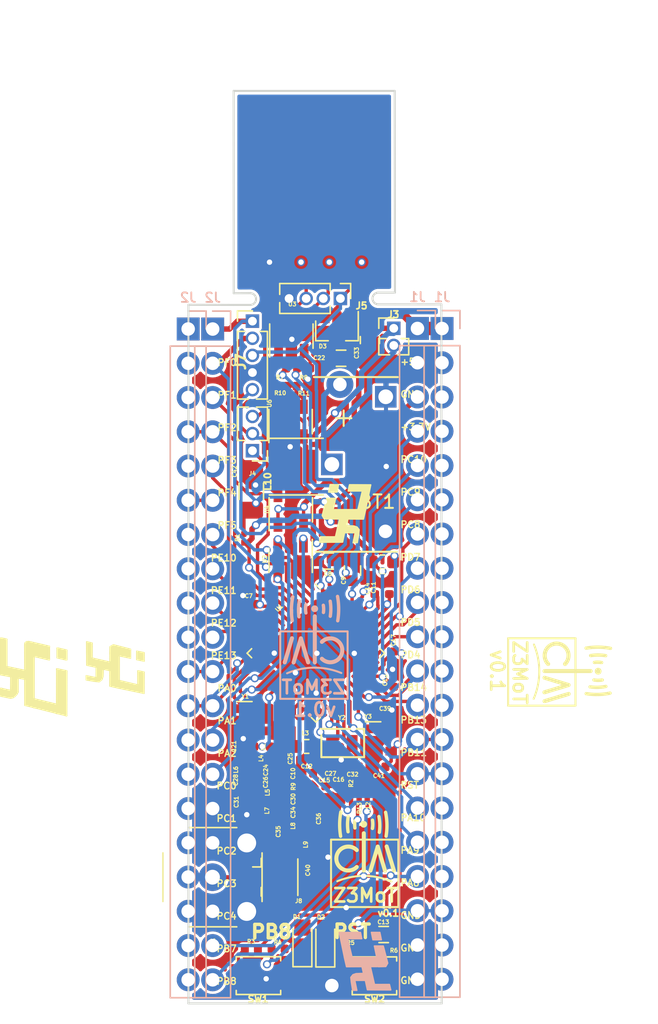
<source format=kicad_pcb>
(kicad_pcb (version 20171130) (host pcbnew 5.1.4-e60b266~84~ubuntu19.04.1)
  (title_block (date "lun. 30 mars 2015"))
  (layers (0 F.Cu signal) (31 B.Cu signal) (34 B.Paste user hide) (35 F.Paste user hide) (36 B.SilkS user hide) (37 F.SilkS user) (38 B.Mask user hide) (39 F.Mask user hide) (44 Edge.Cuts user))
  (net 0 "")
  (net 1 GND)
  (net 2 +3V3)
  (net 3 /PD4)
  (net 4 /PD5)
  (net 5 /PD6)
  (net 6 /PD7)
  (net 7 /PC8)
  (net 8 /PC9)
  (net 9 /PC10)
  (net 10 /PF0/SWCLK)
  (net 11 /PF1/SWDIO)
  (net 12 /PF2)
  (net 13 /PF3)
  (net 14 /PF4)
  (net 15 /PF5)
  (net 16 /PE10)
  (net 17 /PE11)
  (net 18 /PE12)
  (net 19 /PE13)
  (net 20 /PA0)
  (net 21 /PA1)
  (net 22 /PC3)
  (net 23 /PB11)
  (net 24 /USB+)
  (net 25 /USB-)
  (net 26 /nRESET)
  (net 27 "Net-(D1-Pad2)")
  (net 28 /vusb)
  (net 29 /vin)
  (net 30 VMCU)
  (net 31 VRF)
  (net 32 RXN)
  (net 33 RXP)
  (net 34 TX_rf)
  (net 35 "Net-(C26-Pad1)")
  (net 36 "Net-(C28-Pad1)")
  (net 37 /Ldo)
  (net 38 /Boost)
  (net 39 "Net-(R10-Pad1)")
  (net 40 "Net-(C35-Pad1)")
  (net 41 XOUT)
  (net 42 XIN)
  (net 43 LFXTAL_P)
  (net 44 LFXTAL_N)
  (net 45 HFXTAL_N)
  (net 46 HFXTAL_P)
  (net 47 "Net-(C8-Pad1)")
  (net 48 "Net-(C14-Pad1)")
  (net 49 "Net-(C24-Pad2)")
  (net 50 "Net-(C31-Pad1)")
  (net 51 "Net-(C40-Pad1)")
  (net 52 "Net-(D2-Pad2)")
  (net 53 "Net-(R7-Pad1)")
  (net 54 "Net-(R8-Pad1)")
  (net 55 "Net-(C40-Pad2)")
  (net 56 "Net-(L10-Pad1)")
  (net 57 /On)
  (net 58 /+5V)
  (net 59 /Bat)
  (net 60 /Vaa)
  (net 61 /GPIO01)
  (net 62 /GPIO0)
  (net 63 /GPIO03)
  (net 64 /ENA)
  (net 65 "Net-(J5-Pad3)")
  (net 66 "Net-(J5-Pad2)")
  (net 67 /PA8)
  (net 68 /PB7)
  (net 69 /PB8)
  (module Battery:Battery_Panasonic_CR2032-VS1N_Vertical_CircularHoles (layer F.Cu) (at 128.5113 76.6572 270)
    (fp_text reference BT1 (at 7.9756 -3.2385 180) (layer F.SilkS))
    (fp_text value Battery_Cell)
    (fp_text user + (at 1.778 -0.635 90) (layer F.SilkS) (effects (font (size 1.5 1.5))))
    (pad 2 thru_hole rect (at 10.17 -3.85 270) (size 1.6 1.6) (drill 1) (layers *.Cu *.Mask) (net 1 GND))
    (pad 3 thru_hole rect (at 0.1905 -3.8735 270) (size 1.6 1.6) (drill 1.09) (layers *.Cu *.Mask))
    (pad 1 thru_hole rect (at 5.207 0.127 270) (size 1.6 1.6) (drill 1.09) (layers *.Cu *.Mask) (net 59 /Bat))
  )
  (module Oscillator:Oscillator_SMD_Abracon_ASDMB-4Pin_2.5x2.0mm (layer F.Cu) (at 132.0165 102.2985 270)
    (fp_text reference Y3 (at -1.7399 0.9398) (layer F.SilkS) (effects (font (size 0.3 0.3) (thickness 0.075))))
    (fp_text value 24MHz)
    (pad 4 smd rect (at -0.825 -0.775 270) (size 0.65 0.85) (layers F.Cu F.Mask) (net 1 GND))
    (pad 3 smd rect (at 0.825 -0.775 270) (size 0.65 0.85) (layers F.Cu F.Mask) (net 45 HFXTAL_N))
    (pad 2 smd rect (at 0.825 0.775 270) (size 0.65 0.85) (layers F.Cu F.Mask) (net 1 GND))
    (pad 1 smd rect (at -0.825 0.775 270) (size 0.65 0.85) (layers F.Cu F.Mask) (net 46 HFXTAL_P))
  )
  (module footprints:Xtal_LF (layer F.Cu) (at 129.32 102.62)
    (fp_text reference Y2 (at -0.1905 -1.9765 180) (layer F.SilkS) (effects (font (size 0.3 0.3) (thickness 0.075))))
    (fp_text value 32.1KHz)
    (pad 2 smd rect (at 0.5715 -0.0635) (size 0.8 1.25) (layers F.Cu F.Mask) (net 44 LFXTAL_N))
    (pad 1 smd rect (at -0.9525 -0.0635) (size 0.8 1.25) (layers F.Cu F.Mask) (net 43 LFXTAL_P))
  )
  (module Oscillator:Oscillator_SMD_Abracon_ASDMB-4Pin_2.5x2.0mm (layer F.Cu) (at 122.46 100.8 270)
    (fp_text reference Y1 (at -1.7273 0.5019) (layer F.SilkS) (effects (font (size 0.3 0.3) (thickness 0.075))))
    (fp_text value 30MHz)
    (pad 4 smd rect (at -0.825 -0.775 270) (size 0.65 0.85) (layers F.Cu F.Mask) (net 1 GND))
    (pad 3 smd rect (at 0.825 -0.775 270) (size 0.65 0.85) (layers F.Cu F.Mask) (net 42 XIN))
    (pad 2 smd rect (at 0.825 0.775 270) (size 0.65 0.85) (layers F.Cu F.Mask) (net 1 GND))
    (pad 1 smd rect (at -0.825 0.775 270) (size 0.65 0.85) (layers F.Cu F.Mask) (net 41 XOUT))
  )
  (module Capacitor_SMD:C_1206_3216Metric (layer F.Cu) (at 122.4026 83.8581 270)
    (fp_text reference C42 (at -1.4732 1.2319 90) (layer F.SilkS) (effects (font (size 0.3 0.3) (thickness 0.075))))
    (fp_text value 4.7u)
    (pad 2 smd roundrect (at 1.4 0 270) (size 1.25 1.75) (layers F.Cu F.Paste F.Mask) (roundrect_rratio 0.2) (net 2 +3V3))
    (pad 1 smd roundrect (at -1.4 0 270) (size 1.25 1.75) (layers F.Cu F.Paste F.Mask) (roundrect_rratio 0.2) (net 1 GND))
  )
  (module Capacitor_SMD:C_0805_2012Metric (layer F.Cu) (at 131.21 72.644 90)
    (fp_text reference C33 (at -0.9525 -0.9842 270) (layer F.SilkS) (effects (font (size 0.3 0.3) (thickness 0.075))))
    (fp_text value 4.7u)
    (pad 2 smd roundrect (at 0.9375 0 90) (size 0.975 1.4) (layers F.Cu F.Paste F.Mask) (net 57 /On))
    (pad 1 smd roundrect (at -0.9375 0 90) (size 0.975 1.4) (layers F.Cu F.Paste F.Mask) (net 1 GND))
  )
  (module Resistor_SMD:R_0201_0603Metric (layer F.Cu) (at 130.41 106.35 90)
    (fp_text reference R13 (at -1.0031 0.019 90) (layer F.SilkS) (effects (font (size 0.3 0.3) (thickness 0.075))))
    (fp_text value 0R)
    (pad 2 smd roundrect (at 0.32 0 90) (size 0.46 0.4) (layers F.Cu F.Mask) (net 43 LFXTAL_P))
    (pad 1 smd roundrect (at -0.32 0 90) (size 0.46 0.4) (layers F.Cu F.Mask) (net 68 /PB7))
  )
  (module Resistor_SMD:R_0201_0603Metric (layer F.Cu) (at 131.01 106.33 90)
    (fp_text reference R12 (at -0.9977 0.0667 90) (layer F.SilkS) (effects (font (size 0.3 0.3) (thickness 0.075))))
    (fp_text value 0R)
    (pad 2 smd roundrect (at 0.32 0 90) (size 0.46 0.4) (layers F.Cu F.Mask) (net 44 LFXTAL_N))
    (pad 1 smd roundrect (at -0.32 0 90) (size 0.46 0.4) (layers F.Cu F.Mask) (net 69 /PB8))
  )
  (module Connector_PinHeader_1.27mm:PinHeader_1x04_P1.27mm_Vertical (layer F.Cu) (at 129.02 69.56 270)
    (fp_text reference J5 (at 0.54 -1.57 180) (layer F.SilkS) (effects (font (size 0.5 0.5) (thickness 0.125))))
    (fp_text value Conn_01x04)
    (pad 4 thru_hole oval (at 0 3.81 270) (size 1 1) (drill 0.65) (layers *.Cu *.Mask) (net 1 GND))
    (pad 3 thru_hole oval (at 0 2.54 270) (size 1 1) (drill 0.65) (layers *.Cu *.Mask) (net 65 "Net-(J5-Pad3)"))
    (pad 2 thru_hole oval (at 0 1.27 270) (size 1 1) (drill 0.65) (layers *.Cu *.Mask) (net 66 "Net-(J5-Pad2)"))
    (pad 1 thru_hole rect (at 0 0 270) (size 1 1) (drill 0.65) (layers *.Cu *.Mask) (net 28 /vusb))
  )
  (module Connector_PinHeader_1.27mm:PinHeader_1x05_P1.27mm_Vertical (layer F.Cu) (at 122.49 71.24)
    (fp_text reference J7 (at -0.8621 3.0042 90) (layer F.SilkS) (effects (font (size 0.7 0.7) (thickness 0.175))))
    (fp_text value Conn_01x05)
    (pad 5 thru_hole oval (at 0 5.08) (size 1 1) (drill 0.65) (layers *.Cu *.Mask) (net 26 /nRESET))
    (pad 4 thru_hole oval (at 0 3.81) (size 1 1) (drill 0.65) (layers *.Cu *.Mask) (net 1 GND))
    (pad 3 thru_hole oval (at 0 2.54) (size 1 1) (drill 0.65) (layers *.Cu *.Mask) (net 28 /vusb))
    (pad 2 thru_hole oval (at 0 1.27) (size 1 1) (drill 0.65) (layers *.Cu *.Mask) (net 11 /PF1/SWDIO))
    (pad 1 thru_hole rect (at 0 0) (size 1 1) (drill 0.65) (layers *.Cu *.Mask) (net 10 /PF0/SWCLK))
  )
  (module Connector_PinHeader_1.27mm:PinHeader_1x02_P1.27mm_Vertical (layer F.Cu) (at 132.98 71.77)
    (fp_text reference J3 (at -0.03 -1.02) (layer F.SilkS) (effects (font (size 0.5 0.5) (thickness 0.125))))
    (fp_text value Conn_01x02)
    (pad 2 thru_hole oval (at 0 1.27) (size 1 1) (drill 0.65) (layers *.Cu *.Mask) (net 59 /Bat))
    (pad 1 thru_hole rect (at 0 0) (size 1 1) (drill 0.65) (layers *.Cu *.Mask) (net 57 /On))
  )
  (module Inductor_SMD:L_Taiyo-Yuden_MD-4040 (layer F.Cu) (at 125.7427 82.0293)
    (fp_text reference L10 (at -2.1209 1.1049 90) (layer F.SilkS) (effects (font (size 0.5 0.5) (thickness 0.125))))
    (fp_text value L_Core_Iron)
    (pad 2 smd rect (at 1.0795 0) (size 0.85 2.5) (layers F.Cu F.Paste F.Mask) (net 57 /On))
    (pad 1 smd rect (at -1.4 0) (size 0.85 2.5) (layers F.Cu F.Paste F.Mask) (net 56 "Net-(L10-Pad1)"))
  )
  (module footprints:C_0603 (layer F.Cu) (at 132.2324 116.7257)
    (fp_text reference C13 (at -0.0237 -0.9225 180) (layer F.SilkS) (effects (font (size 0.3 0.3) (thickness 0.075))))
    (fp_text value 1u)
    (pad 2 smd rect (at 0.75 0) (size 0.8 0.75) (layers F.Cu F.Paste F.Mask) (net 26 /nRESET))
    (pad 1 smd rect (at -0.75 0) (size 0.8 0.75) (layers F.Cu F.Paste F.Mask) (net 1 GND))
  )
  (module footprints:C_0603 (layer F.Cu) (at 128.15 89.03)
    (fp_text reference C8 (at -0.0578 0.9495) (layer F.SilkS) (effects (font (size 0.3 0.3) (thickness 0.075))))
    (fp_text value 1u)
    (pad 2 smd rect (at 0.75 0) (size 0.8 0.75) (layers F.Cu F.Paste F.Mask) (net 1 GND))
    (pad 1 smd rect (at -0.75 0) (size 0.8 0.75) (layers F.Cu F.Paste F.Mask) (net 47 "Net-(C8-Pad1)"))
  )
  (module footprints:SOT-23-6 (layer F.Cu) (at 125.38 72.35 90)
    (fp_text reference U3 (at 2.37 0.07 180) (layer F.SilkS) (effects (font (size 0.3 0.3) (thickness 0.075))))
    (fp_text value USBLC6-2)
    (pad 1 smd rect (at -1.1 -0.95 90) (size 1.06 0.65) (layers F.Cu F.Paste F.Mask) (net 53 "Net-(R7-Pad1)"))
    (pad 2 smd rect (at -1.1 0 90) (size 1.06 0.65) (layers F.Cu F.Paste F.Mask) (net 1 GND))
    (pad 3 smd rect (at -1.1 0.95 90) (size 1.06 0.65) (layers F.Cu F.Paste F.Mask) (net 54 "Net-(R8-Pad1)"))
    (pad 4 smd rect (at 1.1 0.95 90) (size 1.06 0.65) (layers F.Cu F.Paste F.Mask) (net 66 "Net-(J5-Pad2)"))
    (pad 6 smd rect (at 1.1 -0.95 90) (size 1.06 0.65) (layers F.Cu F.Paste F.Mask) (net 65 "Net-(J5-Pad3)"))
    (pad 5 smd rect (at 1.1 0 90) (size 1.06 0.65) (layers F.Cu F.Paste F.Mask) (net 2 +3V3))
  )
  (module footprints:LED_0805 (layer F.Cu) (at 126.2 117.3124 90)
    (fp_text reference D1 (at 1.9075 -0.4065 180) (layer F.SilkS) (effects (font (size 0.3 0.3) (thickness 0.075))))
    (fp_text value PA8)
    (pad 2 smd rect (at 1.1 0 270) (size 1.2 1.2) (layers F.Cu F.Paste F.Mask) (net 27 "Net-(D1-Pad2)"))
    (pad 1 smd rect (at -1.1 0 270) (size 1.2 1.2) (layers F.Cu F.Paste F.Mask) (net 1 GND))
  )
  (module footprints:C_0603 (layer F.Cu) (at 129.921 89.7375 90)
    (fp_text reference C9 (at -0.7373 -0.6604 90) (layer F.SilkS) (effects (font (size 0.3 0.3) (thickness 0.075))))
    (fp_text value 4.7u)
    (pad 2 smd rect (at 0.75 0 90) (size 0.8 0.75) (layers F.Cu F.Paste F.Mask) (net 1 GND))
    (pad 1 smd rect (at -0.75 0 90) (size 0.8 0.75) (layers F.Cu F.Paste F.Mask) (net 28 /vusb))
  )
  (module footprints:C_0603 (layer F.Cu) (at 129.0701 73.9902 180)
    (fp_text reference C22 (at 1.6229 0.0257) (layer F.SilkS) (effects (font (size 0.3 0.3) (thickness 0.075))))
    (fp_text value 1u)
    (pad 2 smd rect (at 0.75 0 180) (size 0.8 0.75) (layers F.Cu F.Paste F.Mask) (net 1 GND))
    (pad 1 smd rect (at -0.75 0 180) (size 0.8 0.75) (layers F.Cu F.Paste F.Mask) (net 58 /+5V))
  )
  (module footprints:Pin_Header_Straight_1x20_Pitch2.54mm (layer B.Cu) (at 136.5631 71.78548 180)
    (fp_text reference J1 (at 0 2.33 180) (layer B.SilkS) (effects (font (size 0.7 0.7) (thickness 0.13)) (justify mirror)))
    (fp_text value Conn_01x20)
    (pad 1 thru_hole rect (at 0 0 180) (size 1.7 1.7) (drill 1) (layers *.Cu *.Mask) (net 29 /vin))
    (pad 2 thru_hole oval (at 0 -2.54 180) (size 1.7 1.7) (drill 1) (layers *.Cu *.Mask) (net 1 GND))
    (pad 3 thru_hole oval (at 0 -5.08 180) (size 1.7 1.7) (drill 1) (layers *.Cu *.Mask) (net 2 +3V3))
    (pad 4 thru_hole oval (at 0 -7.62 180) (size 1.7 1.7) (drill 1) (layers *.Cu *.Mask) (net 9 /PC10))
    (pad 5 thru_hole oval (at 0 -10.16 180) (size 1.7 1.7) (drill 1) (layers *.Cu *.Mask) (net 8 /PC9))
    (pad 6 thru_hole oval (at 0 -12.7 180) (size 1.7 1.7) (drill 1) (layers *.Cu *.Mask) (net 7 /PC8))
    (pad 7 thru_hole oval (at 0 -15.24 180) (size 1.7 1.7) (drill 1) (layers *.Cu *.Mask) (net 6 /PD7))
    (pad 8 thru_hole oval (at 0 -17.78 180) (size 1.7 1.7) (drill 1) (layers *.Cu *.Mask) (net 5 /PD6))
    (pad 9 thru_hole oval (at 0 -20.32 180) (size 1.7 1.7) (drill 1) (layers *.Cu *.Mask) (net 4 /PD5))
    (pad 10 thru_hole oval (at 0 -22.86 180) (size 1.7 1.7) (drill 1) (layers *.Cu *.Mask) (net 3 /PD4))
    (pad 11 thru_hole oval (at 0 -25.4 180) (size 1.7 1.7) (drill 1) (layers *.Cu *.Mask) (net 45 HFXTAL_N))
    (pad 12 thru_hole oval (at 0 -27.94 180) (size 1.7 1.7) (drill 1) (layers *.Cu *.Mask) (net 46 HFXTAL_P))
    (pad 13 thru_hole oval (at 0 -30.48 180) (size 1.7 1.7) (drill 1) (layers *.Cu *.Mask) (net 23 /PB11))
    (pad 14 thru_hole oval (at 0 -33.02 180) (size 1.7 1.7) (drill 1) (layers *.Cu *.Mask) (net 26 /nRESET))
    (pad 15 thru_hole oval (at 0 -35.56 180) (size 1.7 1.7) (drill 1) (layers *.Cu *.Mask) (net 61 /GPIO01))
    (pad 16 thru_hole oval (at 0 -38.1 180) (size 1.7 1.7) (drill 1) (layers *.Cu *.Mask) (net 62 /GPIO0))
    (pad 17 thru_hole oval (at 0 -40.64 180) (size 1.7 1.7) (drill 1) (layers *.Cu *.Mask) (net 67 /PA8))
    (pad 18 thru_hole oval (at 0 -43.18 180) (size 1.7 1.7) (drill 1) (layers *.Cu *.Mask) (net 2 +3V3))
    (pad 19 thru_hole oval (at 0 -45.72 180) (size 1.7 1.7) (drill 1) (layers *.Cu *.Mask) (net 1 GND))
    (pad 20 thru_hole oval (at 0 -48.26 180) (size 1.7 1.7) (drill 1) (layers *.Cu *.Mask) (net 1 GND))
  )
  (module footprints:Pin_Header_Straight_1x20_Pitch2.54mm (layer B.Cu) (at 119.538 71.825 180)
    (fp_text reference J2 (at 0 2.33 180) (layer B.SilkS) (effects (font (size 0.7 0.7) (thickness 0.13)) (justify mirror)))
    (fp_text value Conn_01x20)
    (pad 1 thru_hole rect (at 0 0 180) (size 1.7 1.7) (drill 1) (layers *.Cu *.Mask) (net 10 /PF0/SWCLK))
    (pad 2 thru_hole oval (at 0 -2.54 180) (size 1.7 1.7) (drill 1) (layers *.Cu *.Mask) (net 11 /PF1/SWDIO))
    (pad 3 thru_hole oval (at 0 -5.08 180) (size 1.7 1.7) (drill 1) (layers *.Cu *.Mask) (net 12 /PF2))
    (pad 4 thru_hole oval (at 0 -7.62 180) (size 1.7 1.7) (drill 1) (layers *.Cu *.Mask) (net 13 /PF3))
    (pad 5 thru_hole oval (at 0 -10.16 180) (size 1.7 1.7) (drill 1) (layers *.Cu *.Mask) (net 14 /PF4))
    (pad 6 thru_hole oval (at 0 -12.7 180) (size 1.7 1.7) (drill 1) (layers *.Cu *.Mask) (net 15 /PF5))
    (pad 7 thru_hole oval (at 0 -15.24 180) (size 1.7 1.7) (drill 1) (layers *.Cu *.Mask) (net 16 /PE10))
    (pad 8 thru_hole oval (at 0 -17.78 180) (size 1.7 1.7) (drill 1) (layers *.Cu *.Mask) (net 17 /PE11))
    (pad 9 thru_hole oval (at 0 -20.32 180) (size 1.7 1.7) (drill 1) (layers *.Cu *.Mask) (net 18 /PE12))
    (pad 10 thru_hole oval (at 0 -22.86 180) (size 1.7 1.7) (drill 1) (layers *.Cu *.Mask) (net 19 /PE13))
    (pad 11 thru_hole oval (at 0 -25.4 180) (size 1.7 1.7) (drill 1) (layers *.Cu *.Mask) (net 20 /PA0))
    (pad 12 thru_hole oval (at 0 -27.94 180) (size 1.7 1.7) (drill 1) (layers *.Cu *.Mask) (net 21 /PA1))
    (pad 13 thru_hole oval (at 0 -30.48 180) (size 1.7 1.7) (drill 1) (layers *.Cu *.Mask) (net 64 /ENA))
    (pad 14 thru_hole oval (at 0 -33.02 180) (size 1.7 1.7) (drill 1) (layers *.Cu *.Mask) (net 63 /GPIO03))
    (pad 15 thru_hole oval (at 0 -35.56 180) (size 1.7 1.7) (drill 1) (layers *.Cu *.Mask) (net 1 GND))
    (pad 16 thru_hole oval (at 0 -38.1 180) (size 1.7 1.7) (drill 1) (layers *.Cu *.Mask) (net 1 GND))
    (pad 17 thru_hole oval (at 0 -40.64 180) (size 1.7 1.7) (drill 1) (layers *.Cu *.Mask) (net 22 /PC3))
    (pad 18 thru_hole oval (at 0 -43.18 180) (size 1.7 1.7) (drill 1) (layers *.Cu *.Mask) (net 1 GND))
    (pad 19 thru_hole oval (at 0 -45.72 180) (size 1.7 1.7) (drill 1) (layers *.Cu *.Mask) (net 68 /PB7))
    (pad 20 thru_hole oval (at 0 -48.26 180) (size 1.7 1.7) (drill 1) (layers *.Cu *.Mask) (net 69 /PB8))
  )
  (module footprints:Pin_Header_Straight_1x20_Pitch2.54mm (layer B.Cu) (at 134.740619 71.7825 180)
    (fp_text reference J1 (at 0 2.33 180) (layer B.SilkS) (effects (font (size 0.7 0.7) (thickness 0.13)) (justify mirror)))
    (fp_text value Conn_01x20)
    (pad 1 thru_hole rect (at 0 0 180) (size 1.7 1.7) (drill 1) (layers *.Cu *.Mask) (net 29 /vin))
    (pad 2 thru_hole oval (at 0 -2.54 180) (size 1.7 1.7) (drill 1) (layers *.Cu *.Mask) (net 1 GND))
    (pad 3 thru_hole oval (at 0 -5.08 180) (size 1.7 1.7) (drill 1) (layers *.Cu *.Mask) (net 2 +3V3))
    (pad 4 thru_hole oval (at 0 -7.62 180) (size 1.7 1.7) (drill 1) (layers *.Cu *.Mask) (net 9 /PC10))
    (pad 5 thru_hole oval (at 0 -10.16 180) (size 1.7 1.7) (drill 1) (layers *.Cu *.Mask) (net 8 /PC9))
    (pad 6 thru_hole oval (at 0 -12.7 180) (size 1.7 1.7) (drill 1) (layers *.Cu *.Mask) (net 7 /PC8))
    (pad 7 thru_hole oval (at 0 -15.24 180) (size 1.7 1.7) (drill 1) (layers *.Cu *.Mask) (net 6 /PD7))
    (pad 8 thru_hole oval (at 0 -17.78 180) (size 1.7 1.7) (drill 1) (layers *.Cu *.Mask) (net 5 /PD6))
    (pad 9 thru_hole oval (at 0 -20.32 180) (size 1.7 1.7) (drill 1) (layers *.Cu *.Mask) (net 4 /PD5))
    (pad 10 thru_hole oval (at 0 -22.86 180) (size 1.7 1.7) (drill 1) (layers *.Cu *.Mask) (net 3 /PD4))
    (pad 11 thru_hole oval (at 0 -25.4 180) (size 1.7 1.7) (drill 1) (layers *.Cu *.Mask) (net 45 HFXTAL_N))
    (pad 12 thru_hole oval (at 0 -27.94 180) (size 1.7 1.7) (drill 1) (layers *.Cu *.Mask) (net 46 HFXTAL_P))
    (pad 13 thru_hole oval (at 0 -30.48 180) (size 1.7 1.7) (drill 1) (layers *.Cu *.Mask) (net 23 /PB11))
    (pad 14 thru_hole oval (at 0 -33.02 180) (size 1.7 1.7) (drill 1) (layers *.Cu *.Mask) (net 26 /nRESET))
    (pad 15 thru_hole oval (at 0 -35.56 180) (size 1.7 1.7) (drill 1) (layers *.Cu *.Mask) (net 61 /GPIO01))
    (pad 16 thru_hole oval (at 0 -38.1 180) (size 1.7 1.7) (drill 1) (layers *.Cu *.Mask) (net 62 /GPIO0))
    (pad 17 thru_hole oval (at 0 -40.64 180) (size 1.7 1.7) (drill 1) (layers *.Cu *.Mask) (net 67 /PA8))
    (pad 18 thru_hole oval (at 0 -43.18 180) (size 1.7 1.7) (drill 1) (layers *.Cu *.Mask) (net 2 +3V3))
    (pad 19 thru_hole oval (at 0 -45.72 180) (size 1.7 1.7) (drill 1) (layers *.Cu *.Mask) (net 1 GND))
    (pad 20 thru_hole oval (at 0 -48.26 180) (size 1.7 1.7) (drill 1) (layers *.Cu *.Mask) (net 1 GND))
  )
  (module footprints:LED_0805 (layer F.Cu) (at 127.9 117.3324 90)
    (fp_text reference D2 (at 1.9021 -0.3285 180) (layer F.SilkS) (effects (font (size 0.3 0.3) (thickness 0.075))))
    (fp_text value PWR)
    (pad 1 smd rect (at -1.1 0 270) (size 1.2 1.2) (layers F.Cu F.Paste F.Mask) (net 1 GND))
    (pad 2 smd rect (at 1.1 0 270) (size 1.2 1.2) (layers F.Cu F.Paste F.Mask) (net 52 "Net-(D2-Pad2)"))
  )
  (module footprints:Pin_Header_Straight_1x20_Pitch2.54mm (layer B.Cu) (at 117.71884 71.82104 180)
    (fp_text reference J2 (at 0 2.33 180) (layer B.SilkS) (effects (font (size 0.7 0.7) (thickness 0.13)) (justify mirror)))
    (fp_text value Conn_01x20)
    (pad 20 thru_hole oval (at 0 -48.26 180) (size 1.7 1.7) (drill 1) (layers *.Cu *.Mask) (net 69 /PB8))
    (pad 19 thru_hole oval (at 0 -45.72 180) (size 1.7 1.7) (drill 1) (layers *.Cu *.Mask) (net 68 /PB7))
    (pad 18 thru_hole oval (at 0 -43.18 180) (size 1.7 1.7) (drill 1) (layers *.Cu *.Mask) (net 1 GND))
    (pad 17 thru_hole oval (at 0 -40.64 180) (size 1.7 1.7) (drill 1) (layers *.Cu *.Mask) (net 22 /PC3))
    (pad 16 thru_hole oval (at 0 -38.1 180) (size 1.7 1.7) (drill 1) (layers *.Cu *.Mask) (net 1 GND))
    (pad 15 thru_hole oval (at 0 -35.56 180) (size 1.7 1.7) (drill 1) (layers *.Cu *.Mask) (net 1 GND))
    (pad 14 thru_hole oval (at 0 -33.02 180) (size 1.7 1.7) (drill 1) (layers *.Cu *.Mask) (net 63 /GPIO03))
    (pad 13 thru_hole oval (at 0 -30.48 180) (size 1.7 1.7) (drill 1) (layers *.Cu *.Mask) (net 64 /ENA))
    (pad 12 thru_hole oval (at 0 -27.94 180) (size 1.7 1.7) (drill 1) (layers *.Cu *.Mask) (net 21 /PA1))
    (pad 11 thru_hole oval (at 0 -25.4 180) (size 1.7 1.7) (drill 1) (layers *.Cu *.Mask) (net 20 /PA0))
    (pad 10 thru_hole oval (at 0 -22.86 180) (size 1.7 1.7) (drill 1) (layers *.Cu *.Mask) (net 19 /PE13))
    (pad 9 thru_hole oval (at 0 -20.32 180) (size 1.7 1.7) (drill 1) (layers *.Cu *.Mask) (net 18 /PE12))
    (pad 8 thru_hole oval (at 0 -17.78 180) (size 1.7 1.7) (drill 1) (layers *.Cu *.Mask) (net 17 /PE11))
    (pad 7 thru_hole oval (at 0 -15.24 180) (size 1.7 1.7) (drill 1) (layers *.Cu *.Mask) (net 16 /PE10))
    (pad 6 thru_hole oval (at 0 -12.7 180) (size 1.7 1.7) (drill 1) (layers *.Cu *.Mask) (net 15 /PF5))
    (pad 5 thru_hole oval (at 0 -10.16 180) (size 1.7 1.7) (drill 1) (layers *.Cu *.Mask) (net 14 /PF4))
    (pad 4 thru_hole oval (at 0 -7.62 180) (size 1.7 1.7) (drill 1) (layers *.Cu *.Mask) (net 13 /PF3))
    (pad 3 thru_hole oval (at 0 -5.08 180) (size 1.7 1.7) (drill 1) (layers *.Cu *.Mask) (net 12 /PF2))
    (pad 2 thru_hole oval (at 0 -2.54 180) (size 1.7 1.7) (drill 1) (layers *.Cu *.Mask) (net 11 /PF1/SWDIO))
    (pad 1 thru_hole rect (at 0 0 180) (size 1.7 1.7) (drill 1) (layers *.Cu *.Mask) (net 10 /PF0/SWCLK))
  )
  (module footprints:USB_PCB_FOOTPRINT (layer F.Cu) (at 127.09 65.01 90)
    (fp_text reference U5 hide)
    (fp_text value USB_PCB_PRINT hide)
    (pad 2 smd rect (at 2.7305 1.016 90) (size 13 1.5) (layers F.Cu F.Mask) (net 66 "Net-(J5-Pad2)"))
    (pad 4 smd rect (at 3.1115 -3.4925 90) (size 13.8 1.9) (layers F.Cu F.Mask) (net 1 GND))
    (pad 3 smd rect (at 2.7305 -1 90) (size 13 1.5) (layers F.Cu F.Mask) (net 65 "Net-(J5-Pad3)"))
    (pad 1 smd rect (at 3.1115 3.4925 90) (size 13.8 1.9) (layers F.Cu F.Mask) (net 28 /vusb))
  )
  (module Capacitor_SMD:C_0402_1005Metric (layer F.Cu) (at 122.14 102.79 180)
    (fp_text reference C21 (at 1.0201 0.0089 90) (layer F.SilkS) (effects (font (size 0.3 0.3) (thickness 0.075))))
    (fp_text value 100n)
    (pad 2 smd roundrect (at 0.485 0 180) (size 0.59 0.64) (layers F.Cu F.Paste F.Mask) (net 1 GND))
    (pad 1 smd roundrect (at -0.485 0 180) (size 0.59 0.64) (layers F.Cu F.Paste F.Mask) (net 33 RXP))
  )
  (module Capacitor_SMD:C_0402_1005Metric (layer F.Cu) (at 124.46 104.54 180)
    (fp_text reference C24 (at 0.9779 0.0063 90) (layer F.SilkS) (effects (font (size 0.3 0.3) (thickness 0.075))))
    (fp_text value 100n)
    (pad 2 smd roundrect (at 0.485 0 180) (size 0.59 0.64) (layers F.Cu F.Paste F.Mask) (net 49 "Net-(C24-Pad2)"))
    (pad 1 smd roundrect (at -0.485 0 180) (size 0.59 0.64) (layers F.Cu F.Paste F.Mask) (net 34 TX_rf))
  )
  (module Capacitor_SMD:C_0402_1005Metric (layer F.Cu) (at 124.25 103.67 180)
    (fp_text reference C25 (at -1.0482 -0.0128 90) (layer F.SilkS) (effects (font (size 0.3 0.3) (thickness 0.075))))
    (fp_text value 100n)
    (pad 2 smd roundrect (at 0.485 0 180) (size 0.59 0.64) (layers F.Cu F.Paste F.Mask) (net 49 "Net-(C24-Pad2)"))
    (pad 1 smd roundrect (at -0.485 0 180) (size 0.59 0.64) (layers F.Cu F.Paste F.Mask) (net 32 RXN))
  )
  (module Capacitor_SMD:C_0402_1005Metric (layer F.Cu) (at 124.45 105.41 180)
    (fp_text reference C26 (at 0.9806 -0.0254 90) (layer F.SilkS) (effects (font (size 0.3 0.3) (thickness 0.075))))
    (fp_text value 100n)
    (pad 2 smd roundrect (at 0.485 0 180) (size 0.59 0.64) (layers F.Cu F.Paste F.Mask) (net 49 "Net-(C24-Pad2)"))
    (pad 1 smd roundrect (at -0.485 0 180) (size 0.59 0.64) (layers F.Cu F.Paste F.Mask) (net 35 "Net-(C26-Pad1)"))
  )
  (module Capacitor_SMD:C_0402_1005Metric (layer F.Cu) (at 122.3 105.37)
    (fp_text reference C28 (at -1.0531 -0.0997 90) (layer F.SilkS) (effects (font (size 0.3 0.3) (thickness 0.075))))
    (fp_text value 100n)
    (pad 2 smd roundrect (at 0.485 0) (size 0.59 0.64) (layers F.Cu F.Paste F.Mask) (net 49 "Net-(C24-Pad2)"))
    (pad 1 smd roundrect (at -0.485 0) (size 0.59 0.64) (layers F.Cu F.Paste F.Mask) (net 36 "Net-(C28-Pad1)"))
  )
  (module Capacitor_SMD:C_0402_1005Metric (layer F.Cu) (at 126.45 106.725 180)
    (fp_text reference C30 (at 0.9359 0.045 90) (layer F.SilkS) (effects (font (size 0.3 0.3) (thickness 0.075))))
    (fp_text value 100n)
    (pad 2 smd roundrect (at 0.485 0 180) (size 0.59 0.64) (layers F.Cu F.Paste F.Mask) (net 36 "Net-(C28-Pad1)"))
    (pad 1 smd roundrect (at -0.485 0 180) (size 0.59 0.64) (layers F.Cu F.Paste F.Mask) (net 1 GND))
  )
  (module Capacitor_SMD:C_0402_1005Metric (layer F.Cu) (at 122.32 106.69 180)
    (fp_text reference C31 (at 1.0223 -0.2059 90) (layer F.SilkS) (effects (font (size 0.3 0.3) (thickness 0.075))))
    (fp_text value 100n)
    (pad 2 smd roundrect (at 0.485 0 180) (size 0.59 0.64) (layers F.Cu F.Paste F.Mask) (net 36 "Net-(C28-Pad1)"))
    (pad 1 smd roundrect (at -0.485 0 180) (size 0.59 0.64) (layers F.Cu F.Paste F.Mask) (net 50 "Net-(C31-Pad1)"))
  )
  (module Capacitor_SMD:C_0402_1005Metric (layer F.Cu) (at 126.43 107.695 180)
    (fp_text reference C34 (at 0.9159 0.0244 90) (layer F.SilkS) (effects (font (size 0.3 0.3) (thickness 0.075))))
    (fp_text value 100n)
    (pad 2 smd roundrect (at 0.485 0 180) (size 0.59 0.64) (layers F.Cu F.Paste F.Mask) (net 50 "Net-(C31-Pad1)"))
    (pad 1 smd roundrect (at -0.485 0 180) (size 0.59 0.64) (layers F.Cu F.Paste F.Mask) (net 1 GND))
  )
  (module Capacitor_SMD:C_0402_1005Metric (layer F.Cu) (at 124.975 109.1 90)
    (fp_text reference C35 (at 0.007 -0.5658 90) (layer F.SilkS) (effects (font (size 0.3 0.3) (thickness 0.075))))
    (fp_text value 100n)
    (pad 2 smd roundrect (at 0.485 0 90) (size 0.59 0.64) (layers F.Cu F.Paste F.Mask) (net 50 "Net-(C31-Pad1)"))
    (pad 1 smd roundrect (at -0.485 0 90) (size 0.59 0.64) (layers F.Cu F.Paste F.Mask) (net 40 "Net-(C35-Pad1)"))
  )
  (module Capacitor_SMD:C_0402_1005Metric (layer F.Cu) (at 127.9 108.2 270)
    (fp_text reference C36 (at -0.0595 0.4936 90) (layer F.SilkS) (effects (font (size 0.3 0.3) (thickness 0.075))))
    (fp_text value 100n)
    (pad 2 smd roundrect (at 0.485 0 270) (size 0.59 0.64) (layers F.Cu F.Paste F.Mask) (net 40 "Net-(C35-Pad1)"))
    (pad 1 smd roundrect (at -0.485 0 270) (size 0.59 0.64) (layers F.Cu F.Paste F.Mask) (net 1 GND))
  )
  (module Capacitor_SMD:C_0402_1005Metric (layer F.Cu) (at 127.125 112 90)
    (fp_text reference C40 (at 0.0368 -0.5187 90) (layer F.SilkS) (effects (font (size 0.3 0.3) (thickness 0.075))))
    (fp_text value 100n)
    (pad 2 smd roundrect (at 0.485 0 90) (size 0.59 0.64) (layers F.Cu F.Paste F.Mask) (net 55 "Net-(C40-Pad2)"))
    (pad 1 smd roundrect (at -0.485 0 90) (size 0.59 0.64) (layers F.Cu F.Paste F.Mask) (net 51 "Net-(C40-Pad1)"))
  )
  (module Inductor_SMD:L_0603_1608Metric (layer F.Cu) (at 132.1435 89.0905 180)
    (fp_text reference L1 (at 0 -0.7493) (layer F.SilkS) (effects (font (size 0.3 0.3) (thickness 0.075))))
    (fp_text value L_Core_Iron)
    (pad 2 smd roundrect (at 0.7875 0 180) (size 0.875 0.95) (layers F.Cu F.Paste F.Mask) (net 30 VMCU))
    (pad 1 smd roundrect (at -0.7875 0 180) (size 0.875 0.95) (layers F.Cu F.Paste F.Mask) (net 60 /Vaa))
  )
  (module Inductor_SMD:L_0402_1005Metric (layer F.Cu) (at 124.28 102.8)
    (fp_text reference L2 (at -0.9884 0.0065 90) (layer F.SilkS) (effects (font (size 0.3 0.3) (thickness 0.075))))
    (fp_text value L)
    (pad 2 smd roundrect (at 0.485 0) (size 0.59 0.64) (layers F.Cu F.Paste F.Mask) (net 32 RXN))
    (pad 1 smd roundrect (at -0.485 0) (size 0.59 0.64) (layers F.Cu F.Paste F.Mask) (net 33 RXP))
  )
  (module Inductor_SMD:L_0603_1608Metric (layer F.Cu) (at 126.51 102.78 180)
    (fp_text reference L3 (at 0.0942 0.9895) (layer F.SilkS) (effects (font (size 0.3 0.3) (thickness 0.075))))
    (fp_text value L)
    (pad 2 smd roundrect (at 0.7875 0 180) (size 0.875 0.95) (layers F.Cu F.Paste F.Mask) (net 34 TX_rf))
    (pad 1 smd roundrect (at -0.7875 0 180) (size 0.875 0.95) (layers F.Cu F.Paste F.Mask) (net 31 VRF))
  )
  (module Inductor_SMD:L_0402_1005Metric (layer F.Cu) (at 122.15 103.64)
    (fp_text reference L4 (at 0.9765 0.0174 90) (layer F.SilkS) (effects (font (size 0.3 0.3) (thickness 0.075))))
    (fp_text value L)
    (pad 2 smd roundrect (at 0.485 0) (size 0.59 0.64) (layers F.Cu F.Paste F.Mask) (net 49 "Net-(C24-Pad2)"))
    (pad 1 smd roundrect (at -0.485 0) (size 0.59 0.64) (layers F.Cu F.Paste F.Mask) (net 33 RXP))
  )
  (module Inductor_SMD:L_0402_1005Metric (layer F.Cu) (at 124.6 106.31)
    (fp_text reference L5 (at -0.9909 -0.1126 90) (layer F.SilkS) (effects (font (size 0.3 0.3) (thickness 0.075))))
    (fp_text value L)
    (pad 2 smd roundrect (at 0.485 0) (size 0.59 0.64) (layers F.Cu F.Paste F.Mask) (net 35 "Net-(C26-Pad1)"))
    (pad 1 smd roundrect (at -0.485 0) (size 0.59 0.64) (layers F.Cu F.Paste F.Mask) (net 49 "Net-(C24-Pad2)"))
  )
  (module Inductor_SMD:L_0402_1005Metric (layer F.Cu) (at 122.3 104.52 180)
    (fp_text reference L6 (at 1.0404 0.0117 90) (layer F.SilkS) (effects (font (size 0.3 0.3) (thickness 0.075))))
    (fp_text value L)
    (pad 2 smd roundrect (at 0.485 0 180) (size 0.59 0.64) (layers F.Cu F.Paste F.Mask) (net 36 "Net-(C28-Pad1)"))
    (pad 1 smd roundrect (at -0.485 0 180) (size 0.59 0.64) (layers F.Cu F.Paste F.Mask) (net 49 "Net-(C24-Pad2)"))
  )
  (module Inductor_SMD:L_0402_1005Metric (layer F.Cu) (at 124.55 107.65 180)
    (fp_text reference L7 (at 0.979 0.1064 90) (layer F.SilkS) (effects (font (size 0.3 0.3) (thickness 0.075))))
    (fp_text value L)
    (pad 2 smd roundrect (at 0.485 0 180) (size 0.59 0.64) (layers F.Cu F.Paste F.Mask) (net 50 "Net-(C31-Pad1)"))
    (pad 1 smd roundrect (at -0.485 0 180) (size 0.59 0.64) (layers F.Cu F.Paste F.Mask) (net 36 "Net-(C28-Pad1)"))
  )
  (module Inductor_SMD:L_0402_1005Metric (layer F.Cu) (at 126.43 108.645)
    (fp_text reference L8 (at -0.9286 0.0289 90) (layer F.SilkS) (effects (font (size 0.3 0.3) (thickness 0.075))))
    (fp_text value L)
    (pad 2 smd roundrect (at 0.485 0) (size 0.59 0.64) (layers F.Cu F.Paste F.Mask) (net 40 "Net-(C35-Pad1)"))
    (pad 1 smd roundrect (at -0.485 0) (size 0.59 0.64) (layers F.Cu F.Paste F.Mask) (net 50 "Net-(C31-Pad1)"))
  )
  (module Inductor_SMD:L_0402_1005Metric (layer F.Cu) (at 127.125 110.1 270)
    (fp_text reference L9 (at -0.0418 0.6838 90) (layer F.SilkS) (effects (font (size 0.3 0.3) (thickness 0.075))))
    (fp_text value L)
    (pad 2 smd roundrect (at 0.485 0 270) (size 0.59 0.64) (layers F.Cu F.Paste F.Mask) (net 55 "Net-(C40-Pad2)"))
    (pad 1 smd roundrect (at -0.485 0 270) (size 0.59 0.64) (layers F.Cu F.Paste F.Mask) (net 40 "Net-(C35-Pad1)"))
  )
  (module Capacitor_SMD:C_0402_1005Metric (layer F.Cu) (at 128.29 104.27)
    (fp_text reference C27 (at -0.0073 0.5177) (layer F.SilkS) (effects (font (size 0.3 0.3) (thickness 0.075))))
    (fp_text value 1u)
    (pad 2 smd roundrect (at 0.485 0) (size 0.59 0.64) (layers F.Cu F.Paste F.Mask) (net 1 GND))
    (pad 1 smd roundrect (at -0.485 0) (size 0.59 0.64) (layers F.Cu F.Paste F.Mask) (net 43 LFXTAL_P))
  )
  (module Capacitor_SMD:C_0402_1005Metric (layer F.Cu) (at 129.9 104.28 180)
    (fp_text reference C32 (at -0.021 -0.5712) (layer F.SilkS) (effects (font (size 0.3 0.3) (thickness 0.075))))
    (fp_text value 1u)
    (pad 2 smd roundrect (at 0.485 0 180) (size 0.59 0.64) (layers F.Cu F.Paste F.Mask) (net 1 GND))
    (pad 1 smd roundrect (at -0.485 0 180) (size 0.59 0.64) (layers F.Cu F.Paste F.Mask) (net 44 LFXTAL_N))
  )
  (module Capacitor_SMD:C_0402_1005Metric (layer F.Cu) (at 132.3975 100.6425)
    (fp_text reference C39 (at -0.0635 -0.6681) (layer F.SilkS) (effects (font (size 0.3 0.3) (thickness 0.075))))
    (fp_text value 1u)
    (pad 2 smd roundrect (at 0.485 0) (size 0.59 0.64) (layers F.Cu F.Paste F.Mask) (net 1 GND))
    (pad 1 smd roundrect (at -0.485 0) (size 0.59 0.64) (layers F.Cu F.Paste F.Mask) (net 46 HFXTAL_P))
  )
  (module Capacitor_SMD:C_0402_1005Metric (layer F.Cu) (at 131.88 104.29 180)
    (fp_text reference C41 (at 0.0032 -0.6628) (layer F.SilkS) (effects (font (size 0.3 0.3) (thickness 0.075))))
    (fp_text value 1u)
    (pad 2 smd roundrect (at 0.485 0 180) (size 0.59 0.64) (layers F.Cu F.Paste F.Mask) (net 1 GND))
    (pad 1 smd roundrect (at -0.485 0 180) (size 0.59 0.64) (layers F.Cu F.Paste F.Mask) (net 45 HFXTAL_N))
  )
  (module Connector_PinHeader_1.27mm:PinHeader_1x03_P1.27mm_Vertical (layer F.Cu) (at 122.4915 80.8482 180)
    (fp_text reference J4 (at 0 -1.695) (layer F.SilkS) (effects (font (size 0.3 0.3) (thickness 0.075))))
    (fp_text value SWD)
    (pad 3 thru_hole oval (at 0 2.54 180) (size 1 1) (drill 0.65) (layers *.Cu *.Mask) (net 38 /Boost))
    (pad 2 thru_hole oval (at 0 1.27 180) (size 1 1) (drill 0.65) (layers *.Cu *.Mask) (net 2 +3V3))
    (pad 1 thru_hole rect (at 0 0 180) (size 1 1) (drill 0.65) (layers *.Cu *.Mask) (net 37 /Ldo))
  )
  (module Capacitor_SMD:C_0402_1005Metric (layer F.Cu) (at 126.51 104.77)
    (fp_text reference C10 (at -1.0086 0.0177 90) (layer F.SilkS) (effects (font (size 0.3 0.3) (thickness 0.075))))
    (fp_text value 100n)
    (pad 2 smd roundrect (at 0.485 0) (size 0.59 0.64) (layers F.Cu F.Paste F.Mask) (net 31 VRF))
    (pad 1 smd roundrect (at -0.485 0) (size 0.59 0.64) (layers F.Cu F.Paste F.Mask) (net 1 GND))
  )
  (module Capacitor_SMD:C_0402_1005Metric (layer F.Cu) (at 132.6515 90.9955 90)
    (fp_text reference C11 (at 0 -1.17 90) (layer F.SilkS) (effects (font (size 0.3 0.3) (thickness 0.075))))
    (fp_text value 100n)
    (pad 2 smd roundrect (at 0.485 0 90) (size 0.59 0.64) (layers F.Cu F.Paste F.Mask) (net 1 GND))
    (pad 1 smd roundrect (at -0.485 0 90) (size 0.59 0.64) (layers F.Cu F.Paste F.Mask) (net 30 VMCU))
  )
  (module Capacitor_SMD:C_0402_1005Metric (layer F.Cu) (at 126.52 103.81)
    (fp_text reference C12 (at -0.0026 0.4443) (layer F.SilkS) (effects (font (size 0.3 0.3) (thickness 0.075))))
    (fp_text value 100n)
    (pad 2 smd roundrect (at 0.485 0) (size 0.59 0.64) (layers F.Cu F.Paste F.Mask) (net 31 VRF))
    (pad 1 smd roundrect (at -0.485 0) (size 0.59 0.64) (layers F.Cu F.Paste F.Mask) (net 1 GND))
  )
  (module Capacitor_SMD:C_0402_1005Metric (layer F.Cu) (at 127.925 106.225 90)
    (fp_text reference C15 (at 0.942 -0.0995 180) (layer F.SilkS) (effects (font (size 0.3 0.3) (thickness 0.075))))
    (fp_text value 100n)
    (pad 2 smd roundrect (at 0.485 0 90) (size 0.59 0.64) (layers F.Cu F.Paste F.Mask) (net 31 VRF))
    (pad 1 smd roundrect (at -0.485 0 90) (size 0.59 0.64) (layers F.Cu F.Paste F.Mask) (net 1 GND))
  )
  (module Capacitor_SMD:C_0402_1005Metric (layer F.Cu) (at 128.9 106.225 90)
    (fp_text reference C16 (at 0.9928 -0.0204 180) (layer F.SilkS) (effects (font (size 0.3 0.3) (thickness 0.075))))
    (fp_text value 100n)
    (pad 2 smd roundrect (at 0.485 0 90) (size 0.59 0.64) (layers F.Cu F.Paste F.Mask) (net 31 VRF))
    (pad 1 smd roundrect (at -0.485 0 90) (size 0.59 0.64) (layers F.Cu F.Paste F.Mask) (net 1 GND))
  )
  (module Resistor_SMD:R_0402_1005Metric (layer F.Cu) (at 122.41 117.82 180)
    (fp_text reference R3 (at 0.0201 0.5736) (layer F.SilkS) (effects (font (size 0.3 0.3) (thickness 0.075))))
    (fp_text value 1K)
    (pad 2 smd roundrect (at 0.485 0 180) (size 0.59 0.64) (layers F.Cu F.Paste F.Mask) (net 69 /PB8))
    (pad 1 smd roundrect (at -0.485 0 180) (size 0.59 0.64) (layers F.Cu F.Paste F.Mask) (net 2 +3V3))
  )
  (module Resistor_SMD:R_0402_1005Metric (layer F.Cu) (at 124.3965 117.7925 180)
    (fp_text reference R4 (at 0.0254 0.4953) (layer F.SilkS) (effects (font (size 0.3 0.3) (thickness 0.075))))
    (fp_text value 1K)
    (pad 2 smd roundrect (at 0.485 0 180) (size 0.59 0.64) (layers F.Cu F.Paste F.Mask) (net 67 /PA8))
    (pad 1 smd roundrect (at -0.485 0 180) (size 0.59 0.64) (layers F.Cu F.Paste F.Mask) (net 27 "Net-(D1-Pad2)"))
  )
  (module Resistor_SMD:R_0402_1005Metric (layer F.Cu) (at 129.77 117.84)
    (fp_text reference R5 (at 0.0113 -0.5047) (layer F.SilkS) (effects (font (size 0.3 0.3) (thickness 0.075))))
    (fp_text value 1K)
    (pad 2 smd roundrect (at 0.485 0) (size 0.59 0.64) (layers F.Cu F.Paste F.Mask) (net 2 +3V3))
    (pad 1 smd roundrect (at -0.485 0) (size 0.59 0.64) (layers F.Cu F.Paste F.Mask) (net 52 "Net-(D2-Pad2)"))
  )
  (module Resistor_SMD:R_0402_1005Metric (layer F.Cu) (at 131.85 117.84)
    (fp_text reference R6 (at 1.1444 0.0668) (layer F.SilkS) (effects (font (size 0.3 0.3) (thickness 0.075))))
    (fp_text value 1K)
    (pad 2 smd roundrect (at 0.485 0) (size 0.59 0.64) (layers F.Cu F.Paste F.Mask) (net 26 /nRESET))
    (pad 1 smd roundrect (at -0.485 0) (size 0.59 0.64) (layers F.Cu F.Paste F.Mask) (net 2 +3V3))
  )
  (module Resistor_SMD:R_0402_1005Metric (layer F.Cu) (at 124.51 74.73)
    (fp_text reference R7 (at 0.0262 0.6699) (layer F.SilkS) (effects (font (size 0.3 0.3) (thickness 0.075))))
    (fp_text value 15R)
    (pad 2 smd roundrect (at 0.485 0) (size 0.59 0.64) (layers F.Cu F.Paste F.Mask) (net 24 /USB+))
    (pad 1 smd roundrect (at -0.485 0) (size 0.59 0.64) (layers F.Cu F.Paste F.Mask) (net 53 "Net-(R7-Pad1)"))
  )
  (module Resistor_SMD:R_0402_1005Metric (layer F.Cu) (at 126.29 74.73 180)
    (fp_text reference R8 (at -0.0115 -0.6953) (layer F.SilkS) (effects (font (size 0.3 0.3) (thickness 0.075))))
    (fp_text value 15R)
    (pad 2 smd roundrect (at 0.485 0 180) (size 0.59 0.64) (layers F.Cu F.Paste F.Mask) (net 25 /USB-))
    (pad 1 smd roundrect (at -0.485 0 180) (size 0.59 0.64) (layers F.Cu F.Paste F.Mask) (net 54 "Net-(R8-Pad1)"))
  )
  (module Resistor_SMD:R_0402_1005Metric (layer F.Cu) (at 126.45 105.775 180)
    (fp_text reference R9 (at 0.9232 0.0221 90) (layer F.SilkS) (effects (font (size 0.3 0.3) (thickness 0.075))))
    (fp_text value 1K)
    (pad 2 smd roundrect (at 0.485 0 180) (size 0.59 0.64) (layers F.Cu F.Paste F.Mask) (net 35 "Net-(C26-Pad1)"))
    (pad 1 smd roundrect (at -0.485 0 180) (size 0.59 0.64) (layers F.Cu F.Paste F.Mask) (net 1 GND))
  )
  (module footprints:SOT-23 (layer F.Cu) (at 128.7653 71.9328 270)
    (fp_text reference D3 (at 1.1679 1.0588) (layer F.SilkS) (effects (font (size 0.3 0.3) (thickness 0.075))))
    (fp_text value PMEG2005CT)
    (pad 3 smd rect (at 1 0 270) (size 0.9 0.8) (layers F.Cu F.Paste F.Mask) (net 58 /+5V))
    (pad 2 smd rect (at -1 0.95 270) (size 0.9 0.8) (layers F.Cu F.Paste F.Mask) (net 28 /vusb))
    (pad 1 smd rect (at -1 -0.95 270) (size 0.9 0.8) (layers F.Cu F.Paste F.Mask) (net 29 /vin))
  )
  (module Resistor_SMD:R_0402_1005Metric (layer F.Cu) (at 124.57 76.06 180)
    (fp_text reference R10 (at 0.0211 -0.5083) (layer F.SilkS) (effects (font (size 0.3 0.3) (thickness 0.075))))
    (fp_text value 1K)
    (pad 2 smd roundrect (at 0.485 0 180) (size 0.59 0.64) (layers F.Cu F.Paste F.Mask) (net 38 /Boost))
    (pad 1 smd roundrect (at -0.485 0 180) (size 0.59 0.64) (layers F.Cu F.Paste F.Mask) (net 39 "Net-(R10-Pad1)"))
  )
  (module Package_TO_SOT_SMD:SOT-23-6 (layer F.Cu) (at 125.32 78.69 90)
    (fp_text reference U6 (at 1.347 -1.5712 90) (layer F.SilkS) (effects (font (size 0.3 0.3) (thickness 0.075))))
    (fp_text value MCP1640BCH)
    (pad 5 smd rect (at 1.1 0 90) (size 1.06 0.65) (layers F.Cu F.Paste F.Mask) (net 38 /Boost))
    (pad 6 smd rect (at 1.1 -0.95 90) (size 1.06 0.65) (layers F.Cu F.Paste F.Mask) (net 57 /On))
    (pad 4 smd rect (at 1.1 0.95 90) (size 1.06 0.65) (layers F.Cu F.Paste F.Mask) (net 39 "Net-(R10-Pad1)"))
    (pad 3 smd rect (at -1.1 0.95 90) (size 1.06 0.65) (layers F.Cu F.Paste F.Mask) (net 57 /On))
    (pad 2 smd rect (at -1.1 0 90) (size 1.06 0.65) (layers F.Cu F.Paste F.Mask) (net 1 GND))
    (pad 1 smd rect (at -1.1 -0.95 90) (size 1.06 0.65) (layers F.Cu F.Paste F.Mask) (net 56 "Net-(L10-Pad1)"))
  )
  (module Resistor_SMD:R_0402_1005Metric (layer F.Cu) (at 126.25 76.06 180)
    (fp_text reference R11 (at -0.0515 -0.5337) (layer F.SilkS) (effects (font (size 0.3 0.3) (thickness 0.075))))
    (fp_text value 1K)
    (pad 2 smd roundrect (at 0.485 0 180) (size 0.59 0.64) (layers F.Cu F.Paste F.Mask) (net 39 "Net-(R10-Pad1)"))
    (pad 1 smd roundrect (at -0.485 0 180) (size 0.59 0.64) (layers F.Cu F.Paste F.Mask) (net 1 GND))
  )
  (module Button_Switch_SMD:SW_SPST_B3U-1000P (layer F.Cu) (at 122.936 119.7737 180)
    (fp_text reference SW1 (at 0.0262 -1.7449) (layer F.SilkS) (effects (font (size 0.5 0.5) (thickness 0.125))))
    (fp_text value reset)
    (pad 2 smd rect (at 1.7 0 180) (size 0.9 1.7) (layers F.Cu F.Paste F.Mask) (net 69 /PB8))
    (pad 1 smd rect (at -1.7 0 180) (size 0.9 1.7) (layers F.Cu F.Paste F.Mask) (net 1 GND))
  )
  (module Button_Switch_SMD:SW_SPST_B3U-1000P (layer F.Cu) (at 131.5466 119.7864)
    (fp_text reference SW2 (at 0.0105 1.7222) (layer F.SilkS) (effects (font (size 0.5 0.5) (thickness 0.125))))
    (fp_text value reset)
    (pad 2 smd rect (at 1.7 0) (size 0.9 1.7) (layers F.Cu F.Paste F.Mask) (net 26 /nRESET))
    (pad 1 smd rect (at -1.7 0) (size 0.9 1.7) (layers F.Cu F.Paste F.Mask) (net 1 GND))
  )
  (module Capacitor_SMD:C_0402_1005Metric (layer F.Cu) (at 131.572 90.9955 90)
    (fp_text reference C14 (at -0.0762 -0.5461 90) (layer F.SilkS) (effects (font (size 0.3 0.3) (thickness 0.075))))
    (fp_text value 1u)
    (pad 2 smd roundrect (at 0.485 0 90) (size 0.59 0.64) (layers F.Cu F.Paste F.Mask) (net 1 GND))
    (pad 1 smd roundrect (at -0.485 0 90) (size 0.59 0.64) (layers F.Cu F.Paste F.Mask) (net 48 "Net-(C14-Pad1)"))
  )
  (module Package_DFN_QFN:QFN-48-1EP_7x7mm_P0.5mm_EP5.3x5.3mm (layer F.Cu) (at 127.198 95.865 315)
    (fp_text reference U1 (at -4.301684 -0.447528 45) (layer F.SilkS) (effects (font (size 0.3 0.3) (thickness 0.075))))
    (fp_text value EZM32HG320-48QFP)
    (pad 49 smd roundrect (at 0 0 315) (size 5.3 5.3) (layers F.Cu F.Paste F.Mask) (roundrect_rratio 0.047) (net 1 GND))
    (pad 1 smd roundrect (at -3.45 -2.75 315) (size 0.8 0.25) (layers F.Cu F.Paste F.Mask) (net 10 /PF0/SWCLK))
    (pad 2 smd roundrect (at -3.45 -2.25 315) (size 0.8 0.25) (layers F.Cu F.Paste F.Mask) (net 11 /PF1/SWDIO))
    (pad 3 smd roundrect (at -3.45 -1.75 315) (size 0.8 0.25) (layers F.Cu F.Paste F.Mask) (net 12 /PF2))
    (pad 4 smd roundrect (at -3.45 -1.25 315) (size 0.8 0.25) (layers F.Cu F.Paste F.Mask) (net 13 /PF3))
    (pad 5 smd roundrect (at -3.449999 -0.75 315) (size 0.8 0.25) (layers F.Cu F.Paste F.Mask) (net 14 /PF4))
    (pad 6 smd roundrect (at -3.45 -0.25 315) (size 0.8 0.25) (layers F.Cu F.Paste F.Mask) (net 30 VMCU))
    (pad 7 smd roundrect (at -3.45 0.25 315) (size 0.8 0.25) (layers F.Cu F.Paste F.Mask) (net 16 /PE10))
    (pad 8 smd roundrect (at -3.45 0.75 315) (size 0.8 0.25) (layers F.Cu F.Paste F.Mask) (net 17 /PE11))
    (pad 9 smd roundrect (at -3.45 1.25 315) (size 0.8 0.25) (layers F.Cu F.Paste F.Mask) (net 18 /PE12))
    (pad 10 smd roundrect (at -3.45 1.75 315) (size 0.8 0.25) (layers F.Cu F.Paste F.Mask) (net 19 /PE13))
    (pad 11 smd roundrect (at -3.45 2.25 315) (size 0.8 0.25) (layers F.Cu F.Paste F.Mask) (net 20 /PA0))
    (pad 12 smd roundrect (at -3.45 2.75 315) (size 0.8 0.25) (layers F.Cu F.Paste F.Mask) (net 21 /PA1))
    (pad 13 smd roundrect (at -2.75 3.45 315) (size 0.25 0.8) (layers F.Cu F.Paste F.Mask) (net 41 XOUT))
    (pad 14 smd roundrect (at -2.25 3.45 315) (size 0.25 0.8) (layers F.Cu F.Paste F.Mask) (net 42 XIN))
    (pad 15 smd roundrect (at -1.75 3.45 315) (size 0.25 0.8) (layers F.Cu F.Paste F.Mask) (net 64 /ENA))
    (pad 16 smd roundrect (at -1.25 3.45 315) (size 0.25 0.8) (layers F.Cu F.Paste F.Mask) (net 63 /GPIO03))
    (pad 18 smd roundrect (at -0.25 3.45 315) (size 0.25 0.8) (layers F.Cu F.Paste F.Mask) (net 33 RXP))
    (pad 19 smd roundrect (at 0.25 3.45 315) (size 0.25 0.8) (layers F.Cu F.Paste F.Mask) (net 32 RXN))
    (pad 20 smd roundrect (at 0.75 3.45 315) (size 0.25 0.8) (layers F.Cu F.Paste F.Mask) (net 34 TX_rf))
    (pad 21 smd roundrect (at 1.25 3.45 315) (size 0.25 0.8) (layers F.Cu F.Paste F.Mask) (net 1 GND))
    (pad 22 smd roundrect (at 1.75 3.45 315) (size 0.25 0.8) (layers F.Cu F.Paste F.Mask) (net 31 VRF))
    (pad 24 smd roundrect (at 2.75 3.45 315) (size 0.25 0.8) (layers F.Cu F.Paste F.Mask) (net 31 VRF))
    (pad 25 smd roundrect (at 3.45 2.75 315) (size 0.8 0.25) (layers F.Cu F.Paste F.Mask) (net 62 /GPIO0))
    (pad 26 smd roundrect (at 3.45 2.25 315) (size 0.8 0.25) (layers F.Cu F.Paste F.Mask) (net 61 /GPIO01))
    (pad 27 smd roundrect (at 3.45 1.75 315) (size 0.8 0.25) (layers F.Cu F.Paste F.Mask) (net 43 LFXTAL_P))
    (pad 28 smd roundrect (at 3.45 1.25 315) (size 0.8 0.25) (layers F.Cu F.Paste F.Mask) (net 44 LFXTAL_N))
    (pad 29 smd roundrect (at 3.45 0.75 315) (size 0.8 0.25) (layers F.Cu F.Paste F.Mask) (net 26 /nRESET))
    (pad 30 smd roundrect (at 3.45 0.25 315) (size 0.8 0.25) (layers F.Cu F.Paste F.Mask) (net 23 /PB11))
    (pad 31 smd roundrect (at 3.45 -0.25 315) (size 0.8 0.25) (layers F.Cu F.Paste F.Mask) (net 60 /Vaa))
    (pad 32 smd roundrect (at 3.45 -0.75 315) (size 0.8 0.25) (layers F.Cu F.Paste F.Mask) (net 46 HFXTAL_P))
    (pad 33 smd roundrect (at 3.45 -1.25 315) (size 0.8 0.25) (layers F.Cu F.Paste F.Mask) (net 45 HFXTAL_N))
    (pad 34 smd roundrect (at 3.45 -1.75 315) (size 0.8 0.25) (layers F.Cu F.Paste F.Mask) (net 30 VMCU))
    (pad 35 smd roundrect (at 3.45 -2.25 315) (size 0.8 0.25) (layers F.Cu F.Paste F.Mask) (net 60 /Vaa))
    (pad 36 smd roundrect (at 3.45 -2.75 315) (size 0.8 0.25) (layers F.Cu F.Paste F.Mask) (net 3 /PD4))
    (pad 37 smd roundrect (at 2.75 -3.45 315) (size 0.25 0.8) (layers F.Cu F.Paste F.Mask) (net 4 /PD5))
    (pad 38 smd roundrect (at 2.25 -3.45 315) (size 0.25 0.8) (layers F.Cu F.Paste F.Mask) (net 5 /PD6))
    (pad 39 smd roundrect (at 1.75 -3.45 315) (size 0.25 0.8) (layers F.Cu F.Paste F.Mask) (net 6 /PD7))
    (pad 40 smd roundrect (at 1.25 -3.45 315) (size 0.25 0.8) (layers F.Cu F.Paste F.Mask) (net 30 VMCU))
    (pad 41 smd roundrect (at 0.75 -3.45 315) (size 0.25 0.8) (layers F.Cu F.Paste F.Mask) (net 48 "Net-(C14-Pad1)"))
    (pad 42 smd roundrect (at 0.25 -3.45 315) (size 0.25 0.8) (layers F.Cu F.Paste F.Mask) (net 7 /PC8))
    (pad 43 smd roundrect (at -0.25 -3.45 315) (size 0.25 0.8) (layers F.Cu F.Paste F.Mask) (net 8 /PC9))
    (pad 44 smd roundrect (at -0.75 -3.45 315) (size 0.25 0.8) (layers F.Cu F.Paste F.Mask) (net 9 /PC10))
    (pad 45 smd roundrect (at -1.25 -3.45 315) (size 0.25 0.8) (layers F.Cu F.Paste F.Mask) (net 28 /vusb))
    (pad 46 smd roundrect (at -1.75 -3.45 315) (size 0.25 0.8) (layers F.Cu F.Paste F.Mask) (net 47 "Net-(C8-Pad1)"))
    (pad 47 smd roundrect (at -2.25 -3.45 315) (size 0.25 0.8) (layers F.Cu F.Paste F.Mask) (net 25 /USB-))
    (pad 48 smd roundrect (at -2.75 -3.45 315) (size 0.25 0.8) (layers F.Cu F.Paste F.Mask) (net 24 /USB+))
  )
  (module Resistor_SMD:R_0201_0603Metric (layer F.Cu) (at 121.8565 87.3379 90)
    (fp_text reference R1 (at 0.0381 -0.4826 90) (layer F.SilkS) (effects (font (size 0.3 0.3) (thickness 0.075))))
    (fp_text value 0R)
    (pad 2 smd roundrect (at 0.32 0 90) (size 0.46 0.4) (layers F.Cu F.Mask) (net 2 +3V3))
    (pad 1 smd roundrect (at -0.32 0 90) (size 0.46 0.4) (layers F.Cu F.Mask) (net 30 VMCU))
  )
  (module Resistor_SMD:R_0201_0603Metric (layer F.Cu) (at 129.775 106.38 270)
    (fp_text reference R2 (at -0.8557 -0.0317 90) (layer F.SilkS) (effects (font (size 0.3 0.3) (thickness 0.075))))
    (fp_text value 0R)
    (pad 2 smd roundrect (at 0.32 0 270) (size 0.46 0.4) (layers F.Cu F.Mask) (net 2 +3V3))
    (pad 1 smd roundrect (at -0.32 0 270) (size 0.46 0.4) (layers F.Cu F.Mask) (net 31 VRF))
  )
  (module Capacitor_SMD:C_0402_1005Metric (layer F.Cu) (at 132.99 96.22 270)
    (fp_text reference C17 (at -1.3256 0.0337 90) (layer F.SilkS) (effects (font (size 0.3 0.3) (thickness 0.075))))
    (fp_text value 10u)
    (pad 2 smd roundrect (at 0.485 0 270) (size 0.59 0.64) (layers F.Cu F.Paste F.Mask) (net 1 GND))
    (pad 1 smd roundrect (at -0.485 0 270) (size 0.59 0.64) (layers F.Cu F.Paste F.Mask) (net 60 /Vaa))
  )
  (module Capacitor_SMD:C_0402_1005Metric (layer F.Cu) (at 132.97 97.87 90)
    (fp_text reference C18 (at 0 -0.636 90) (layer F.SilkS) (effects (font (size 0.3 0.3) (thickness 0.075))))
    (fp_text value 10u)
    (pad 2 smd roundrect (at 0.485 0 90) (size 0.59 0.64) (layers F.Cu F.Paste F.Mask) (net 1 GND))
    (pad 1 smd roundrect (at -0.485 0 90) (size 0.59 0.64) (layers F.Cu F.Paste F.Mask) (net 30 VMCU))
  )
  (module Connector_Coaxial:U.FL_Hirose_U.FL-R-SMT-1_Vertical (layer F.Cu) (at 124.025 112.475)
    (fp_text reference J8 (at 1.8955 1.7615) (layer F.SilkS) (effects (font (size 0.3 0.3) (thickness 0.075))))
    (fp_text value Conn_Coaxial)
    (pad 2 smd rect (at 0.475 -1.475) (size 2.2 1.05) (layers F.Cu F.Paste F.Mask) (net 1 GND))
    (pad 1 smd rect (at -1.05 0) (size 1.05 1) (layers F.Cu F.Paste F.Mask) (net 51 "Net-(C40-Pad1)"))
    (pad 2 smd rect (at 0.475 1.475) (size 2.2 1.05) (layers F.Cu F.Paste F.Mask) (net 1 GND))
  )
  (module Connector_Coaxial:SMA_Amphenol_132134-16_Vertical (layer F.Cu) (at 119.525 112.475 180)
    (fp_text reference J6 (at 0 -4.75) (layer F.SilkS) (effects (font (size 0.3 0.3) (thickness 0.075))))
    (fp_text value Conn_Coaxial)
    (pad 2 thru_hole rect (at -2.54 -2.54 180) (size 2.25 2.25) (drill 1.4) (layers *.Cu *.Mask) (net 1 GND))
    (pad 1 thru_hole circle (at 0 0 180) (size 2.05 2.05) (drill 1.1) (layers *.Cu *.Mask) (net 51 "Net-(C40-Pad1)"))
    (pad 2 thru_hole rect (at -2.54 2.54 180) (size 2.25 2.25) (drill 1.4) (layers *.Cu *.Mask) (net 1 GND))
  )
  (module Package_TO_SOT_SMD:SOT-23-5 (layer F.Cu) (at 125.3236 88.9762 270)
    (fp_text reference U2 (at -0.0889 1.9177 270) (layer F.SilkS) (effects (font (size 0.3 0.3) (thickness 0.075))))
    (fp_text value 24AA02E48-OT)
    (pad 4 smd rect (at 1.1 0.95 270) (size 1.06 0.65) (layers F.Cu F.Paste F.Mask) (net 64 /ENA))
    (pad 3 smd rect (at -1.1 0.95 270) (size 1.06 0.65) (layers F.Cu F.Paste F.Mask) (net 63 /GPIO03))
    (pad 2 smd rect (at -1.1 0 270) (size 1.06 0.65) (layers F.Cu F.Paste F.Mask) (net 1 GND))
    (pad 1 smd rect (at -1.1 -0.95 270) (size 1.06 0.65) (layers F.Cu F.Paste F.Mask) (net 62 /GPIO0))
  )
  (module Package_TO_SOT_SMD:SOT-23-5 (layer F.Cu) (at 125.3363 85.2297 90)
    (fp_text reference U4 (at 0.0254 -1.7653 270) (layer F.SilkS) (effects (font (size 0.3 0.3) (thickness 0.075))))
    (fp_text value SPX3819M5-L-3-3)
    (pad 5 smd rect (at 1.1 -0.95 90) (size 1.06 0.65) (layers F.Cu F.Paste F.Mask) (net 37 /Ldo))
    (pad 3 smd rect (at -1.1 0.95 90) (size 1.06 0.65) (layers F.Cu F.Paste F.Mask) (net 58 /+5V))
    (pad 2 smd rect (at -1.1 0 90) (size 1.06 0.65) (layers F.Cu F.Paste F.Mask) (net 1 GND))
    (pad 1 smd rect (at -1.1 -0.95 90) (size 1.06 0.65) (layers F.Cu F.Paste F.Mask) (net 58 /+5V))
  )
  (module Capacitor_SMD:C_0402_1005Metric (layer F.Cu) (at 122.24 92.23 180)
    (fp_text reference C7 (at 0.0279 0.6122) (layer F.SilkS) (effects (font (size 0.3 0.3) (thickness 0.075))))
    (fp_text value 100n)
    (pad 2 smd roundrect (at 0.485 0 180) (size 0.59 0.64) (layers F.Cu F.Paste F.Mask) (net 1 GND))
    (pad 1 smd roundrect (at -0.485 0 180) (size 0.59 0.64) (layers F.Cu F.Paste F.Mask) (net 30 VMCU))
  )
  (gr_line (start 125.4254 94.75266) (end 124.8854 96.54266) (layer B.SilkS) (width 0.3))
  (gr_arc (start 127.09932 102.12438) (end 125.05932 97.35438) (angle 45.68445884) (layer B.SilkS) (width 0.15))
  (gr_arc (start 128.196575 92.564258) (end 126.45886 92.87636) (angle 19.96425727) (layer B.SilkS) (width 0.25))
  (gr_arc (start 130.2333 92.67062) (end 125.4454 93.4504) (angle 21.00140277) (layer B.SilkS) (width 0.25))
  (gr_arc (start 129.324091 92.668064) (end 125.94832 93.16592) (angle 19.76567672) (layer B.SilkS) (width 0.25))
  (gr_arc (start 126.014361 92.604579) (end 127.75172 92.30994) (angle 17.37200091) (layer B.SilkS) (width 0.25))
  (gr_line (start 129.5534 99.24766) (end 129.5534 94.24766) (layer B.SilkS) (width 0.15))
  (gr_line (start 124.5534 99.24766) (end 129.5534 99.24766) (layer B.SilkS) (width 0.15))
  (gr_line (start 124.5534 94.24766) (end 124.5534 99.24766) (layer B.SilkS) (width 0.15))
  (gr_line (start 129.5534 94.24766) (end 124.5534 94.24766) (layer B.SilkS) (width 0.15))
  (gr_text v0.1 (at 127.1254 100.05266) (layer B.SilkS) (effects (font (size 1 1) (thickness 0.2)) (justify mirror)))
  (gr_text Z3MoT (at 127.0254 98.38266) (layer B.SilkS) (effects (font (size 1 1) (thickness 0.2)) (justify mirror)))
  (gr_line (start 126.0854 94.76266) (end 125.5454 96.55266) (layer B.SilkS) (width 0.3))
  (gr_line (start 126.0854 94.76266) (end 126.6254 96.54266) (layer B.SilkS) (width 0.3))
  (gr_line (start 127.11926 93.1242) (end 127.11926 96.54666) (layer B.SilkS) (width 0.3))
  (gr_arc (start 128.272405 95.649665) (end 127.6454 95.02266) (angle 270) (layer B.SilkS) (width 0.3))
  (gr_arc (start 123.672613 92.59675) (end 128.80582 91.65208) (angle 19.92445448) (layer B.SilkS) (width 0.25))
  (gr_arc (start 124.721888 92.584369) (end 128.26226 92.01022) (angle 17.84588161) (layer B.SilkS) (width 0.25))
  (gr_line (start 127.11402 92.56648) (end 127.10402 92.56648) (layer B.SilkS) (width 0.5))
  (gr_poly (pts (xy 130.53684 116.68332) (xy 130.50775 116.56711) (xy 128.9308 116.5755) (xy 129.3108 118.40222) (xy 129.88212 118.39714) (xy 129.5558 117.0305) (xy 130.6058 117.0355)) (layer B.SilkS) (width 0.1))
  (gr_poly (pts (xy 131.7708 117.1155) (xy 131.4308 117.1155) (xy 131.3208 116.5655) (xy 131.94948 116.56836) (xy 132.0608 117.1155)) (layer B.SilkS) (width 0.1))
  (gr_poly (pts (xy 131.23626 119.06448) (xy 131.55122 120.431) (xy 132.6608 120.42756) (xy 132.7608 120.8355) (xy 131.0208 120.8255) (xy 130.8708 120.1255) (xy 130.0908 120.12874) (xy 130.2408 120.8655) (xy 129.92816 120.8628) (xy 129.83159 120.27169) (xy 129.7908 119.9055) (xy 129.9508 119.7055) (xy 130.1858 119.6255) (xy 130.7308 119.6055) (xy 130.6108 119.0555)) (layer B.SilkS) (width 0.1))
  (gr_poly (pts (xy 131.71079 118.50832) (xy 131.87081 119.10268) (xy 129.47208 119.11427) (xy 129.3108 118.415485) (xy 131.6208 118.4155)) (layer B.SilkS) (width 0.1))
  (gr_poly (pts (xy 132.2008 117.5755) (xy 131.5408 117.5755) (xy 131.86035 119.11053) (xy 132.38787 119.09958) (xy 132.53373 118.85142) (xy 132.25286 117.75762)) (layer B.SilkS) (width 0.1))
  (gr_arc (start 131.841 69.560122) (end 131.791 69.124702) (angle -166.5383596) (layer Edge.Cuts) (width 0.15))
  (gr_arc (start 122.32 69.6) (end 122.37 70.03542) (angle -166.5383596) (layer Edge.Cuts) (width 0.15))
  (gr_poly (pts (xy 114.33438 97.23736) (xy 114.45059 97.26645) (xy 114.4422 98.8434) (xy 112.61548 98.4634) (xy 112.62056 97.89208) (xy 113.9872 98.2184) (xy 113.9822 97.1684)) (layer F.SilkS) (width 0.1))
  (gr_poly (pts (xy 113.9022 96.0034) (xy 113.9022 96.3434) (xy 114.4522 96.4534) (xy 114.44934 95.82472) (xy 113.9022 95.7134)) (layer F.SilkS) (width 0.1))
  (gr_poly (pts (xy 111.95322 96.53794) (xy 110.5867 96.22298) (xy 110.59014 95.1134) (xy 110.1822 95.0134) (xy 110.1922 96.7534) (xy 110.8922 96.9034) (xy 110.88896 97.6834) (xy 110.1522 97.5334) (xy 110.1549 97.84604) (xy 110.74601 97.94261) (xy 111.1122 97.9834) (xy 111.3122 97.8234) (xy 111.3922 97.5884) (xy 111.4122 97.0434) (xy 111.9622 97.1634)) (layer F.SilkS) (width 0.1))
  (gr_poly (pts (xy 112.50938 96.06341) (xy 111.91502 95.90339) (xy 111.90343 98.30212) (xy 112.602215 98.4634) (xy 112.6022 96.1534)) (layer F.SilkS) (width 0.1))
  (gr_poly (pts (xy 113.4422 95.5734) (xy 113.4422 96.2334) (xy 111.90717 95.91385) (xy 111.91812 95.38633) (xy 112.16628 95.24047) (xy 113.26008 95.52134)) (layer F.SilkS) (width 0.1))
  (gr_line (start 133.09854 69.99478) (end 131.788263 69.995219) (layer Edge.Cuts) (width 0.15))
  (gr_line (start 133.0665 69.124702) (end 131.791 69.124702) (layer Edge.Cuts) (width 0.15))
  (gr_line (start 121.0945 70.03542) (end 122.37 70.03542) (layer Edge.Cuts) (width 0.15))
  (gr_line (start 121.1 69.17) (end 122.372737 69.164903) (layer Edge.Cuts) (width 0.15))
  (gr_arc (start 129.604715 111.091125) (end 130.23172 110.46412) (angle -270) (layer F.SilkS) (width 0.3))
  (gr_line (start 128.32372 114.68912) (end 128.32372 109.68912) (layer F.SilkS) (width 0.15))
  (gr_text PB8 (at 123.9012 116.5225) (layer F.SilkS) (effects (font (size 1 1) (thickness 0.25))))
  (gr_poly (pts (xy 128.0031 84.3781) (xy 128.6631 84.3781) (xy 128.34355 85.91313) (xy 127.81603 85.90218) (xy 127.67017 85.65402) (xy 127.95104 84.56022)) (layer F.SilkS) (width 0.1))
  (gr_poly (pts (xy 128.49311 85.31092) (xy 128.33309 85.90528) (xy 130.73182 85.91687) (xy 130.8931 85.218085) (xy 128.5831 85.2181)) (layer F.SilkS) (width 0.1))
  (gr_poly (pts (xy 128.96764 85.86708) (xy 128.65268 87.2336) (xy 127.5431 87.23016) (xy 127.4431 87.6381) (xy 129.1831 87.6281) (xy 129.3331 86.9281) (xy 130.1131 86.93134) (xy 129.9631 87.6681) (xy 130.27574 87.6654) (xy 130.37231 87.07429) (xy 130.4131 86.7081) (xy 130.2531 86.5081) (xy 130.0181 86.4281) (xy 129.4731 86.4081) (xy 129.5931 85.8581)) (layer F.SilkS) (width 0.1))
  (gr_poly (pts (xy 128.4331 83.9181) (xy 128.7731 83.9181) (xy 128.8831 83.3681) (xy 128.25442 83.37096) (xy 128.1431 83.9181)) (layer F.SilkS) (width 0.1))
  (gr_poly (pts (xy 129.66706 83.48592) (xy 129.69615 83.36971) (xy 131.2731 83.3781) (xy 130.8931 85.20482) (xy 130.32178 85.19974) (xy 130.6481 83.8331) (xy 129.5981 83.8381)) (layer F.SilkS) (width 0.1))
  (gr_line (start 133.09854 69.99478) (end 136.51738 69.99478) (layer Edge.Cuts) (width 0.15))
  (gr_line (start 133.05 54.165) (end 133.0665 69.124702) (layer Edge.Cuts) (width 0.15))
  (gr_line (start 121.0945 54.165) (end 121.1 69.17) (layer Edge.Cuts) (width 0.15))
  (gr_line (start 121.0945 54.165) (end 133.05 54.165) (layer Edge.Cuts) (width 0.15))
  (gr_line (start 106.25972 95.79282) (end 106.25972 99.88476) (layer F.SilkS) (width 0.15))
  (gr_line (start 107.3951 96.33384) (end 105.65266 95.92998) (layer F.SilkS) (width 0.15))
  (gr_line (start 108.68796 95.69376) (end 108.68796 95.68106) (layer F.SilkS) (width 0.15))
  (gr_line (start 103.82894 98.49284) (end 104.48934 98.6427) (layer F.SilkS) (width 0.15))
  (gr_line (start 104.8424 99.04656) (end 104.69 99.14308) (layer F.SilkS) (width 0.15))
  (gr_line (start 103.8264 94.76666) (end 103.8264 97.44636) (layer F.SilkS) (width 0.15))
  (gr_line (start 104.23534 94.8454) (end 103.83656 94.75904) (layer F.SilkS) (width 0.15))
  (gr_line (start 105.62218 99.70696) (end 108.68796 100.47912) (layer F.SilkS) (width 0.15))
  (gr_line (start 104.54522 99.17356) (end 103.8264 99.02878) (layer F.SilkS) (width 0.15))
  (gr_line (start 104.9821 98.89416) (end 104.8424 99.04656) (layer F.SilkS) (width 0.15))
  (gr_line (start 104.23534 96.8774) (end 104.23534 94.8454) (layer F.SilkS) (width 0.15))
  (gr_line (start 108.01486 96.18652) (end 108.68796 96.34146) (layer F.SilkS) (width 0.15))
  (gr_poly (pts (xy 107.99962 97.07806) (xy 108.67526 97.21014) (xy 108.68288 100.4715) (xy 106.28512 99.8746) (xy 106.2902 99.28024) (xy 107.98184 99.68156) (xy 107.99708 97.07806)) (layer F.SilkS) (width 0.1))
  (gr_line (start 105.61202 95.20862) (end 105.62218 99.71458) (layer F.SilkS) (width 0.15))
  (gr_line (start 108.68796 96.34146) (end 108.68796 95.69376) (layer F.SilkS) (width 0.15))
  (gr_line (start 105.86856 95.0232) (end 105.7441 95.03336) (layer F.SilkS) (width 0.15))
  (gr_line (start 103.84672 97.44636) (end 105.59678 97.77148) (layer F.SilkS) (width 0.15))
  (gr_line (start 108.69304 95.65566) (end 108.01486 95.50072) (layer F.SilkS) (width 0.15))
  (gr_line (start 107.98438 97.06536) (end 107.97676 100.31656) (layer F.SilkS) (width 0.15))
  (gr_poly (pts (xy 107.99454 95.52358) (xy 108.04788 96.16112) (xy 108.64986 96.32368) (xy 108.66764 95.64042) (xy 107.992 95.52104)) (layer F.SilkS) (width 0.1))
  (gr_line (start 105.63488 95.1121) (end 105.61456 95.2264) (layer F.SilkS) (width 0.15))
  (gr_line (start 104.57316 98.57158) (end 104.57316 97.65464) (layer F.SilkS) (width 0.15))
  (gr_line (start 108.68796 97.1949) (end 108.6778 100.48928) (layer F.SilkS) (width 0.15))
  (gr_line (start 105.55868 97.1568) (end 104.23534 96.8774) (layer F.SilkS) (width 0.15))
  (gr_line (start 104.49188 98.64524) (end 104.57316 98.61476) (layer F.SilkS) (width 0.15))
  (gr_line (start 107.3951 95.37372) (end 107.3951 96.33384) (layer F.SilkS) (width 0.15))
  (gr_poly (pts (xy 105.6044 97.17712) (xy 104.23788 96.86216) (xy 104.2328 94.85302) (xy 103.81116 94.77682) (xy 103.82894 97.4362) (xy 104.58586 97.58352) (xy 104.54014 98.63762) (xy 104.12866 98.57158) (xy 103.80608 98.48522) (xy 103.801 99.011) (xy 104.51982 99.19642) (xy 104.93384 98.98052) (xy 105.07862 98.73414) (xy 105.06338 97.68258) (xy 105.62218 97.7664)) (layer F.SilkS) (width 0.1))
  (gr_poly (pts (xy 106.22924 95.88426) (xy 105.63488 95.72424) (xy 105.6171 99.68918) (xy 106.25464 99.85174) (xy 106.22924 95.8868)) (layer F.SilkS) (width 0.1))
  (gr_line (start 107.97676 97.0425) (end 108.68796 97.1949) (layer F.SilkS) (width 0.15))
  (gr_poly (pts (xy 107.39256 95.37372) (xy 107.38748 96.33384) (xy 105.63742 95.91474) (xy 105.63234 95.13496) (xy 105.81522 95.0359) (xy 106.96838 95.26704)) (layer F.SilkS) (width 0.1))
  (gr_line (start 106.06668 95.05622) (end 105.86856 95.0232) (layer F.SilkS) (width 0.15))
  (gr_line (start 103.8264 99.01354) (end 103.8264 98.48522) (layer F.SilkS) (width 0.15))
  (gr_line (start 108.01486 95.50072) (end 108.01486 96.18652) (layer F.SilkS) (width 0.15))
  (gr_line (start 105.7441 95.03336) (end 105.63488 95.1121) (layer F.SilkS) (width 0.15))
  (gr_line (start 106.26988 99.265) (end 107.96914 99.68156) (layer F.SilkS) (width 0.15))
  (gr_line (start 105.06338 98.74176) (end 104.9821 98.89416) (layer F.SilkS) (width 0.15))
  (gr_line (start 107.40272 95.37118) (end 106.08446 95.06638) (layer F.SilkS) (width 0.15))
  (gr_line (start 105.06846 97.71814) (end 105.06846 98.74176) (layer F.SilkS) (width 0.15))
  (gr_line (start 104.69 99.14308) (end 104.60364 99.1634) (layer F.SilkS) (width 0.15))
  (gr_line (start 148.15222 97.19358) (end 148.15222 97.20358) (layer F.SilkS) (width 0.5))
  (gr_arc (start 148.134331 99.585712) (end 148.70848 96.04534) (angle -17.84588161) (layer F.SilkS) (width 0.25))
  (gr_arc (start 148.12195 100.634987) (end 149.06662 95.50178) (angle -19.92445448) (layer F.SilkS) (width 0.25))
  (gr_arc (start 145.069035 96.035195) (end 145.69604 96.6622) (angle -270) (layer F.SilkS) (width 0.3))
  (gr_line (start 147.5945 97.18834) (end 144.17204 97.18834) (layer F.SilkS) (width 0.3))
  (gr_line (start 145.95604 98.2222) (end 144.17604 97.6822) (layer F.SilkS) (width 0.3))
  (gr_line (start 145.95604 98.2222) (end 144.16604 98.7622) (layer F.SilkS) (width 0.3))
  (gr_text Z3MoT (at 142.33604 97.2822 270) (layer F.SilkS) (effects (font (size 1 1) (thickness 0.2))))
  (gr_text v0.1 (at 140.66604 97.1822 270) (layer F.SilkS) (effects (font (size 1 1) (thickness 0.2))))
  (gr_line (start 146.47104 94.7542) (end 146.47104 99.7542) (layer F.SilkS) (width 0.15))
  (gr_line (start 146.47104 99.7542) (end 141.47104 99.7542) (layer F.SilkS) (width 0.15))
  (gr_line (start 141.47104 99.7542) (end 141.47104 94.7542) (layer F.SilkS) (width 0.15))
  (gr_line (start 141.47104 94.7542) (end 146.47104 94.7542) (layer F.SilkS) (width 0.15))
  (gr_arc (start 148.114121 98.293239) (end 148.40876 96.55588) (angle -17.37200091) (layer F.SilkS) (width 0.25))
  (gr_arc (start 148.050636 94.983509) (end 147.55278 98.35928) (angle -19.76567672) (layer F.SilkS) (width 0.25))
  (gr_arc (start 148.04808 94.0743) (end 147.2683 98.8622) (angle -21.00140277) (layer F.SilkS) (width 0.25))
  (gr_arc (start 148.154442 96.111025) (end 147.84234 97.84874) (angle -19.96425727) (layer F.SilkS) (width 0.25))
  (gr_arc (start 138.59432 97.20828) (end 143.36432 99.24828) (angle -45.68445884) (layer F.SilkS) (width 0.15))
  (gr_line (start 145.96604 98.8822) (end 144.17604 99.4222) (layer F.SilkS) (width 0.3))
  (gr_arc (start 134.184507 108.57821) (end 129.0513 107.63354) (angle -19.92445448) (layer F.SilkS) (width 0.25))
  (gr_arc (start 133.135232 108.565829) (end 129.59486 107.99168) (angle -17.84588161) (layer F.SilkS) (width 0.25))
  (gr_arc (start 131.842759 108.586039) (end 130.1054 108.2914) (angle -17.37200091) (layer F.SilkS) (width 0.25))
  (gr_arc (start 127.62382 108.65208) (end 132.41172 109.43186) (angle -21.00140277) (layer F.SilkS) (width 0.25))
  (gr_arc (start 128.533029 108.649524) (end 131.9088 109.14738) (angle -19.76567672) (layer F.SilkS) (width 0.25))
  (gr_arc (start 129.660545 108.545718) (end 131.39826 108.85782) (angle -19.96425727) (layer F.SilkS) (width 0.25))
  (gr_line (start 130.7431 108.54794) (end 130.7531 108.54794) (layer F.SilkS) (width 0.5))
  (gr_text "PF0\n\n\nPF1\n\n\nPF2\n\n\nPF3\n\n\nPF4\n\n\nPF5\n\n\nPE10\n\n\nPE11\n\n\nPE12\n\n\nPE13\n\n\nPA0\n\n\nPA1\n\n\nPA2\n\n\nPC0\n\n\nPC1\n\n\nPC2\n\n\nPC3\n\n\nPC4\n\n\nPB7\n\n\nPB8" (at 121.375 97.25) (layer F.SilkS) (effects (font (size 0.5 0.5) (thickness 0.1)) (justify right)))
  (gr_text "+5V\n\n\nGND\n\n\n+3.3V\n\n\nPC10\n\n\nPC9\n\n\nPC8\n\n\nPD7\n\n\nPD6\n\n\nPD5\n\n\nPD4\n\n\nPB14\n\n\nPB13\n\n\nPB11\n\n\nRST\n\n\nPA10\n\n\nPA9\n\n\nPA8\n\n\nGND\n\n\nGND\n\n\nGND" (at 133.418 97.195) (layer F.SilkS) (effects (font (size 0.5 0.5) (thickness 0.1)) (justify left)))
  (gr_text v0.1 (at 132.5753 115.1382) (layer F.SilkS) (effects (font (size 0.5 0.5) (thickness 0.125))))
  (gr_text Z3MoT (at 130.85172 113.82412) (layer F.SilkS) (effects (font (size 1 1) (thickness 0.2))))
  (gr_arc (start 130.7778 117.56584) (end 132.8178 112.79584) (angle -45.68445884) (layer F.SilkS) (width 0.15))
  (gr_line (start 132.45172 110.19412) (end 132.99172 111.98412) (layer F.SilkS) (width 0.3))
  (gr_line (start 131.79172 110.20412) (end 132.33172 111.99412) (layer F.SilkS) (width 0.3))
  (gr_line (start 131.79172 110.20412) (end 131.25172 111.98412) (layer F.SilkS) (width 0.3))
  (gr_line (start 130.75786 109.2146) (end 130.75786 111.98812) (layer F.SilkS) (width 0.3))
  (gr_line (start 133.32372 114.68912) (end 128.32372 114.68912) (layer F.SilkS) (width 0.15))
  (gr_line (start 133.32372 109.68912) (end 133.32372 114.68912) (layer F.SilkS) (width 0.15))
  (gr_line (start 128.32372 109.68912) (end 133.32372 109.68912) (layer F.SilkS) (width 0.15))
  (gr_text RST (at 129.8956 116.4971) (layer F.SilkS) (effects (font (size 1 1) (thickness 0.25))))
  (gr_line (start 117.738 121.835) (end 117.738 70.025) (layer Edge.Cuts) (width 0.15))
  (gr_line (start 136.51738 69.99478) (end 136.538 121.835) (layer Edge.Cuts) (width 0.15))
  (gr_line (start 136.538 121.835) (end 117.738 121.835) (layer Edge.Cuts) (width 0.15))
  (gr_line (start 117.738 70.025) (end 121.0945 70.03542) (layer Edge.Cuts) (width 0.15))
  (via (at 129.08 103.77) (size 0.6) (drill 0.4) (layers F.Cu B.Cu) (net 1))
  (via (at 123.758 66.865) (size 0.6) (drill 0.4) (layers F.Cu B.Cu) (net 1))
  (segment (start 134.740619 74.3225) (end 135.994092 74.3225) (width 0.5) (layer F.Cu) (net 1))
  (via (at 121.81 102.2) (size 0.6) (drill 0.4) (layers F.Cu B.Cu) (net 1))
  (segment (start 127.198 97.632767) (end 127.198 95.865) (width 0.25) (layer F.Cu) (net 1))
  (segment (start 125.642365 99.188402) (end 127.198 97.632767) (width 0.25) (layer F.Cu) (net 1))
  (segment (start 121.835 102.175) (end 121.81 102.2) (width 0.25) (layer F.Cu) (net 1))
  (segment (start 121.835 101.615) (end 121.835 102.175) (width 0.25) (layer F.Cu) (net 1))
  (segment (start 121.81 102.795) (end 121.815 102.8) (width 0.25) (layer F.Cu) (net 1))
  (segment (start 121.81 102.2) (end 121.81 102.795) (width 0.25) (layer F.Cu) (net 1))
  (via (at 123.51 120.01) (size 0.6) (drill 0.4) (layers F.Cu B.Cu) (net 1))
  (segment (start 123.13 113.95) (end 122.065 115.015) (width 0.25) (layer F.Cu) (net 1))
  (segment (start 124.5 113.95) (end 123.13 113.95) (width 0.25) (layer F.Cu) (net 1))
  (segment (start 123.13 111) (end 122.065 109.935) (width 0.25) (layer F.Cu) (net 1))
  (segment (start 124.5 111) (end 123.13 111) (width 0.25) (layer F.Cu) (net 1))
  (via (at 132.89 97.06) (size 0.6) (drill 0.4) (layers F.Cu B.Cu) (net 1))
  (via (at 122.07 107.84) (size 0.6) (drill 0.4) (layers F.Cu B.Cu) (net 1))
  (via (at 122.72 83.39) (size 0.6) (drill 0.4) (layers F.Cu B.Cu) (net 1))
  (segment (start 123.758 62.606) (end 123.758 66.865) (width 0.25) (layer F.Cu) (net 1))
  (segment (start 123.6055 62.4535) (end 123.758 62.606) (width 0.25) (layer F.Cu) (net 1))
  (via (at 121.78 91.59) (size 0.6) (drill 0.4) (layers F.Cu B.Cu) (net 1))
  (segment (start 121.785 91.535) (end 121.78 91.53) (width 0.25) (layer F.Cu) (net 1))
  (segment (start 121.785 92.16) (end 121.785 91.535) (width 0.25) (layer F.Cu) (net 1))
  (segment (start 128.91 89.02) (end 128.9 89.03) (width 0.25) (layer F.Cu) (net 1))
  (segment (start 129.88 89.02) (end 128.91 89.02) (width 0.25) (layer F.Cu) (net 1))
  (via (at 132.842 100.076) (size 0.6) (drill 0.4) (layers F.Cu B.Cu) (net 1))
  (segment (start 124.710001 69.060001) (end 125.21 69.56) (width 0.25) (layer F.Cu) (net 1))
  (segment (start 123.758 68.108) (end 124.710001 69.060001) (width 0.25) (layer F.Cu) (net 1))
  (segment (start 123.758 62.059) (end 123.758 68.108) (width 0.25) (layer F.Cu) (net 1))
  (segment (start 123.5975 61.8985) (end 123.758 62.059) (width 0.25) (layer F.Cu) (net 1))
  (segment (start 129.07 104.14) (end 129.34 104.14) (width 0.25) (layer F.Cu) (net 1))
  (via (at 124.11 95.86) (size 0.6) (drill 0.4) (layers F.Cu B.Cu) (net 1))
  (segment (start 123.385 99.965) (end 123.109977 99.689977) (width 0.25) (layer F.Cu) (net 1))
  (segment (start 127.198 95.865) (end 127.264989 95.931989) (width 0.25) (layer F.Cu) (net 1))
  (segment (start 126.540726 96.24625) (end 126.96499 96.24625) (width 0.25) (layer F.Cu) (net 1))
  (segment (start 123.109977 98.839986) (end 125.703713 96.24625) (width 0.25) (layer F.Cu) (net 1))
  (segment (start 127.264989 95.946251) (end 126.96499 96.24625) (width 0.25) (layer F.Cu) (net 1))
  (via (at 127.275 95.87) (size 0.6) (drill 0.4) (layers F.Cu B.Cu) (net 1))
  (segment (start 125.703713 96.24625) (end 126.540726 96.24625) (width 0.25) (layer F.Cu) (net 1))
  (segment (start 123.109977 99.689977) (end 123.109977 98.839986) (width 0.25) (layer F.Cu) (net 1))
  (segment (start 127.264989 95.931989) (end 127.264989 95.946251) (width 0.25) (layer F.Cu) (net 1))
  (via (at 125.68 97.31) (size 0.6) (drill 0.4) (layers F.Cu B.Cu) (net 1))
  (segment (start 119.993 107.84) (end 119.538 107.385) (width 0.25) (layer B.Cu) (net 1))
  (segment (start 122.05 107.8) (end 119.973 107.8) (width 0.25) (layer B.Cu) (net 1))
  (segment (start 122.07 109.93) (end 122.065 109.935) (width 0.25) (layer B.Cu) (net 1))
  (segment (start 122.07 107.84) (end 122.07 109.93) (width 0.25) (layer B.Cu) (net 1))
  (via (at 128.1 110.99) (size 0.6) (drill 0.4) (layers F.Cu B.Cu) (net 1))
  (segment (start 134.748119 117.495) (end 134.740619 117.5025) (width 0.6) (layer F.Cu) (net 1))
  (segment (start 134.713119 117.53) (end 134.740619 117.5025) (width 0.25) (layer B.Cu) (net 1))
  (segment (start 120.68 115.005) (end 119.538 115.005) (width 0.25) (layer B.Cu) (net 1))
  (segment (start 120.69 115.015) (end 120.68 115.005) (width 0.25) (layer B.Cu) (net 1))
  (segment (start 122.065 115.015) (end 120.69 115.015) (width 0.25) (layer B.Cu) (net 1))
  (segment (start 119.538 115.005) (end 118.13801 115.005) (width 0.25) (layer B.Cu) (net 1))
  (segment (start 119.548 109.935) (end 119.538 109.925) (width 0.25) (layer B.Cu) (net 1))
  (segment (start 122.065 109.935) (end 119.548 109.935) (width 0.25) (layer B.Cu) (net 1))
  (segment (start 119.538 109.925) (end 118.13801 109.925) (width 0.25) (layer B.Cu) (net 1))
  (segment (start 119.538 107.385) (end 118.13801 107.385) (width 0.25) (layer B.Cu) (net 1))
  (via (at 127.225 98.825) (size 0.6) (drill 0.4) (layers F.Cu B.Cu) (net 1))
  (via (at 130.05 95.875) (size 0.6) (drill 0.4) (layers F.Cu B.Cu) (net 1))
  (segment (start 129.405 104.27) (end 129.415 104.28) (width 0.3) (layer F.Cu) (net 1))
  (segment (start 129.08 103.77) (end 129.08 104.27) (width 0.3) (layer F.Cu) (net 1))
  (segment (start 128.775 104.27) (end 129.08 104.27) (width 0.3) (layer F.Cu) (net 1))
  (segment (start 129.08 104.27) (end 129.405 104.27) (width 0.3) (layer F.Cu) (net 1))
  (segment (start 132.4035 74.511) (end 132.4035 76.8705) (width 0.3) (layer F.Cu) (net 1))
  (segment (start 131.21 73.3175) (end 132.4035 74.511) (width 0.3) (layer F.Cu) (net 1))
  (segment (start 131.21 73.3175) (end 130.1425 72.25) (width 0.3) (layer F.Cu) (net 1))
  (segment (start 132.4035 76.8705) (end 132.4035 82.48172) (width 0.3) (layer B.Cu) (net 1))
  (segment (start 133.8515 74.3225) (end 134.740619 74.3225) (width 0.3) (layer B.Cu) (net 1))
  (segment (start 132.4035 76.8705) (end 132.4035 75.7705) (width 0.4) (layer B.Cu) (net 1))
  (segment (start 132.4035 75.7705) (end 133.8515 74.3225) (width 0.4) (layer B.Cu) (net 1))
  (segment (start 122.72 83.39) (end 122.506 83.39) (width 0.25) (layer F.Cu) (net 1))
  (segment (start 128.9 89.03) (end 128.875 89.03) (width 0.25) (layer F.Cu) (net 1))
  (segment (start 129.92 89.03) (end 129.92 89.27775) (width 0.25) (layer F.Cu) (net 1))
  (segment (start 132.7705 100.5305) (end 132.8825 100.6425) (width 0.25) (layer F.Cu) (net 1))
  (segment (start 132.842 100.08351) (end 132.842 100.584) (width 0.25) (layer F.Cu) (net 1))
  (segment (start 132.8825 101.3825) (end 132.7915 101.4735) (width 0.25) (layer F.Cu) (net 1))
  (segment (start 132.8825 100.6425) (end 132.8825 101.3825) (width 0.25) (layer F.Cu) (net 1))
  (segment (start 132.7915 101.5735) (end 131.2415 103.1235) (width 0.25) (layer F.Cu) (net 1))
  (segment (start 132.7915 101.4735) (end 132.7915 101.5735) (width 0.25) (layer F.Cu) (net 1))
  (segment (start 131.395 103.277) (end 131.2415 103.1235) (width 0.25) (layer F.Cu) (net 1))
  (segment (start 131.395 104.29) (end 131.395 103.277) (width 0.25) (layer F.Cu) (net 1))
  (segment (start 130.349999 96.174999) (end 130.349999 97.012499) (width 0.25) (layer B.Cu) (net 1))
  (segment (start 130.05 95.875) (end 130.349999 96.174999) (width 0.25) (layer B.Cu) (net 1))
  (segment (start 132.89 97.484264) (end 132.89 97.06) (width 0.25) (layer B.Cu) (net 1))
  (segment (start 132.206502 98.4885) (end 132.89 97.805002) (width 0.25) (layer B.Cu) (net 1))
  (segment (start 131.826 98.4885) (end 132.206502 98.4885) (width 0.25) (layer B.Cu) (net 1))
  (segment (start 132.89 97.805002) (end 132.89 97.484264) (width 0.25) (layer B.Cu) (net 1))
  (segment (start 131.160998 100.076) (end 130.504999 99.420001) (width 0.25) (layer B.Cu) (net 1))
  (segment (start 130.504999 98.730001) (end 131.28625 97.94875) (width 0.25) (layer B.Cu) (net 1))
  (segment (start 132.842 100.076) (end 131.160998 100.076) (width 0.25) (layer B.Cu) (net 1))
  (segment (start 130.504999 99.420001) (end 130.504999 98.730001) (width 0.25) (layer B.Cu) (net 1))
  (segment (start 131.28625 97.94875) (end 131.826 98.4885) (width 0.25) (layer B.Cu) (net 1))
  (segment (start 130.349999 97.012499) (end 131.28625 97.94875) (width 0.25) (layer B.Cu) (net 1))
  (segment (start 128.655736 103.77) (end 129.08 103.77) (width 0.25) (layer B.Cu) (net 1))
  (segment (start 126.904999 102.019263) (end 128.655736 103.77) (width 0.25) (layer B.Cu) (net 1))
  (segment (start 126.904999 99.145001) (end 126.904999 102.019263) (width 0.25) (layer B.Cu) (net 1))
  (segment (start 127.225 98.825) (end 126.904999 99.145001) (width 0.25) (layer B.Cu) (net 1))
  (segment (start 122.369999 107.540001) (end 122.07 107.84) (width 0.25) (layer B.Cu) (net 1))
  (segment (start 125.68 97.31) (end 125.380001 97.609999) (width 0.25) (layer B.Cu) (net 1))
  (segment (start 128.1 109.8755) (end 124.06725 105.84275) (width 0.25) (layer B.Cu) (net 1))
  (segment (start 128.1 110.99) (end 128.1 109.8755) (width 0.25) (layer B.Cu) (net 1))
  (segment (start 125.380001 104.529999) (end 124.06725 105.84275) (width 0.25) (layer B.Cu) (net 1))
  (segment (start 124.06725 105.84275) (end 122.369999 107.540001) (width 0.25) (layer B.Cu) (net 1))
  (segment (start 134.740619 118.704581) (end 134.740619 120.0425) (width 0.25) (layer B.Cu) (net 1))
  (segment (start 134.740619 117.5025) (end 134.740619 118.704581) (width 0.25) (layer B.Cu) (net 1))
  (segment (start 122.065 111.31) (end 122.065 115.015) (width 0.25) (layer B.Cu) (net 1))
  (segment (start 122.065 109.935) (end 122.065 111.31) (width 0.25) (layer B.Cu) (net 1))
  (segment (start 122.912237 103.726501) (end 125.380001 103.726501) (width 0.25) (layer B.Cu) (net 1))
  (segment (start 121.81 102.624264) (end 122.912237 103.726501) (width 0.25) (layer B.Cu) (net 1))
  (segment (start 121.81 102.2) (end 121.81 102.624264) (width 0.25) (layer B.Cu) (net 1))
  (segment (start 125.380001 97.609999) (end 125.380001 103.726501) (width 0.25) (layer B.Cu) (net 1))
  (segment (start 125.380001 103.726501) (end 125.380001 104.529999) (width 0.25) (layer B.Cu) (net 1))
  (segment (start 124.11 95.86) (end 121.7295 93.4795) (width 0.25) (layer B.Cu) (net 1))
  (segment (start 121.78 93.429) (end 121.78 91.59) (width 0.25) (layer B.Cu) (net 1))
  (segment (start 121.7295 93.4795) (end 121.78 93.429) (width 0.25) (layer B.Cu) (net 1))
  (segment (start 125.363892 79.793892) (end 125.363892 80.116865) (width 0.25) (layer F.Cu) (net 1))
  (segment (start 125.33 79.76) (end 125.363892 79.793892) (width 0.25) (layer F.Cu) (net 1))
  (segment (start 125.4 79.78) (end 125.363892 79.816108) (width 0.25) (layer F.Cu) (net 1))
  (segment (start 125.363892 79.816108) (end 125.363892 80.116865) (width 0.25) (layer F.Cu) (net 1))
  (segment (start 125.294729 80.56) (end 125.289979 80.55525) (width 0.25) (layer F.Cu) (net 1))
  (segment (start 125.363892 80.116865) (end 125.3041 80.116865) (width 0.25) (layer F.Cu) (net 1))
  (segment (start 125.3041 80.116865) (end 125.289979 80.130986) (width 0.25) (layer F.Cu) (net 1))
  (segment (start 125.289979 80.820021) (end 125.289979 80.55525) (width 0.4) (layer B.Cu) (net 1))
  (segment (start 125.35 80.56) (end 125.294729 80.56) (width 0.25) (layer F.Cu) (net 1))
  (via (at 125.289979 80.55525) (size 0.6) (drill 0.4) (layers F.Cu B.Cu) (net 1))
  (segment (start 125.289979 80.130986) (end 125.289979 80.55525) (width 0.25) (layer F.Cu) (net 1))
  (segment (start 122.72 83.39) (end 125.289979 80.820021) (width 0.4) (layer B.Cu) (net 1))
  (segment (start 125.289979 77.849979) (end 125.289979 80.55525) (width 0.25) (layer B.Cu) (net 1))
  (segment (start 122.49 75.05) (end 125.289979 77.849979) (width 0.25) (layer B.Cu) (net 1))
  (segment (start 126.935 107.715) (end 126.915 107.695) (width 0.25) (layer F.Cu) (net 1))
  (segment (start 127.9 107.715) (end 126.935 107.715) (width 0.25) (layer F.Cu) (net 1))
  (segment (start 126.915 106.745) (end 126.935 106.725) (width 0.25) (layer F.Cu) (net 1))
  (segment (start 126.915 107.695) (end 126.915 106.745) (width 0.25) (layer F.Cu) (net 1))
  (segment (start 127.91 106.725) (end 127.925 106.71) (width 0.25) (layer F.Cu) (net 1))
  (segment (start 126.935 106.725) (end 127.91 106.725) (width 0.25) (layer F.Cu) (net 1))
  (segment (start 127.925 106.71) (end 128.9 106.71) (width 0.25) (layer F.Cu) (net 1))
  (segment (start 126.935 106.725) (end 126.935 105.775) (width 0.25) (layer F.Cu) (net 1))
  (segment (start 126.359168 105.180936) (end 126.359168 105.104168) (width 0.25) (layer F.Cu) (net 1))
  (segment (start 126.600832 105.4226) (end 126.359168 105.180936) (width 0.25) (layer F.Cu) (net 1))
  (segment (start 126.600832 105.440832) (end 126.600832 105.4226) (width 0.25) (layer F.Cu) (net 1))
  (segment (start 126.359168 105.104168) (end 126.025 104.77) (width 0.25) (layer F.Cu) (net 1))
  (segment (start 126.935 105.775) (end 126.600832 105.440832) (width 0.25) (layer F.Cu) (net 1))
  (segment (start 126.025 103.82) (end 126.035 103.81) (width 0.25) (layer F.Cu) (net 1))
  (segment (start 126.025 104.77) (end 126.025 103.82) (width 0.25) (layer F.Cu) (net 1))
  (segment (start 128.54501 110.54499) (end 128.399999 110.690001) (width 0.25) (layer F.Cu) (net 1))
  (segment (start 128.54501 107.94001) (end 128.54501 110.54499) (width 0.25) (layer F.Cu) (net 1))
  (segment (start 128.32 107.715) (end 128.54501 107.94001) (width 0.25) (layer F.Cu) (net 1))
  (segment (start 128.399999 110.690001) (end 128.1 110.99) (width 0.25) (layer F.Cu) (net 1))
  (segment (start 127.9 107.715) (end 128.32 107.715) (width 0.25) (layer F.Cu) (net 1))
  (segment (start 132.89 96.805) (end 132.99 96.705) (width 0.25) (layer F.Cu) (net 1))
  (segment (start 132.89 97.06) (end 132.89 96.805) (width 0.25) (layer F.Cu) (net 1))
  (segment (start 132.89 97.305) (end 132.97 97.385) (width 0.25) (layer F.Cu) (net 1))
  (segment (start 132.89 97.06) (end 132.89 97.305) (width 0.25) (layer F.Cu) (net 1))
  (segment (start 132.6515 90.5105) (end 131.572 90.5105) (width 0.25) (layer F.Cu) (net 1))
  (segment (start 131.444 90.5105) (end 129.921 88.9875) (width 0.25) (layer F.Cu) (net 1))
  (segment (start 131.572 90.5105) (end 131.444 90.5105) (width 0.25) (layer F.Cu) (net 1))
  (via (at 126.6063 75.5396) (size 0.6) (drill 0.4) (layers F.Cu B.Cu) (net 1))
  (segment (start 125.374999 86.735003) (end 125.408801 86.701201) (width 0.25) (layer F.Cu) (net 1))
  (segment (start 125.374999 88.022888) (end 125.374999 86.735003) (width 0.25) (layer F.Cu) (net 1))
  (segment (start 125.21 69.56) (end 125.21 72.378661) (width 0.25) (layer B.Cu) (net 1))
  (segment (start 125.21 72.378661) (end 125.415866 72.584527) (width 0.25) (layer B.Cu) (net 1))
  (via (at 125.415866 72.584527) (size 0.6) (drill 0.4) (layers F.Cu B.Cu) (net 1))
  (segment (start 125.289979 82.033779) (end 125.289979 80.979514) (width 0.25) (layer F.Cu) (net 1))
  (segment (start 125.289979 80.979514) (end 125.289979 80.55525) (width 0.25) (layer F.Cu) (net 1))
  (segment (start 125.4379 86.2154) (end 125.4887 86.1646) (width 0.25) (layer F.Cu) (net 1))
  (segment (start 125.4887 82.2325) (end 125.289979 82.033779) (width 0.25) (layer F.Cu) (net 1))
  (segment (start 125.4887 86.1646) (end 125.4887 82.2325) (width 0.25) (layer F.Cu) (net 1))
  (segment (start 122.72 82.7755) (end 122.4026 82.4581) (width 0.25) (layer F.Cu) (net 1))
  (segment (start 122.72 83.39) (end 122.72 82.7755) (width 0.25) (layer F.Cu) (net 1))
  (segment (start 131.3113 86.8272) (end 132.3613 86.8272) (width 0.25) (layer F.Cu) (net 1))
  (segment (start 129.965099 85.480999) (end 131.3113 86.8272) (width 0.25) (layer F.Cu) (net 1))
  (segment (start 129.921 88.9875) (end 129.921 88.9625) (width 0.25) (layer F.Cu) (net 1))
  (segment (start 127.670399 85.805999) (end 127.995399 85.480999) (width 0.25) (layer F.Cu) (net 1))
  (segment (start 129.921 88.9625) (end 127.670399 86.711899) (width 0.25) (layer F.Cu) (net 1))
  (segment (start 127.670399 86.711899) (end 127.670399 85.805999) (width 0.25) (layer F.Cu) (net 1))
  (segment (start 127.995399 85.480999) (end 129.965099 85.480999) (width 0.25) (layer F.Cu) (net 1))
  (via (at 132.4229 82.0166) (size 0.6) (drill 0.4) (layers F.Cu B.Cu) (net 1))
  (segment (start 130.308135 85.071165) (end 132.3975 82.9818) (width 0.3) (layer B.Cu) (net 1))
  (segment (start 130.142011 88.328991) (end 130.308135 88.162867) (width 0.3) (layer B.Cu) (net 1))
  (segment (start 132.3975 82.9818) (end 132.3975 82.4865) (width 0.3) (layer B.Cu) (net 1))
  (segment (start 130.308135 88.162867) (end 130.308135 85.071165) (width 0.3) (layer B.Cu) (net 1))
  (segment (start 129.238359 91.024551) (end 130.142011 90.120899) (width 0.3) (layer B.Cu) (net 1))
  (segment (start 129.942849 95.790751) (end 129.238359 95.086261) (width 0.3) (layer B.Cu) (net 1))
  (segment (start 129.238359 95.086261) (end 129.238359 91.024551) (width 0.3) (layer B.Cu) (net 1))
  (segment (start 130.142011 90.120899) (end 130.142011 88.328991) (width 0.3) (layer B.Cu) (net 1))
  (segment (start 132.4229 86.7656) (end 132.3613 86.8272) (width 0.25) (layer F.Cu) (net 1))
  (segment (start 132.4229 82.0166) (end 132.4229 86.7656) (width 0.25) (layer F.Cu) (net 1))
  (via (at 128.3843 120.5103) (size 2) (drill 1) (layers F.Cu B.Cu) (net 1))
  (segment (start 124.6024 120.01) (end 126.2 118.4124) (width 0.25) (layer F.Cu) (net 1))
  (segment (start 123.51 120.01) (end 124.6024 120.01) (width 0.25) (layer F.Cu) (net 1))
  (segment (start 127.88 118.4124) (end 127.9 118.4324) (width 0.25) (layer F.Cu) (net 1))
  (segment (start 126.2 118.4124) (end 127.88 118.4124) (width 0.25) (layer F.Cu) (net 1))
  (via (at 128.9812 75.9333) (size 2) (drill 1) (layers F.Cu B.Cu) (net 59))
  (segment (start 126.6444 75.0443) (end 126.6444 75.5396) (width 0.25) (layer B.Cu) (net 1))
  (segment (start 126.150101 74.550001) (end 126.6444 75.0443) (width 0.25) (layer B.Cu) (net 1))
  (segment (start 122.49 75.05) (end 122.989999 74.550001) (width 0.25) (layer B.Cu) (net 1))
  (segment (start 122.989999 74.550001) (end 126.150101 74.550001) (width 0.25) (layer B.Cu) (net 1))
  (segment (start 126.6444 75.9694) (end 126.735 76.06) (width 0.25) (layer F.Cu) (net 1))
  (segment (start 126.6444 75.5396) (end 126.6444 75.9694) (width 0.25) (layer F.Cu) (net 1))
  (segment (start 128.1429 71.9201) (end 127.8 72.263) (width 0.3) (layer F.Cu) (net 1))
  (segment (start 130.1425 72.263) (end 129.7996 71.9201) (width 0.3) (layer F.Cu) (net 1))
  (segment (start 129.7996 71.9201) (end 128.1429 71.9201) (width 0.3) (layer F.Cu) (net 1))
  (segment (start 125.725 72.25) (end 125.38 72.595) (width 0.3) (layer F.Cu) (net 1))
  (segment (start 127.8 72.25) (end 125.725 72.25) (width 0.3) (layer F.Cu) (net 1))
  (segment (start 125.38 72.595) (end 125.38 73.45) (width 0.3) (layer F.Cu) (net 1))
  (segment (start 127.45085 72.59915) (end 127.8 72.25) (width 0.3) (layer F.Cu) (net 1))
  (segment (start 127.45085 73.59015) (end 127.45085 72.59915) (width 0.3) (layer F.Cu) (net 1))
  (segment (start 126.735 76.06) (end 127.2667 75.5283) (width 0.3) (layer F.Cu) (net 1))
  (segment (start 127.2667 75.261886) (end 127.42001 75.108576) (width 0.3) (layer F.Cu) (net 1))
  (segment (start 127.42001 75.108576) (end 127.42001 73.62099) (width 0.3) (layer F.Cu) (net 1))
  (segment (start 127.2667 75.5283) (end 127.2667 75.261886) (width 0.3) (layer F.Cu) (net 1))
  (segment (start 127.42001 73.62099) (end 127.45085 73.59015) (width 0.3) (layer F.Cu) (net 1))
  (segment (start 127.45902 73.9902) (end 128.4605 73.9902) (width 0.4) (layer F.Cu) (net 1))
  (segment (start 127.42001 74.02921) (end 127.45902 73.9902) (width 0.4) (layer F.Cu) (net 1))
  (segment (start 129.8466 119.7864) (end 129.5236 119.7864) (width 0.25) (layer F.Cu) (net 1))
  (segment (start 127.9 118.4324) (end 128.4926 118.4324) (width 0.25) (layer F.Cu) (net 1))
  (segment (start 128.4926 118.4324) (end 129.8466 119.7864) (width 0.25) (layer F.Cu) (net 1))
  (segment (start 128.8923 119.7864) (end 128.1684 120.5103) (width 0.25) (layer F.Cu) (net 1))
  (segment (start 129.8466 119.7864) (end 128.8923 119.7864) (width 0.25) (layer F.Cu) (net 1))
  (segment (start 124.170722 120.01) (end 129.150012 115.03071) (width 0.25) (layer B.Cu) (net 1))
  (segment (start 129.150012 115.03071) (end 129.450011 114.730711) (width 0.25) (layer B.Cu) (net 1))
  (segment (start 134.740619 117.5025) (end 131.044117 117.5025) (width 0.25) (layer B.Cu) (net 1))
  (segment (start 129.450011 115.154975) (end 129.450011 114.730711) (width 0.25) (layer B.Cu) (net 1))
  (segment (start 131.044117 117.5025) (end 129.450011 115.908394) (width 0.25) (layer B.Cu) (net 1))
  (segment (start 123.51 120.01) (end 124.170722 120.01) (width 0.25) (layer B.Cu) (net 1))
  (via (at 129.450011 114.730711) (size 0.6) (drill 0.4) (layers F.Cu B.Cu) (net 1))
  (segment (start 129.450011 115.908394) (end 129.450011 115.154975) (width 0.25) (layer B.Cu) (net 1))
  (segment (start 129.450011 112.340011) (end 129.450011 114.730711) (width 0.25) (layer F.Cu) (net 1))
  (segment (start 128.1 110.99) (end 129.450011 112.340011) (width 0.25) (layer F.Cu) (net 1))
  (segment (start 129.4511 114.7318) (end 129.450011 114.730711) (width 0.25) (layer F.Cu) (net 1))
  (segment (start 130.1623 114.7318) (end 129.4511 114.7318) (width 0.25) (layer F.Cu) (net 1))
  (segment (start 131.3981 116.81) (end 131.4824 116.7257) (width 0.25) (layer F.Cu) (net 1))
  (segment (start 131.4824 116.7257) (end 131.0767 116.32) (width 0.25) (layer F.Cu) (net 1))
  (segment (start 131.0767 116.32) (end 131.0767 115.6462) (width 0.25) (layer F.Cu) (net 1))
  (segment (start 131.0767 115.6462) (end 130.1623 114.7318) (width 0.25) (layer F.Cu) (net 1))
  (via (at 129.55 107.5) (size 0.6) (drill 0.4) (layers F.Cu B.Cu) (net 2))
  (segment (start 134.24 77.363119) (end 134.740619 76.8625) (width 0.25) (layer F.Cu) (net 2))
  (segment (start 130.255 117.84) (end 131.365 117.84) (width 0.25) (layer F.Cu) (net 2))
  (segment (start 134.728119 114.95) (end 134.740619 114.9625) (width 0.25) (layer B.Cu) (net 2))
  (segment (start 134.740619 114.9625) (end 136.135256 114.9625) (width 0.25) (layer B.Cu) (net 2))
  (segment (start 129.775 107.275) (end 129.55 107.5) (width 0.25) (layer F.Cu) (net 2))
  (segment (start 129.775 106.7) (end 129.775 107.275) (width 0.25) (layer F.Cu) (net 2))
  (via (at 127.260012 87.704979) (size 0.6) (drill 0.4) (layers F.Cu B.Cu) (net 2))
  (segment (start 125.38 71.740002) (end 125.38 71.25) (width 0.25) (layer F.Cu) (net 2))
  (segment (start 123.714999 72.105001) (end 125.015001 72.105001) (width 0.25) (layer F.Cu) (net 2))
  (segment (start 123.40499 76.573608) (end 123.40499 72.41501) (width 0.25) (layer F.Cu) (net 2))
  (segment (start 125.015001 72.105001) (end 125.38 71.740002) (width 0.25) (layer F.Cu) (net 2))
  (segment (start 123.40499 72.41501) (end 123.714999 72.105001) (width 0.25) (layer F.Cu) (net 2))
  (segment (start 121.634999 79.084999) (end 121.634999 77.678801) (width 0.25) (layer F.Cu) (net 2))
  (segment (start 121.634999 77.678801) (end 122.089251 77.224549) (width 0.25) (layer F.Cu) (net 2))
  (segment (start 122.46 79.91) (end 121.634999 79.084999) (width 0.25) (layer F.Cu) (net 2))
  (segment (start 122.089251 77.224549) (end 122.754049 77.224549) (width 0.25) (layer F.Cu) (net 2))
  (segment (start 122.754049 77.224549) (end 123.40499 76.573608) (width 0.25) (layer F.Cu) (net 2))
  (via (at 122.7455 84.7344) (size 0.6) (drill 0.4) (layers F.Cu B.Cu) (net 2))
  (segment (start 121.8565 85.8042) (end 121.8565 87.0179) (width 0.25) (layer F.Cu) (net 2))
  (segment (start 122.4026 85.2581) (end 121.8565 85.8042) (width 0.25) (layer F.Cu) (net 2))
  (segment (start 127.827297 84.63035) (end 127.827297 84.630351) (width 0.4) (layer B.Cu) (net 2))
  (segment (start 127.750704 84.553757) (end 127.827297 84.63035) (width 0.4) (layer B.Cu) (net 2))
  (via (at 127.827297 84.630351) (size 0.6) (drill 0.4) (layers F.Cu B.Cu) (net 2))
  (segment (start 127.403033 84.630351) (end 127.827297 84.630351) (width 0.4) (layer B.Cu) (net 2))
  (segment (start 126.586003 84.204341) (end 127.012013 84.630351) (width 0.4) (layer B.Cu) (net 2))
  (segment (start 127.012013 84.630351) (end 127.403033 84.630351) (width 0.4) (layer B.Cu) (net 2))
  (segment (start 122.7455 84.7344) (end 123.275559 84.204341) (width 0.4) (layer B.Cu) (net 2))
  (segment (start 123.275559 84.204341) (end 126.586003 84.204341) (width 0.4) (layer B.Cu) (net 2))
  (segment (start 122.7455 84.58471) (end 122.7455 84.7344) (width 0.25) (layer B.Cu) (net 2))
  (segment (start 122.094999 83.934209) (end 122.7455 84.58471) (width 0.25) (layer B.Cu) (net 2))
  (segment (start 123.138302 79.91) (end 123.36 80.131698) (width 0.25) (layer B.Cu) (net 2))
  (segment (start 122.46 79.91) (end 123.138302 79.91) (width 0.25) (layer B.Cu) (net 2))
  (segment (start 123.36 80.131698) (end 123.36 81.865002) (width 0.25) (layer B.Cu) (net 2))
  (segment (start 123.36 81.865002) (end 122.094999 83.130003) (width 0.25) (layer B.Cu) (net 2))
  (segment (start 122.094999 83.130003) (end 122.094999 83.934209) (width 0.25) (layer B.Cu) (net 2))
  (segment (start 127.011301 85.078699) (end 127.5207 84.5693) (width 0.4) (layer F.Cu) (net 2))
  (segment (start 127.011301 87.179701) (end 127.011301 85.078699) (width 0.4) (layer F.Cu) (net 2))
  (segment (start 126.998601 87.192401) (end 127.011301 87.179701) (width 0.4) (layer F.Cu) (net 2))
  (segment (start 127.260012 87.704979) (end 126.998601 87.443568) (width 0.4) (layer F.Cu) (net 2))
  (segment (start 126.998601 87.443568) (end 126.998601 87.192401) (width 0.4) (layer F.Cu) (net 2))
  (segment (start 127.766246 84.5693) (end 127.827297 84.630351) (width 0.25) (layer F.Cu) (net 2))
  (segment (start 127.5207 84.5693) (end 127.766246 84.5693) (width 0.25) (layer F.Cu) (net 2))
  (segment (start 127.2667 87.350208) (end 127.2667 87.698291) (width 0.3) (layer B.Cu) (net 2))
  (segment (start 125.938698 86.70971) (end 126.626202 86.70971) (width 0.3) (layer B.Cu) (net 2))
  (segment (start 125.600698 87.671714) (end 125.600698 87.04771) (width 0.3) (layer B.Cu) (net 2))
  (segment (start 126.330001 97.622001) (end 126.330001 96.997999) (width 0.3) (layer B.Cu) (net 2))
  (segment (start 126.626202 86.70971) (end 127.2667 87.350208) (width 0.3) (layer B.Cu) (net 2))
  (segment (start 125.992001 97.960001) (end 126.330001 97.622001) (width 0.3) (layer B.Cu) (net 2))
  (segment (start 125.600698 87.04771) (end 125.938698 86.70971) (width 0.3) (layer B.Cu) (net 2))
  (segment (start 125.984 103.934) (end 125.984 97.960001) (width 0.3) (layer B.Cu) (net 2))
  (segment (start 125.992001 96.659999) (end 125.984 96.659999) (width 0.3) (layer B.Cu) (net 2))
  (segment (start 125.660023 96.328021) (end 125.660023 87.731039) (width 0.3) (layer B.Cu) (net 2))
  (segment (start 127.2667 87.698291) (end 127.260012 87.704979) (width 0.3) (layer B.Cu) (net 2))
  (segment (start 129.55 107.5) (end 125.984 103.934) (width 0.3) (layer B.Cu) (net 2))
  (segment (start 125.984 97.960001) (end 125.992001 97.960001) (width 0.3) (layer B.Cu) (net 2))
  (segment (start 126.330001 96.997999) (end 125.992001 96.659999) (width 0.3) (layer B.Cu) (net 2))
  (segment (start 125.984 96.659999) (end 125.984 96.651998) (width 0.3) (layer B.Cu) (net 2))
  (segment (start 125.660023 87.731039) (end 125.600698 87.671714) (width 0.3) (layer B.Cu) (net 2))
  (segment (start 125.984 96.651998) (end 125.660023 96.328021) (width 0.3) (layer B.Cu) (net 2))
  (via (at 130.360148 115.882148) (size 0.6) (drill 0.4) (layers F.Cu B.Cu) (net 2))
  (segment (start 130.100001 106.949999) (end 129.55 107.5) (width 0.3) (layer B.Cu) (net 2))
  (segment (start 131.422899 106.949999) (end 130.100001 106.949999) (width 0.3) (layer B.Cu) (net 2))
  (segment (start 134.728119 114.95) (end 132.0442 114.95) (width 0.3) (layer B.Cu) (net 2))
  (segment (start 132.0038 114.9096) (end 132.0038 107.5309) (width 0.3) (layer B.Cu) (net 2))
  (segment (start 132.0038 107.5309) (end 131.422899 106.949999) (width 0.3) (layer B.Cu) (net 2))
  (segment (start 131.307296 114.935) (end 130.360148 115.882148) (width 0.3) (layer B.Cu) (net 2))
  (segment (start 131.9911 114.935) (end 131.307296 114.935) (width 0.3) (layer B.Cu) (net 2))
  (segment (start 128.740001 115.287399) (end 130.076702 116.6241) (width 0.25) (layer F.Cu) (net 2))
  (segment (start 122.895 117.82) (end 125.427601 115.287399) (width 0.25) (layer F.Cu) (net 2))
  (segment (start 125.427601 115.287399) (end 128.740001 115.287399) (width 0.25) (layer F.Cu) (net 2))
  (segment (start 130.076702 117.661702) (end 130.076702 116.6241) (width 0.25) (layer F.Cu) (net 2))
  (segment (start 130.255 117.84) (end 130.076702 117.661702) (width 0.25) (layer F.Cu) (net 2))
  (segment (start 130.048 116.194296) (end 130.360148 115.882148) (width 0.25) (layer F.Cu) (net 2))
  (segment (start 130.048 116.595398) (end 130.048 116.194296) (width 0.25) (layer F.Cu) (net 2))
  (segment (start 128.251561 84.630351) (end 127.827297 84.630351) (width 0.4) (layer F.Cu) (net 2))
  (segment (start 134.740619 76.8625) (end 130.648011 80.955108) (width 0.4) (layer F.Cu) (net 2))
  (segment (start 128.786694 84.630351) (end 128.251561 84.630351) (width 0.4) (layer F.Cu) (net 2))
  (segment (start 130.648011 80.955108) (end 130.648011 82.769034) (width 0.4) (layer F.Cu) (net 2))
  (segment (start 130.648011 82.769034) (end 128.786694 84.630351) (width 0.4) (layer F.Cu) (net 2))
  (segment (start 133.9975 94.6425) (end 134.740619 94.6425) (width 0.25) (layer F.Cu) (net 3))
  (segment (start 133.0775 94.6425) (end 133.9975 94.6425) (width 0.25) (layer F.Cu) (net 3))
  (segment (start 131.582062 96.359975) (end 131.74116 96.200877) (width 0.25) (layer F.Cu) (net 3))
  (segment (start 131.74116 95.97884) (end 133.0775 94.6425) (width 0.25) (layer F.Cu) (net 3))
  (segment (start 131.74116 96.200877) (end 131.74116 95.97884) (width 0.25) (layer F.Cu) (net 3))
  (segment (start 134.748119 92.095) (end 134.740619 92.1025) (width 0.6) (layer F.Cu) (net 4))
  (segment (start 133.192087 93.76) (end 131.582062 95.370025) (width 0.25) (layer F.Cu) (net 4))
  (segment (start 133.688386 93.76) (end 133.192087 93.76) (width 0.25) (layer F.Cu) (net 4))
  (segment (start 134.740619 92.1025) (end 134.740619 92.707767) (width 0.25) (layer F.Cu) (net 4))
  (segment (start 134.740619 92.707767) (end 133.688386 93.76) (width 0.25) (layer F.Cu) (net 4))
  (via (at 133.42 93.125011) (size 0.6) (drill 0.4) (layers F.Cu B.Cu) (net 5))
  (segment (start 133.565618 90.737501) (end 133.565618 92.957766) (width 0.25) (layer B.Cu) (net 5))
  (segment (start 134.740619 89.5625) (end 133.565618 90.737501) (width 0.25) (layer B.Cu) (net 5))
  (segment (start 133.565618 92.957766) (end 133.398373 93.125011) (width 0.25) (layer B.Cu) (net 5))
  (segment (start 133.12997 93.125011) (end 133.398373 93.125011) (width 0.25) (layer F.Cu) (net 5))
  (segment (start 131.228509 95.016472) (end 131.238509 95.016472) (width 0.25) (layer F.Cu) (net 5))
  (segment (start 131.238509 95.016472) (end 133.12997 93.125011) (width 0.25) (layer F.Cu) (net 5))
  (segment (start 134.748119 87.015) (end 134.740619 87.0225) (width 0.6) (layer F.Cu) (net 6))
  (segment (start 133.657501 89.009501) (end 133.657501 88.105618) (width 0.25) (layer F.Cu) (net 6))
  (segment (start 133.565618 89.101384) (end 133.657501 89.009501) (width 0.25) (layer F.Cu) (net 6))
  (segment (start 133.89062 87.872499) (end 134.740619 87.0225) (width 0.25) (layer F.Cu) (net 6))
  (segment (start 133.565618 92.052953) (end 133.565618 89.101384) (width 0.25) (layer F.Cu) (net 6))
  (segment (start 133.657501 88.105618) (end 133.89062 87.872499) (width 0.25) (layer F.Cu) (net 6))
  (segment (start 131.242049 94.376522) (end 133.565618 92.052953) (width 0.25) (layer F.Cu) (net 6))
  (segment (start 131.171351 94.376522) (end 131.242049 94.376522) (width 0.25) (layer F.Cu) (net 6))
  (segment (start 130.884955 94.662918) (end 131.171351 94.376522) (width 0.25) (layer F.Cu) (net 6))
  (segment (start 130.874955 94.662918) (end 130.884955 94.662918) (width 0.25) (layer F.Cu) (net 6))
  (via (at 131.17 92.26) (size 0.6) (drill 0.4) (layers F.Cu B.Cu) (net 7))
  (segment (start 129.814295 93.602258) (end 129.814295 93.575705) (width 0.25) (layer F.Cu) (net 7))
  (segment (start 129.814295 93.575705) (end 131.17 92.22) (width 0.25) (layer F.Cu) (net 7))
  (segment (start 131.517044 89.272456) (end 132.814499 87.975001) (width 0.25) (layer B.Cu) (net 7))
  (segment (start 131.17 92.22) (end 131.517044 91.872956) (width 0.25) (layer B.Cu) (net 7))
  (segment (start 133.89062 85.332499) (end 134.740619 84.4825) (width 0.25) (layer B.Cu) (net 7))
  (segment (start 133.505001 85.718118) (end 133.89062 85.332499) (width 0.25) (layer B.Cu) (net 7))
  (segment (start 133.505001 87.910001) (end 133.505001 85.718118) (width 0.25) (layer B.Cu) (net 7))
  (segment (start 131.517044 91.872956) (end 131.517044 89.272456) (width 0.25) (layer B.Cu) (net 7))
  (segment (start 133.440001 87.975001) (end 133.505001 87.910001) (width 0.25) (layer B.Cu) (net 7))
  (segment (start 132.814499 87.975001) (end 133.440001 87.975001) (width 0.25) (layer B.Cu) (net 7))
  (segment (start 134.748119 81.935) (end 134.740619 81.9425) (width 0.6) (layer F.Cu) (net 8))
  (segment (start 129.460742 93.248705) (end 130.39 92.319447) (width 0.25) (layer F.Cu) (net 8))
  (segment (start 130.39 92.319447) (end 130.39 92.25) (width 0.25) (layer F.Cu) (net 8))
  (via (at 130.73 91.29) (size 0.6) (drill 0.4) (layers F.Cu B.Cu) (net 8))
  (segment (start 130.656216 91.671449) (end 130.656216 91.247185) (width 0.25) (layer F.Cu) (net 8))
  (segment (start 130.39 92.319447) (end 130.39 91.937665) (width 0.25) (layer F.Cu) (net 8))
  (segment (start 130.39 91.937665) (end 130.656216 91.671449) (width 0.25) (layer F.Cu) (net 8))
  (segment (start 131.233157 85.454319) (end 131.233157 88.553197) (width 0.25) (layer B.Cu) (net 8))
  (segment (start 131.067033 88.719321) (end 131.067033 90.836368) (width 0.25) (layer B.Cu) (net 8))
  (segment (start 133.89062 82.796856) (end 131.233157 85.454319) (width 0.25) (layer B.Cu) (net 8))
  (segment (start 134.740619 81.9425) (end 133.89062 82.792499) (width 0.25) (layer B.Cu) (net 8))
  (segment (start 133.89062 82.792499) (end 133.89062 82.796856) (width 0.25) (layer B.Cu) (net 8))
  (segment (start 131.233157 88.553197) (end 131.067033 88.719321) (width 0.25) (layer B.Cu) (net 8))
  (segment (start 131.067033 90.836368) (end 130.656216 91.247185) (width 0.25) (layer B.Cu) (net 8))
  (segment (start 134.748119 79.395) (end 134.740619 79.4025) (width 0.6) (layer F.Cu) (net 9))
  (segment (start 129.88836 91.895986) (end 129.88836 91.471722) (width 0.25) (layer F.Cu) (net 9))
  (segment (start 129.88836 92.11398) (end 129.88836 91.895986) (width 0.25) (layer F.Cu) (net 9))
  (via (at 129.88836 91.471722) (size 0.6) (drill 0.4) (layers F.Cu B.Cu) (net 9))
  (segment (start 129.107188 92.895152) (end 129.88836 92.11398) (width 0.25) (layer F.Cu) (net 9))
  (segment (start 133.565618 82.481091) (end 132.872511 83.174198) (width 0.25) (layer B.Cu) (net 9))
  (segment (start 129.88836 91.047458) (end 129.88836 91.471722) (width 0.25) (layer B.Cu) (net 9))
  (segment (start 132.872511 83.178555) (end 130.783146 85.26792) (width 0.25) (layer B.Cu) (net 9))
  (segment (start 130.783146 88.366797) (end 130.617022 88.532921) (width 0.25) (layer B.Cu) (net 9))
  (segment (start 130.783146 85.26792) (end 130.783146 88.366797) (width 0.25) (layer B.Cu) (net 9))
  (segment (start 130.617022 88.532921) (end 130.617022 90.318796) (width 0.25) (layer B.Cu) (net 9))
  (segment (start 130.617022 90.318796) (end 129.88836 91.047458) (width 0.25) (layer B.Cu) (net 9))
  (segment (start 133.565618 80.577501) (end 133.565618 82.481091) (width 0.25) (layer B.Cu) (net 9))
  (segment (start 134.740619 79.4025) (end 133.565618 80.577501) (width 0.25) (layer B.Cu) (net 9))
  (segment (start 132.872511 83.174198) (end 132.872511 83.178555) (width 0.25) (layer B.Cu) (net 9))
  (segment (start 120.788 71.825) (end 121.383 71.23) (width 0.4) (layer F.Cu) (net 10))
  (segment (start 119.538 71.825) (end 120.788 71.825) (width 0.4) (layer F.Cu) (net 10))
  (segment (start 121.403 71.25) (end 122.52 71.25) (width 0.4) (layer F.Cu) (net 10))
  (segment (start 121.383 71.23) (end 121.403 71.25) (width 0.4) (layer F.Cu) (net 10))
  (segment (start 121.74 71.24) (end 121.18 71.8) (width 0.25) (layer B.Cu) (net 10))
  (via (at 123.544634 88.2032) (size 0.6) (drill 0.4) (layers F.Cu B.Cu) (net 10))
  (segment (start 123.12037 88.2032) (end 123.544634 88.2032) (width 0.25) (layer B.Cu) (net 10))
  (segment (start 121.18 86.73641) (end 122.64679 88.2032) (width 0.25) (layer B.Cu) (net 10))
  (segment (start 122.64679 88.2032) (end 123.12037 88.2032) (width 0.25) (layer B.Cu) (net 10))
  (segment (start 122.49 71.24) (end 121.74 71.24) (width 0.25) (layer B.Cu) (net 10))
  (segment (start 121.18 71.8) (end 121.18 86.73641) (width 0.25) (layer B.Cu) (net 10))
  (segment (start 123.544634 88.487236) (end 123.544634 88.2032) (width 0.25) (layer F.Cu) (net 10))
  (segment (start 126.703025 91.480938) (end 125.473612 90.251525) (width 0.25) (layer F.Cu) (net 10))
  (segment (start 125.473612 89.099799) (end 125.145001 88.771188) (width 0.25) (layer F.Cu) (net 10))
  (segment (start 125.145001 88.771188) (end 123.828586 88.771188) (width 0.25) (layer F.Cu) (net 10))
  (segment (start 125.473612 90.251525) (end 125.473612 89.099799) (width 0.25) (layer F.Cu) (net 10))
  (segment (start 123.828586 88.771188) (end 123.544634 88.487236) (width 0.25) (layer F.Cu) (net 10))
  (segment (start 119.538 74.365) (end 119.538 74.688) (width 0.25) (layer F.Cu) (net 11))
  (segment (start 119.538 74.365) (end 119.967894 74.365) (width 0.4) (layer F.Cu) (net 11))
  (segment (start 121.812894 72.52) (end 122.52 72.52) (width 0.4) (layer F.Cu) (net 11))
  (segment (start 119.967894 74.365) (end 121.812894 72.52) (width 0.4) (layer F.Cu) (net 11))
  (segment (start 126.349472 91.834491) (end 126.278776 91.834491) (width 0.25) (layer F.Cu) (net 11))
  (segment (start 123.193872 89.161103) (end 123.493871 89.461102) (width 0.25) (layer B.Cu) (net 11))
  (segment (start 122.81901 89.161103) (end 123.193872 89.161103) (width 0.25) (layer B.Cu) (net 11))
  (segment (start 123.548696 89.461102) (end 123.493871 89.461102) (width 0.25) (layer F.Cu) (net 11))
  (segment (start 120.729991 87.072084) (end 122.81901 89.161103) (width 0.25) (layer B.Cu) (net 11))
  (segment (start 120.729991 75.556991) (end 120.729991 87.072084) (width 0.25) (layer B.Cu) (net 11))
  (segment (start 119.538 74.365) (end 120.729991 75.556991) (width 0.25) (layer B.Cu) (net 11))
  (via (at 123.493871 89.461102) (size 0.6) (drill 0.4) (layers F.Cu B.Cu) (net 11))
  (segment (start 123.561191 89.448607) (end 123.548696 89.461102) (width 0.25) (layer F.Cu) (net 11))
  (segment (start 126.349472 91.834491) (end 125.023601 90.50862) (width 0.25) (layer F.Cu) (net 11))
  (segment (start 124.958601 89.221199) (end 123.733774 89.221199) (width 0.25) (layer F.Cu) (net 11))
  (segment (start 123.733774 89.221199) (end 123.493871 89.461102) (width 0.25) (layer F.Cu) (net 11))
  (segment (start 125.023601 90.50862) (end 125.023601 89.286199) (width 0.25) (layer F.Cu) (net 11))
  (segment (start 125.023601 89.286199) (end 124.958601 89.221199) (width 0.25) (layer F.Cu) (net 11))
  (segment (start 124.0282 91.0082) (end 123.672787 90.6653) (width 0.25) (layer F.Cu) (net 12))
  (segment (start 124.749302 91.0082) (end 124.0282 91.0082) (width 0.25) (layer F.Cu) (net 12))
  (segment (start 124.749302 91.0082) (end 124.787166 91.046064) (width 0.25) (layer F.Cu) (net 12))
  (segment (start 125.995918 92.188045) (end 124.749302 91.0082) (width 0.25) (layer F.Cu) (net 12))
  (segment (start 122.868869 89.874269) (end 123.6599 90.6653) (width 0.25) (layer F.Cu) (net 12))
  (segment (start 122.868869 87.840171) (end 122.868869 89.874269) (width 0.25) (layer F.Cu) (net 12))
  (segment (start 123.6599 87.04914) (end 122.868869 87.840171) (width 0.25) (layer F.Cu) (net 12))
  (segment (start 123.121692 84.0359) (end 123.6599 84.574108) (width 0.25) (layer F.Cu) (net 12))
  (segment (start 122.16721 84.0359) (end 123.121692 84.0359) (width 0.25) (layer F.Cu) (net 12))
  (segment (start 123.6599 84.574108) (end 123.6599 87.04914) (width 0.25) (layer F.Cu) (net 12))
  (segment (start 120.73 78.097) (end 120.73 79.6582) (width 0.25) (layer F.Cu) (net 12))
  (segment (start 121.20259 83.07128) (end 122.16721 84.0359) (width 0.25) (layer F.Cu) (net 12))
  (segment (start 119.538 76.905) (end 120.73 78.097) (width 0.25) (layer F.Cu) (net 12))
  (segment (start 120.73 79.6582) (end 121.20259 80.13079) (width 0.25) (layer F.Cu) (net 12))
  (segment (start 121.20259 80.13079) (end 121.20259 83.07128) (width 0.25) (layer F.Cu) (net 12))
  (segment (start 119.538 79.445) (end 118.13801 79.445) (width 0.25) (layer F.Cu) (net 13))
  (segment (start 123.5075 91.1352) (end 123.8377 91.4654) (width 0.25) (layer F.Cu) (net 13))
  (segment (start 124.578867 91.4781) (end 125.642365 92.541598) (width 0.25) (layer F.Cu) (net 13))
  (segment (start 123.8377 91.4654) (end 124.578867 91.4781) (width 0.25) (layer F.Cu) (net 13))
  (segment (start 123.4186 91.1098) (end 122.9614 91.1098) (width 0.25) (layer F.Cu) (net 13))
  (segment (start 121.000089 83.6889) (end 121.000089 83.7143) (width 0.25) (layer F.Cu) (net 13))
  (segment (start 121.613019 89.766609) (end 122.96139 91.114981) (width 0.25) (layer F.Cu) (net 13))
  (segment (start 120.720689 80.627689) (end 120.720689 83.4095) (width 0.25) (layer F.Cu) (net 13))
  (segment (start 119.538 79.445) (end 120.720689 80.627689) (width 0.25) (layer F.Cu) (net 13))
  (segment (start 121.613019 88.709431) (end 121.613019 89.766609) (width 0.25) (layer F.Cu) (net 13))
  (segment (start 121.169988 83.884199) (end 121.169988 88.2664) (width 0.25) (layer F.Cu) (net 13))
  (segment (start 120.720689 83.4095) (end 121.000089 83.6889) (width 0.25) (layer F.Cu) (net 13))
  (segment (start 121.000089 83.7143) (end 121.169988 83.884199) (width 0.25) (layer F.Cu) (net 13))
  (segment (start 121.169988 88.2664) (end 121.613019 88.709431) (width 0.25) (layer F.Cu) (net 13))
  (segment (start 124.321771 91.928111) (end 124.93526 92.5416) (width 0.25) (layer F.Cu) (net 14))
  (segment (start 123.111031 91.627799) (end 123.350301 91.627799) (width 0.25) (layer F.Cu) (net 14))
  (segment (start 120.550078 83.9007) (end 120.713001 84.063623) (width 0.25) (layer F.Cu) (net 14))
  (segment (start 120.713001 88.445823) (end 120.719977 88.452801) (width 0.25) (layer F.Cu) (net 14))
  (segment (start 119.538 81.985) (end 119.538 82.863222) (width 0.25) (layer F.Cu) (net 14))
  (segment (start 121.163008 88.895831) (end 121.163008 89.95301) (width 0.25) (layer F.Cu) (net 14))
  (segment (start 123.350301 91.627799) (end 123.650613 91.928111) (width 0.25) (layer F.Cu) (net 14))
  (segment (start 120.550078 83.8753) (end 120.550078 83.9007) (width 0.25) (layer F.Cu) (net 14))
  (segment (start 119.538 82.863222) (end 120.550078 83.8753) (width 0.25) (layer F.Cu) (net 14))
  (segment (start 120.719977 88.452801) (end 121.163008 88.895831) (width 0.25) (layer F.Cu) (net 14))
  (segment (start 120.713001 84.063623) (end 120.713001 88.445823) (width 0.25) (layer F.Cu) (net 14))
  (segment (start 121.163008 89.95301) (end 122.79499 91.58499) (width 0.25) (layer F.Cu) (net 14))
  (segment (start 124.93526 92.5416) (end 125.288812 92.895152) (width 0.25) (layer F.Cu) (net 14))
  (segment (start 123.650613 91.928111) (end 124.321771 91.928111) (width 0.25) (layer F.Cu) (net 14))
  (segment (start 122.79499 91.58499) (end 123.068222 91.58499) (width 0.25) (layer F.Cu) (net 14))
  (segment (start 123.068222 91.58499) (end 123.111031 91.627799) (width 0.25) (layer F.Cu) (net 14))
  (segment (start 119.538 84.525) (end 118.13801 84.525) (width 0.25) (layer F.Cu) (net 15))
  (segment (start 119.538 87.907232) (end 119.538 87.065) (width 0.25) (layer F.Cu) (net 16))
  (segment (start 120.713001 89.082233) (end 119.538 87.907232) (width 0.25) (layer F.Cu) (net 16))
  (segment (start 120.713001 90.143591) (end 120.713001 89.082233) (width 0.25) (layer F.Cu) (net 16))
  (segment (start 123.814493 92.835046) (end 121.435046 92.835046) (width 0.25) (layer F.Cu) (net 16))
  (segment (start 124.581705 93.602258) (end 123.814493 92.835046) (width 0.25) (layer F.Cu) (net 16))
  (segment (start 121.435046 92.835046) (end 121.19 92.59) (width 0.25) (layer F.Cu) (net 16))
  (segment (start 121.189998 90.620588) (end 120.713001 90.143591) (width 0.25) (layer F.Cu) (net 16))
  (segment (start 121.19 92.59) (end 121.189998 90.620588) (width 0.25) (layer F.Cu) (net 16))
  (segment (start 124.135638 93.84619) (end 124.135638 93.872638) (width 0.25) (layer F.Cu) (net 17))
  (segment (start 123.784724 93.495276) (end 124.135638 93.84619) (width 0.25) (layer F.Cu) (net 17))
  (segment (start 121.313228 93.34964) (end 120.739989 92.776401) (width 0.25) (layer F.Cu) (net 17))
  (segment (start 120.387999 90.454999) (end 119.538 89.605) (width 0.25) (layer F.Cu) (net 17))
  (segment (start 123.864724 93.575276) (end 123.639088 93.34964) (width 0.25) (layer F.Cu) (net 17))
  (segment (start 123.639088 93.34964) (end 121.313228 93.34964) (width 0.25) (layer F.Cu) (net 17))
  (segment (start 120.739989 92.776401) (end 120.739989 90.806989) (width 0.25) (layer F.Cu) (net 17))
  (segment (start 120.739989 90.806989) (end 120.387999 90.454999) (width 0.25) (layer F.Cu) (net 17))
  (segment (start 121.126829 93.799651) (end 119.538 92.210822) (width 0.25) (layer F.Cu) (net 18))
  (segment (start 123.978 94.395661) (end 123.38199 93.799651) (width 0.25) (layer F.Cu) (net 18))
  (segment (start 119.538 92.210822) (end 119.538 92.145) (width 0.25) (layer F.Cu) (net 18))
  (segment (start 123.38199 93.799651) (end 121.126829 93.799651) (width 0.25) (layer F.Cu) (net 18))
  (segment (start 119.973338 94.249662) (end 119.538 94.685) (width 0.25) (layer F.Cu) (net 19))
  (segment (start 123.107789 94.249662) (end 119.973338 94.249662) (width 0.25) (layer F.Cu) (net 19))
  (segment (start 123.521045 94.662918) (end 123.107789 94.249662) (width 0.25) (layer F.Cu) (net 19))
  (segment (start 119.538 97.225) (end 118.13801 97.225) (width 0.25) (layer F.Cu) (net 20))
  (segment (start 122.063328 94.699672) (end 120.387999 96.375001) (width 0.25) (layer F.Cu) (net 20))
  (segment (start 123.138963 94.987944) (end 122.850691 94.699672) (width 0.25) (layer F.Cu) (net 20))
  (segment (start 120.387999 96.375001) (end 119.538 97.225) (width 0.25) (layer F.Cu) (net 20))
  (segment (start 122.850691 94.699672) (end 122.063328 94.699672) (width 0.25) (layer F.Cu) (net 20))
  (segment (start 119.538 99.765) (end 118.13801 99.765) (width 0.25) (layer F.Cu) (net 21))
  (segment (start 122.813938 95.396062) (end 122.813938 95.370025) (width 0.25) (layer F.Cu) (net 21))
  (segment (start 121.465 96.745) (end 122.813938 95.396062) (width 0.25) (layer F.Cu) (net 21))
  (segment (start 120.689978 98.613022) (end 120.689978 97.520022) (width 0.25) (layer F.Cu) (net 21))
  (segment (start 119.538 99.765) (end 120.689978 98.613022) (width 0.25) (layer F.Cu) (net 21))
  (segment (start 120.689978 97.520022) (end 121.465 96.745) (width 0.25) (layer F.Cu) (net 21))
  (segment (start 121.465 96.745) (end 121.356949 96.636949) (width 0.25) (layer F.Cu) (net 21))
  (segment (start 121.356949 96.636949) (end 121.356949 96.606949) (width 0.25) (layer F.Cu) (net 21))
  (via (at 121.356949 96.606949) (size 0.6) (drill 0.4) (layers F.Cu B.Cu) (net 21))
  (segment (start 121.356949 97.031213) (end 121.356949 96.606949) (width 0.25) (layer B.Cu) (net 21))
  (segment (start 121.356949 97.273551) (end 121.356949 97.031213) (width 0.25) (layer B.Cu) (net 21))
  (segment (start 119.538 99.765) (end 119.538 99.0925) (width 0.25) (layer B.Cu) (net 21))
  (segment (start 119.538 99.0925) (end 121.356949 97.273551) (width 0.25) (layer B.Cu) (net 21))
  (segment (start 134.748119 102.255) (end 134.740619 102.2625) (width 0.6) (layer F.Cu) (net 23))
  (segment (start 129.460742 98.481295) (end 129.460742 98.485742) (width 0.25) (layer F.Cu) (net 23))
  (segment (start 134.740619 102.2625) (end 136.130205 102.2625) (width 0.25) (layer F.Cu) (net 23))
  (segment (start 130.82 101.044986) (end 130.650013 100.874999) (width 0.25) (layer B.Cu) (net 23))
  (segment (start 129.460742 98.481295) (end 130.350014 99.370567) (width 0.25) (layer F.Cu) (net 23))
  (segment (start 132.78 103.56) (end 130.82 101.6) (width 0.25) (layer B.Cu) (net 23))
  (segment (start 130.350014 99.370567) (end 130.350014 100.150736) (width 0.25) (layer F.Cu) (net 23))
  (segment (start 130.82 101.6) (end 130.82 101.044986) (width 0.25) (layer B.Cu) (net 23))
  (segment (start 134.740619 102.2625) (end 133.443119 103.56) (width 0.25) (layer B.Cu) (net 23))
  (segment (start 133.443119 103.56) (end 132.78 103.56) (width 0.25) (layer B.Cu) (net 23))
  (segment (start 130.350014 100.150736) (end 130.350014 100.575) (width 0.25) (layer F.Cu) (net 23))
  (via (at 130.350014 100.575) (size 0.6) (drill 0.4) (layers F.Cu B.Cu) (net 23))
  (segment (start 130.650013 100.874999) (end 130.350014 100.575) (width 0.25) (layer B.Cu) (net 23))
  (via (at 124.73 75.24) (size 0.6) (drill 0.4) (layers F.Cu B.Cu) (net 24))
  (segment (start 124.73 74.995) (end 124.995 74.73) (width 0.25) (layer F.Cu) (net 24))
  (segment (start 124.73 75.24) (end 124.73 74.995) (width 0.25) (layer F.Cu) (net 24))
  (via (at 127.55383 90.853686) (size 0.6) (drill 0.4) (layers F.Cu B.Cu) (net 24))
  (segment (start 127.692975 90.992831) (end 127.55383 90.853686) (width 0.25) (layer F.Cu) (net 24))
  (segment (start 127.692975 91.480938) (end 127.692975 90.992831) (width 0.25) (layer F.Cu) (net 24))
  (segment (start 127.55383 90.429422) (end 127.55383 90.853686) (width 0.25) (layer B.Cu) (net 24))
  (segment (start 126.350077 76.770077) (end 126.350077 78.652701) (width 0.25) (layer B.Cu) (net 24))
  (segment (start 124.79 75.21) (end 126.350077 76.770077) (width 0.25) (layer B.Cu) (net 24))
  (segment (start 128.933102 87.593312) (end 127.55383 88.972584) (width 0.25) (layer B.Cu) (net 24))
  (segment (start 126.350077 78.652701) (end 126.359277 78.661901) (width 0.25) (layer B.Cu) (net 24))
  (segment (start 128.933102 84.803422) (end 128.933102 87.593312) (width 0.25) (layer B.Cu) (net 24))
  (segment (start 127.013362 83.889223) (end 128.018903 83.889223) (width 0.25) (layer B.Cu) (net 24))
  (segment (start 126.359277 78.661901) (end 126.359277 83.235138) (width 0.25) (layer B.Cu) (net 24))
  (segment (start 127.55383 88.972584) (end 127.55383 90.429422) (width 0.25) (layer B.Cu) (net 24))
  (segment (start 128.018903 83.889223) (end 128.933102 84.803422) (width 0.25) (layer B.Cu) (net 24))
  (segment (start 126.359277 83.235138) (end 127.013362 83.889223) (width 0.25) (layer B.Cu) (net 24))
  (segment (start 125.805 74.73) (end 125.805 74.925) (width 0.25) (layer F.Cu) (net 25))
  (segment (start 125.805 74.73) (end 125.805 75.15) (width 0.25) (layer F.Cu) (net 25))
  (via (at 125.6919 75.2221) (size 0.6) (drill 0.4) (layers F.Cu B.Cu) (net 25))
  (segment (start 128.196197 90.801102) (end 128.196197 90.376838) (width 0.25) (layer F.Cu) (net 25))
  (segment (start 128.046528 91.834491) (end 128.363328 91.517691) (width 0.25) (layer F.Cu) (net 25))
  (segment (start 128.363328 91.517691) (end 128.363328 90.968233) (width 0.25) (layer F.Cu) (net 25))
  (segment (start 128.363328 90.968233) (end 128.196197 90.801102) (width 0.25) (layer F.Cu) (net 25))
  (via (at 128.196197 90.376838) (size 0.6) (drill 0.4) (layers F.Cu B.Cu) (net 25))
  (segment (start 128.196197 89.952574) (end 128.196197 90.376838) (width 0.25) (layer B.Cu) (net 25))
  (segment (start 126.800088 78.466301) (end 126.809288 78.475501) (width 0.25) (layer B.Cu) (net 25))
  (segment (start 125.6919 75.2221) (end 125.6919 75.475489) (width 0.25) (layer B.Cu) (net 25))
  (segment (start 128.196197 88.966628) (end 128.196197 89.952574) (width 0.25) (layer B.Cu) (net 25))
  (segment (start 125.6919 75.475489) (end 126.800088 76.583677) (width 0.25) (layer B.Cu) (net 25))
  (segment (start 127.199762 83.439212) (end 128.205303 83.439212) (width 0.25) (layer B.Cu) (net 25))
  (segment (start 126.809288 83.048738) (end 127.199762 83.439212) (width 0.25) (layer B.Cu) (net 25))
  (segment (start 129.383113 87.779712) (end 128.196197 88.966628) (width 0.25) (layer B.Cu) (net 25))
  (segment (start 126.809288 78.475501) (end 126.809288 83.048738) (width 0.25) (layer B.Cu) (net 25))
  (segment (start 128.205303 83.439212) (end 129.383113 84.617022) (width 0.25) (layer B.Cu) (net 25))
  (segment (start 126.800088 76.583677) (end 126.800088 78.466301) (width 0.25) (layer B.Cu) (net 25))
  (segment (start 129.383113 84.617022) (end 129.383113 87.779712) (width 0.25) (layer B.Cu) (net 25))
  (via (at 129.99 101.43) (size 0.6) (drill 0.4) (layers F.Cu B.Cu) (net 26))
  (segment (start 133.35 104.79) (end 133.35 104.8) (width 0.25) (layer B.Cu) (net 26))
  (segment (start 129.99 101.43) (end 133.35 104.79) (width 0.25) (layer B.Cu) (net 26))
  (segment (start 134.738119 104.8) (end 134.740619 104.8025) (width 0.25) (layer B.Cu) (net 26))
  (segment (start 133.35 104.8) (end 134.738119 104.8) (width 0.25) (layer B.Cu) (net 26))
  (segment (start 134.740619 104.8025) (end 136.131215 104.8025) (width 0.25) (layer B.Cu) (net 26))
  (segment (start 132.46 117.715) (end 132.335 117.84) (width 0.25) (layer F.Cu) (net 26))
  (segment (start 132.46 116.81) (end 132.46 117.715) (width 0.25) (layer F.Cu) (net 26))
  (segment (start 129.724998 99.449998) (end 129.724998 101.349998) (width 0.25) (layer F.Cu) (net 26))
  (segment (start 129.134295 98.859295) (end 129.724998 99.449998) (width 0.25) (layer F.Cu) (net 26))
  (segment (start 129.724998 101.349998) (end 129.825 101.45) (width 0.25) (layer F.Cu) (net 26))
  (segment (start 133.4389 106.104219) (end 133.89062 105.652499) (width 0.25) (layer F.Cu) (net 26))
  (segment (start 133.4389 112.761204) (end 133.4389 106.104219) (width 0.25) (layer F.Cu) (net 26))
  (segment (start 132.46 116.81) (end 132.46 113.740104) (width 0.25) (layer F.Cu) (net 26))
  (segment (start 133.89062 105.652499) (end 134.740619 104.8025) (width 0.25) (layer F.Cu) (net 26))
  (segment (start 132.46 113.740104) (end 133.4389 112.761204) (width 0.25) (layer F.Cu) (net 26))
  (segment (start 129.690001 101.130001) (end 129.99 101.43) (width 0.25) (layer B.Cu) (net 26))
  (segment (start 129.625 101.065) (end 129.690001 101.130001) (width 0.25) (layer B.Cu) (net 26))
  (segment (start 129.625 96.375002) (end 129.625 101.065) (width 0.25) (layer B.Cu) (net 26))
  (segment (start 126.928828 88.923893) (end 126.928828 93.67883) (width 0.25) (layer B.Cu) (net 26))
  (segment (start 125.443953 86.532689) (end 125.741943 86.234699) (width 0.25) (layer B.Cu) (net 26))
  (segment (start 121.630013 86.550013) (end 122.07 86.99) (width 0.25) (layer B.Cu) (net 26))
  (segment (start 123.590907 86.532689) (end 125.443953 86.532689) (width 0.25) (layer B.Cu) (net 26))
  (segment (start 126.928828 93.67883) (end 129.625 96.375002) (width 0.25) (layer B.Cu) (net 26))
  (segment (start 122.07 86.99) (end 123.133596 86.99) (width 0.25) (layer B.Cu) (net 26))
  (segment (start 122.49 76.32) (end 121.630013 77.179987) (width 0.25) (layer B.Cu) (net 26))
  (segment (start 123.133596 86.99) (end 123.590907 86.532689) (width 0.25) (layer B.Cu) (net 26))
  (segment (start 121.630013 77.179987) (end 121.630013 86.550013) (width 0.25) (layer B.Cu) (net 26))
  (segment (start 127.885013 87.296755) (end 127.885013 87.967708) (width 0.25) (layer B.Cu) (net 26))
  (segment (start 125.741943 86.234699) (end 126.822957 86.234699) (width 0.25) (layer B.Cu) (net 26))
  (segment (start 126.822957 86.234699) (end 127.885013 87.296755) (width 0.25) (layer B.Cu) (net 26))
  (segment (start 127.885013 87.967708) (end 126.928828 88.923893) (width 0.25) (layer B.Cu) (net 26))
  (segment (start 132.335 118.8748) (end 133.2466 119.7864) (width 0.25) (layer F.Cu) (net 26))
  (segment (start 132.335 117.84) (end 132.335 118.8748) (width 0.25) (layer F.Cu) (net 26))
  (segment (start 132.5443 116.7257) (end 132.46 116.81) (width 0.25) (layer F.Cu) (net 26))
  (segment (start 132.9824 116.7257) (end 132.5443 116.7257) (width 0.25) (layer F.Cu) (net 26))
  (segment (start 125.6538 115.8113) (end 125.7989 115.8113) (width 0.25) (layer F.Cu) (net 27))
  (segment (start 124.6886 116.7765) (end 125.6538 115.8113) (width 0.25) (layer F.Cu) (net 27))
  (segment (start 124.915 117.82) (end 124.6886 117.5936) (width 0.25) (layer F.Cu) (net 27))
  (segment (start 125.7989 115.8113) (end 126.2 116.2124) (width 0.25) (layer F.Cu) (net 27))
  (segment (start 124.6886 117.5936) (end 124.6886 116.7765) (width 0.25) (layer F.Cu) (net 27))
  (via (at 130.598 66.865) (size 0.6) (drill 0.4) (layers F.Cu B.Cu) (net 28))
  (segment (start 129.34 90.745954) (end 129.298137 90.787817) (width 0.25) (layer F.Cu) (net 28))
  (segment (start 129.649999 90.454999) (end 129.92 90.454999) (width 0.25) (layer F.Cu) (net 28))
  (segment (start 129.298137 90.787817) (end 129.630955 90.454999) (width 0.25) (layer F.Cu) (net 28))
  (segment (start 129.630955 90.454999) (end 129.649999 90.454999) (width 0.25) (layer F.Cu) (net 28))
  (segment (start 129.26335 90.822604) (end 129.26335 92.031883) (width 0.25) (layer F.Cu) (net 28))
  (segment (start 129.107187 92.188046) (end 128.753635 92.541598) (width 0.25) (layer F.Cu) (net 28))
  (segment (start 129.298137 90.787817) (end 129.26335 90.822604) (width 0.25) (layer F.Cu) (net 28))
  (segment (start 129.26335 92.031883) (end 129.107187 92.188046) (width 0.25) (layer F.Cu) (net 28))
  (segment (start 127.82 71.25) (end 127.82 71.2) (width 0.25) (layer F.Cu) (net 28))
  (segment (start 130.61 67.97) (end 130.61 66.88) (width 0.25) (layer F.Cu) (net 28))
  (segment (start 129.02 69.56) (end 130.61 67.97) (width 0.25) (layer F.Cu) (net 28))
  (segment (start 127.82 71.2) (end 127.82 71.15) (width 0.25) (layer F.Cu) (net 28))
  (segment (start 129.02 69.95) (end 129.02 69.56) (width 0.25) (layer F.Cu) (net 28))
  (segment (start 127.82 71.15) (end 129.02 69.95) (width 0.25) (layer F.Cu) (net 28))
  (segment (start 129.02 70.31) (end 129.02 69.56) (width 0.25) (layer B.Cu) (net 28))
  (segment (start 126.055 73.275) (end 129.02 70.31) (width 0.25) (layer B.Cu) (net 28))
  (segment (start 125.797 73.533) (end 126.055 73.275) (width 0.25) (layer B.Cu) (net 28))
  (segment (start 122.49 73.78) (end 122.737 73.533) (width 0.25) (layer B.Cu) (net 28))
  (segment (start 122.737 73.533) (end 125.797 73.533) (width 0.25) (layer B.Cu) (net 28))
  (segment (start 129.630955 90.454999) (end 129.55774 90.454999) (width 0.25) (layer F.Cu) (net 28))
  (segment (start 129.55774 90.454999) (end 129.417915 90.315174) (width 0.25) (layer F.Cu) (net 28))
  (via (at 129.417915 89.89091) (size 0.6) (drill 0.4) (layers F.Cu B.Cu) (net 28))
  (segment (start 129.417915 90.315174) (end 129.417915 89.89091) (width 0.25) (layer F.Cu) (net 28))
  (segment (start 129.833124 87.966112) (end 129.417915 88.381321) (width 0.25) (layer B.Cu) (net 28))
  (segment (start 129.833124 84.430622) (end 129.833124 87.966112) (width 0.25) (layer B.Cu) (net 28))
  (segment (start 128.391703 82.989201) (end 129.833124 84.430622) (width 0.25) (layer B.Cu) (net 28))
  (segment (start 127.386162 82.989201) (end 128.391703 82.989201) (width 0.25) (layer B.Cu) (net 28))
  (segment (start 127.231301 75.839601) (end 127.224399 75.846503) (width 0.25) (layer B.Cu) (net 28))
  (segment (start 127.250098 76.397277) (end 127.250099 78.279901) (width 0.25) (layer B.Cu) (net 28))
  (segment (start 127.250099 78.279901) (end 127.259299 78.289101) (width 0.25) (layer B.Cu) (net 28))
  (segment (start 127.250099 75.398599) (end 127.231301 75.417397) (width 0.25) (layer B.Cu) (net 28))
  (segment (start 129.417915 88.381321) (end 129.417915 89.466646) (width 0.25) (layer B.Cu) (net 28))
  (segment (start 127.231301 75.417397) (end 127.231301 75.839601) (width 0.25) (layer B.Cu) (net 28))
  (segment (start 126.055 73.275) (end 127.250099 74.470099) (width 0.25) (layer B.Cu) (net 28))
  (segment (start 127.250099 74.470099) (end 127.250099 75.398599) (width 0.25) (layer B.Cu) (net 28))
  (segment (start 129.417915 89.466646) (end 129.417915 89.89091) (width 0.25) (layer B.Cu) (net 28))
  (segment (start 127.224399 76.371578) (end 127.250098 76.397277) (width 0.25) (layer B.Cu) (net 28))
  (segment (start 127.259299 78.289101) (end 127.259299 82.862338) (width 0.25) (layer B.Cu) (net 28))
  (segment (start 127.224399 75.846503) (end 127.224399 76.371578) (width 0.25) (layer B.Cu) (net 28))
  (segment (start 127.259299 82.862338) (end 127.386162 82.989201) (width 0.25) (layer B.Cu) (net 28))
  (segment (start 134.740619 72.109883) (end 134.740619 71.7825) (width 0.5) (layer F.Cu) (net 29))
  (segment (start 134.740619 71.7825) (end 136.043082 71.7825) (width 1) (layer F.Cu) (net 29))
  (segment (start 130.17 70.75) (end 133.708119 70.75) (width 0.6) (layer F.Cu) (net 29))
  (segment (start 133.708119 70.75) (end 134.740619 71.7825) (width 0.6) (layer F.Cu) (net 29))
  (segment (start 129.72 71.2) (end 130.17 70.75) (width 0.6) (layer F.Cu) (net 29))
  (via (at 123.0503 92.2528) (size 0.6) (drill 0.4) (layers F.Cu B.Cu) (net 30))
  (segment (start 131.382853 97.57498) (end 131.950758 97.57498) (width 0.25) (layer F.Cu) (net 30))
  (segment (start 130.874955 97.067082) (end 131.382853 97.57498) (width 0.25) (layer F.Cu) (net 30))
  (via (at 132.15 97.62) (size 0.6) (drill 0.4) (layers F.Cu B.Cu) (net 30))
  (segment (start 132.635832 98.020832) (end 132.97 98.355) (width 0.25) (layer F.Cu) (net 30))
  (segment (start 132.6176 98.020832) (end 132.635832 98.020832) (width 0.25) (layer F.Cu) (net 30))
  (segment (start 132.296768 97.7) (end 132.6176 98.020832) (width 0.25) (layer F.Cu) (net 30))
  (segment (start 132.04 97.7) (end 132.296768 97.7) (width 0.25) (layer F.Cu) (net 30))
  (segment (start 131.585977 93.396183) (end 131.441944 93.396183) (width 0.25) (layer F.Cu) (net 30))
  (segment (start 132.62 92.36216) (end 131.585977 93.396183) (width 0.25) (layer F.Cu) (net 30))
  (segment (start 131.441944 93.396183) (end 130.284829 94.553298) (width 0.25) (layer F.Cu) (net 30))
  (segment (start 124.065779 92.385035) (end 122.980035 92.385035) (width 0.25) (layer F.Cu) (net 30))
  (segment (start 124.935258 93.248705) (end 124.929449 93.248705) (width 0.25) (layer F.Cu) (net 30))
  (segment (start 122.775 92.18) (end 122.755 92.16) (width 0.25) (layer F.Cu) (net 30))
  (segment (start 122.980035 92.385035) (end 122.775 92.18) (width 0.25) (layer F.Cu) (net 30))
  (segment (start 124.929449 93.248705) (end 124.065779 92.385035) (width 0.25) (layer F.Cu) (net 30))
  (segment (start 132.6515 91.4805) (end 132.6515 92.076829) (width 0.25) (layer F.Cu) (net 30))
  (via (at 132.490598 92.237731) (size 0.6) (drill 0.4) (layers F.Cu B.Cu) (net 30))
  (segment (start 132.6515 92.076829) (end 132.490598 92.237731) (width 0.25) (layer F.Cu) (net 30))
  (via (at 132.142054 89.789) (size 0.6) (drill 0.4) (layers F.Cu B.Cu) (net 30))
  (segment (start 131.356 89.0905) (end 132.0545 89.789) (width 0.25) (layer F.Cu) (net 30))
  (segment (start 132.0545 89.789) (end 132.142054 89.789) (width 0.25) (layer F.Cu) (net 30))
  (via (at 122.7455 86.36499) (size 0.6) (drill 0.4) (layers F.Cu B.Cu) (net 30))
  (segment (start 121.8565 87.6579) (end 122.243859 88.045259) (width 0.25) (layer F.Cu) (net 30))
  (segment (start 122.243859 88.045259) (end 122.243859 89.089287) (width 0.25) (layer F.Cu) (net 30))
  (segment (start 123.06 90.329692) (end 122.543858 89.81355) (width 0.25) (layer B.Cu) (net 30))
  (segment (start 123.06 92.21) (end 123.06 90.329692) (width 0.25) (layer B.Cu) (net 30))
  (segment (start 122.543858 89.81355) (end 122.243859 89.513551) (width 0.25) (layer B.Cu) (net 30))
  (via (at 122.243859 89.513551) (size 0.6) (drill 0.4) (layers F.Cu B.Cu) (net 30))
  (segment (start 122.243859 89.089287) (end 122.243859 89.513551) (width 0.25) (layer F.Cu) (net 30))
  (segment (start 122.45651 87.35789) (end 122.45651 86.65398) (width 0.4) (layer F.Cu) (net 30))
  (segment (start 122.45651 86.65398) (end 122.7455 86.36499) (width 0.4) (layer F.Cu) (net 30))
  (segment (start 121.8565 87.6579) (end 122.1565 87.6579) (width 0.4) (layer F.Cu) (net 30))
  (segment (start 122.1565 87.6579) (end 122.45651 87.35789) (width 0.4) (layer F.Cu) (net 30))
  (segment (start 122.7455 86.36499) (end 123.102812 86.007678) (width 0.4) (layer B.Cu) (net 30))
  (via (at 128.2954 86.106) (size 0.6) (drill 0.4) (layers F.Cu B.Cu) (net 30))
  (segment (start 131.356 88.5155) (end 128.9465 86.106) (width 0.4) (layer F.Cu) (net 30))
  (segment (start 127.899088 85.709688) (end 127.995401 85.806001) (width 0.4) (layer B.Cu) (net 30))
  (segment (start 125.226487 86.007678) (end 125.524477 85.709688) (width 0.4) (layer B.Cu) (net 30))
  (segment (start 127.995401 85.806001) (end 128.2954 86.106) (width 0.4) (layer B.Cu) (net 30))
  (segment (start 123.102812 86.007678) (end 125.226487 86.007678) (width 0.4) (layer B.Cu) (net 30))
  (segment (start 131.356 89.0905) (end 131.356 88.5155) (width 0.4) (layer F.Cu) (net 30))
  (segment (start 128.719664 86.106) (end 128.2954 86.106) (width 0.4) (layer F.Cu) (net 30))
  (segment (start 128.9465 86.106) (end 128.719664 86.106) (width 0.4) (layer F.Cu) (net 30))
  (segment (start 125.524477 85.709688) (end 127.899088 85.709688) (width 0.4) (layer B.Cu) (net 30))
  (segment (start 132.462829 92.2655) (end 132.490598 92.237731) (width 0.25) (layer B.Cu) (net 30))
  (segment (start 132.15 97.62) (end 132.15 92.2655) (width 0.25) (layer B.Cu) (net 30))
  (segment (start 132.15 92.2655) (end 132.462829 92.2655) (width 0.25) (layer B.Cu) (net 30))
  (segment (start 132.142054 92.213254) (end 132.142054 89.789) (width 0.25) (layer B.Cu) (net 30))
  (segment (start 132.1562 92.2274) (end 132.142054 92.213254) (width 0.25) (layer B.Cu) (net 30))
  (segment (start 132.490598 92.237731) (end 132.480267 92.2274) (width 0.25) (layer B.Cu) (net 30))
  (segment (start 132.480267 92.2274) (end 132.1562 92.2274) (width 0.25) (layer B.Cu) (net 30))
  (segment (start 126.413544 100.551044) (end 126.401044 100.551044) (width 0.25) (layer F.Cu) (net 31))
  (segment (start 126.401044 100.551044) (end 126.703025 100.249062) (width 0.25) (layer F.Cu) (net 31))
  (segment (start 127.925 105.74) (end 128.652967 105.74) (width 0.25) (layer F.Cu) (net 31))
  (segment (start 129.455 105.74) (end 129.775 106.06) (width 0.25) (layer F.Cu) (net 31))
  (segment (start 128.9 105.74) (end 129.455 105.74) (width 0.25) (layer F.Cu) (net 31))
  (segment (start 127.8975 105.7675) (end 127.925 105.74) (width 0.25) (layer F.Cu) (net 31))
  (segment (start 127.185 105.055) (end 127.25999 105.12999) (width 0.25) (layer F.Cu) (net 31))
  (segment (start 127.25999 105.12999) (end 127.278222 105.12999) (width 0.25) (layer F.Cu) (net 31))
  (segment (start 127.278222 105.12999) (end 127.55501 105.406778) (width 0.25) (layer F.Cu) (net 31))
  (segment (start 127.55501 105.406778) (end 127.55501 105.42501) (width 0.25) (layer F.Cu) (net 31))
  (segment (start 127.55501 105.42501) (end 127.8975 105.7675) (width 0.25) (layer F.Cu) (net 31))
  (segment (start 126.995 103.82) (end 127.005 103.81) (width 0.25) (layer F.Cu) (net 31))
  (segment (start 126.995 104.77) (end 126.995 103.82) (width 0.25) (layer F.Cu) (net 31))
  (segment (start 127.005 103.0725) (end 127.2975 102.78) (width 0.25) (layer F.Cu) (net 31))
  (segment (start 127.005 103.81) (end 127.005 103.0725) (width 0.25) (layer F.Cu) (net 31))
  (segment (start 125.642366 99.895507) (end 125.642366 99.897634) (width 0.25) (layer F.Cu) (net 31))
  (segment (start 125.995918 99.541955) (end 125.642366 99.895507) (width 0.25) (layer F.Cu) (net 31))
  (segment (start 126.873 102.3555) (end 127.2975 102.78) (width 0.25) (layer F.Cu) (net 31))
  (segment (start 126.703025 100.249062) (end 126.873 100.419037) (width 0.25) (layer F.Cu) (net 31))
  (segment (start 126.873 100.419037) (end 126.873 102.3555) (width 0.25) (layer F.Cu) (net 31))
  (segment (start 125.995918 99.541955) (end 125.603 99.934873) (width 0.25) (layer F.Cu) (net 31))
  (segment (start 125.603 99.934873) (end 125.603 100.457) (width 0.25) (layer F.Cu) (net 31))
  (segment (start 125.603 100.457) (end 125.857 100.711) (width 0.25) (layer F.Cu) (net 31))
  (segment (start 126.241087 100.711) (end 126.703025 100.249062) (width 0.25) (layer F.Cu) (net 31))
  (segment (start 125.857 100.711) (end 126.241087 100.711) (width 0.25) (layer F.Cu) (net 31))
  (segment (start 124.945 103.85) (end 124.955 103.86) (width 0.25) (layer F.Cu) (net 32))
  (segment (start 124.945 102.81) (end 124.945 103.85) (width 0.25) (layer F.Cu) (net 32))
  (segment (start 124.95501 101.39651) (end 124.95501 102.79999) (width 0.25) (layer F.Cu) (net 32))
  (segment (start 124.359989 99.056564) (end 124.359989 100.801489) (width 0.25) (layer F.Cu) (net 32))
  (segment (start 124.359989 100.801489) (end 124.95501 101.39651) (width 0.25) (layer F.Cu) (net 32))
  (segment (start 124.935258 98.481295) (end 124.359989 99.056564) (width 0.25) (layer F.Cu) (net 32))
  (segment (start 123.734979 98.974468) (end 123.734979 99.139988) (width 0.25) (layer F.Cu) (net 33))
  (segment (start 124.581705 98.127742) (end 123.734979 98.974468) (width 0.25) (layer F.Cu) (net 33))
  (via (at 123.734979 99.139988) (size 0.6) (drill 0.4) (layers F.Cu B.Cu) (net 33))
  (via (at 123.22 102.78) (size 0.6) (drill 0.4) (layers F.Cu B.Cu) (net 33))
  (segment (start 123.41 102.81) (end 123.39 102.79) (width 0.25) (layer F.Cu) (net 33))
  (segment (start 123.975 102.81) (end 123.41 102.81) (width 0.25) (layer F.Cu) (net 33))
  (segment (start 123.38 102.8) (end 123.39 102.79) (width 0.25) (layer F.Cu) (net 33))
  (segment (start 122.785 102.8) (end 123.38 102.8) (width 0.25) (layer F.Cu) (net 33))
  (segment (start 122.785 102.8) (end 122.66 102.925) (width 0.25) (layer F.Cu) (net 33))
  (segment (start 122.21 103.18) (end 121.875832 103.514168) (width 0.25) (layer F.Cu) (net 33))
  (segment (start 122.64001 102.73999) (end 122.23 103.15) (width 0.25) (layer F.Cu) (net 33))
  (segment (start 123.734979 102.445021) (end 123.39 102.79) (width 0.25) (layer B.Cu) (net 33))
  (segment (start 123.734979 99.139988) (end 123.734979 102.445021) (width 0.25) (layer B.Cu) (net 33))
  (segment (start 125.6 102.45) (end 125.575 102.425) (width 0.25) (layer F.Cu) (net 34))
  (segment (start 124.81 100.61509) (end 124.81 99.31366) (width 0.25) (layer F.Cu) (net 34))
  (segment (start 124.81 99.31366) (end 124.93526 99.1884) (width 0.25) (layer F.Cu) (net 34))
  (segment (start 125.575 101.38009) (end 124.81 100.61509) (width 0.25) (layer F.Cu) (net 34))
  (segment (start 124.93526 99.1884) (end 125.288812 98.834848) (width 0.25) (layer F.Cu) (net 34))
  (segment (start 125.575 102.425) (end 125.575 101.38009) (width 0.25) (layer F.Cu) (net 34))
  (segment (start 125.40502 102.63361) (end 125.40502 102.59498) (width 0.25) (layer F.Cu) (net 34))
  (segment (start 125.420842 102.649432) (end 125.40502 102.63361) (width 0.25) (layer F.Cu) (net 34))
  (segment (start 124.91141 104.54) (end 125.405009 104.046401) (width 0.25) (layer F.Cu) (net 34))
  (segment (start 125.40502 102.59498) (end 125.575 102.425) (width 0.25) (layer F.Cu) (net 34))
  (segment (start 124.945 104.54) (end 124.91141 104.54) (width 0.25) (layer F.Cu) (net 34))
  (segment (start 125.405009 104.046401) (end 125.405009 103.141401) (width 0.25) (layer F.Cu) (net 34))
  (segment (start 125.405009 103.141401) (end 125.420842 103.125568) (width 0.25) (layer F.Cu) (net 34))
  (segment (start 125.420842 103.125568) (end 125.420842 102.649432) (width 0.25) (layer F.Cu) (net 34))
  (segment (start 125.085 105.56) (end 124.935 105.41) (width 0.25) (layer F.Cu) (net 35))
  (segment (start 125.085 106.31) (end 125.085 105.56) (width 0.25) (layer F.Cu) (net 35))
  (segment (start 125.6 105.41) (end 125.965 105.775) (width 0.25) (layer F.Cu) (net 35))
  (segment (start 124.935 105.41) (end 125.6 105.41) (width 0.25) (layer F.Cu) (net 35))
  (segment (start 121.845 105.4) (end 121.815 105.37) (width 0.25) (layer F.Cu) (net 36))
  (segment (start 121.815 105.37) (end 121.815 104.52) (width 0.25) (layer F.Cu) (net 36))
  (segment (start 121.845 106.115) (end 121.845 105.4) (width 0.25) (layer F.Cu) (net 36))
  (segment (start 121.845 106.78) (end 121.845 106.115) (width 0.25) (layer F.Cu) (net 36))
  (segment (start 121.935 106.025) (end 121.845 106.115) (width 0.25) (layer F.Cu) (net 36))
  (segment (start 123.255 106.025) (end 121.935 106.025) (width 0.25) (layer F.Cu) (net 36))
  (segment (start 123.43501 106.20501) (end 123.255 106.025) (width 0.25) (layer F.Cu) (net 36))
  (segment (start 123.43501 106.74501) (end 123.43501 106.20501) (width 0.25) (layer F.Cu) (net 36))
  (segment (start 125.925 106.665) (end 125.63499 106.95501) (width 0.25) (layer F.Cu) (net 36))
  (segment (start 123.63501 106.95501) (end 123.63501 106.94501) (width 0.25) (layer F.Cu) (net 36))
  (segment (start 123.63501 106.94501) (end 123.43501 106.74501) (width 0.25) (layer F.Cu) (net 36))
  (segment (start 125.03001 107.22501) (end 125.03001 106.95501) (width 0.25) (layer F.Cu) (net 36))
  (segment (start 125.035 107.65) (end 125.035 107.23) (width 0.25) (layer F.Cu) (net 36))
  (segment (start 125.035 107.23) (end 125.03001 107.22501) (width 0.25) (layer F.Cu) (net 36))
  (segment (start 125.63499 106.95501) (end 125.03001 106.95501) (width 0.25) (layer F.Cu) (net 36))
  (segment (start 125.03001 106.95501) (end 123.63501 106.95501) (width 0.25) (layer F.Cu) (net 36))
  (segment (start 122.51 81.22) (end 122.51 81.2) (width 0.25) (layer F.Cu) (net 37))
  (segment (start 123.15139 81.50809) (end 122.4915 80.8482) (width 0.25) (layer F.Cu) (net 37))
  (segment (start 123.26578 81.50809) (end 123.15139 81.50809) (width 0.25) (layer F.Cu) (net 37))
  (segment (start 123.60261 81.84492) (end 123.26578 81.50809) (width 0.25) (layer F.Cu) (net 37))
  (segment (start 123.60261 81.95931) (end 123.60261 81.84492) (width 0.25) (layer F.Cu) (net 37))
  (segment (start 124.0536 83.8581) (end 123.6091 83.4136) (width 0.25) (layer F.Cu) (net 37))
  (segment (start 123.6091 83.4136) (end 123.6091 81.9658) (width 0.25) (layer F.Cu) (net 37))
  (segment (start 123.6091 81.9658) (end 123.60261 81.95931) (width 0.25) (layer F.Cu) (net 37))
  (segment (start 124.3306 83.8581) (end 124.4879 84.0154) (width 0.25) (layer F.Cu) (net 37))
  (segment (start 124.0536 83.8581) (end 124.3306 83.8581) (width 0.25) (layer F.Cu) (net 37))
  (segment (start 124.09 76.52) (end 124.09 76.72) (width 0.25) (layer F.Cu) (net 38))
  (segment (start 124.09 76.04) (end 124.09 76.46) (width 0.25) (layer F.Cu) (net 38))
  (segment (start 125.4 77.08) (end 125.4 77.58) (width 0.25) (layer F.Cu) (net 38))
  (segment (start 122.52 78.67) (end 123.719999 77.470001) (width 0.25) (layer F.Cu) (net 38))
  (segment (start 123.719999 76.895009) (end 123.890009 76.724999) (width 0.25) (layer F.Cu) (net 38))
  (segment (start 123.890009 76.724999) (end 125.044999 76.724999) (width 0.25) (layer F.Cu) (net 38))
  (segment (start 123.719999 77.470001) (end 123.719999 76.895009) (width 0.25) (layer F.Cu) (net 38))
  (segment (start 125.044999 76.724999) (end 125.4 77.08) (width 0.25) (layer F.Cu) (net 38))
  (segment (start 125.07 76.05) (end 125.06 76.04) (width 0.25) (layer F.Cu) (net 39))
  (segment (start 125.805 76.05) (end 125.07 76.05) (width 0.25) (layer F.Cu) (net 39))
  (segment (start 126.28 77.015) (end 126.28 77.56) (width 0.25) (layer F.Cu) (net 39))
  (segment (start 125.735 76.47) (end 126.28 77.015) (width 0.25) (layer F.Cu) (net 39))
  (segment (start 125.735 76.05) (end 125.735 76.47) (width 0.25) (layer F.Cu) (net 39))
  (segment (start 126.91 108.65) (end 126.915 108.645) (width 0.25) (layer F.Cu) (net 40))
  (segment (start 126.91 109.005) (end 126.91 108.65) (width 0.25) (layer F.Cu) (net 40))
  (segment (start 126.915 109.065) (end 126.915 108.645) (width 0.25) (layer F.Cu) (net 40))
  (segment (start 124.975 109.585) (end 126.395 109.585) (width 0.25) (layer F.Cu) (net 40))
  (segment (start 127.125 109.615) (end 126.7625 109.2525) (width 0.25) (layer F.Cu) (net 40))
  (segment (start 126.395 109.585) (end 126.7275 109.2525) (width 0.25) (layer F.Cu) (net 40))
  (segment (start 126.7625 109.2525) (end 126.7275 109.2525) (width 0.25) (layer F.Cu) (net 40))
  (segment (start 126.7275 109.2525) (end 126.915 109.065) (width 0.25) (layer F.Cu) (net 40))
  (segment (start 126.955 108.685) (end 126.915 108.645) (width 0.25) (layer F.Cu) (net 40))
  (segment (start 127.9 108.685) (end 126.955 108.685) (width 0.25) (layer F.Cu) (net 40))
  (segment (start 122.215283 96.644717) (end 121.139989 97.72001) (width 0.25) (layer F.Cu) (net 41))
  (segment (start 121.139989 99.149989) (end 121.925 99.935) (width 0.25) (layer F.Cu) (net 41))
  (segment (start 121.139989 97.72001) (end 121.139989 99.149989) (width 0.25) (layer F.Cu) (net 41))
  (segment (start 122.553912 96.620001) (end 122.253088 96.620001) (width 0.25) (layer F.Cu) (net 41))
  (segment (start 122.813938 96.359975) (end 122.553912 96.620001) (width 0.25) (layer F.Cu) (net 41))
  (segment (start 122.435001 99.389999) (end 122.435001 100.645001) (width 0.25) (layer F.Cu) (net 42))
  (segment (start 122.370001 99.324999) (end 122.435001 99.389999) (width 0.25) (layer F.Cu) (net 42))
  (segment (start 123.375 101.585) (end 123.475 101.585) (width 0.25) (layer F.Cu) (net 42))
  (segment (start 122.214999 99.324999) (end 122.370001 99.324999) (width 0.25) (layer F.Cu) (net 42))
  (segment (start 122.786293 97.094726) (end 122.401684 97.094726) (width 0.25) (layer F.Cu) (net 42))
  (segment (start 123.167491 96.713528) (end 122.786293 97.094726) (width 0.25) (layer F.Cu) (net 42))
  (segment (start 121.59 97.90641) (end 121.59 98.7) (width 0.25) (layer F.Cu) (net 42))
  (segment (start 122.435001 100.645001) (end 123.375 101.585) (width 0.25) (layer F.Cu) (net 42))
  (segment (start 121.59 98.7) (end 122.214999 99.324999) (width 0.25) (layer F.Cu) (net 42))
  (segment (start 122.401684 97.094726) (end 121.59 97.90641) (width 0.25) (layer F.Cu) (net 42))
  (segment (start 130.41 105.863942) (end 130.41 106.03) (width 0.25) (layer F.Cu) (net 43))
  (segment (start 129.666058 105.12) (end 130.41 105.863942) (width 0.25) (layer F.Cu) (net 43))
  (segment (start 129.268232 105.12) (end 129.666058 105.12) (width 0.25) (layer F.Cu) (net 43))
  (segment (start 129.268222 105.11999) (end 129.268232 105.12) (width 0.25) (layer F.Cu) (net 43))
  (segment (start 127.805 104.515) (end 128.36 105.07) (width 0.25) (layer F.Cu) (net 43))
  (segment (start 127.805 104.27) (end 127.805 104.515) (width 0.25) (layer F.Cu) (net 43))
  (segment (start 128.37 105.07) (end 128.41999 105.11999) (width 0.25) (layer F.Cu) (net 43))
  (segment (start 128.36 105.07) (end 128.37 105.07) (width 0.25) (layer F.Cu) (net 43))
  (segment (start 128.41999 105.11999) (end 129.268222 105.11999) (width 0.25) (layer F.Cu) (net 43))
  (segment (start 128.3675 102.9825) (end 128.3675 102.5565) (width 0.25) (layer F.Cu) (net 43))
  (segment (start 127.805 104.27) (end 127.805 103.545) (width 0.25) (layer F.Cu) (net 43))
  (segment (start 127.805 103.545) (end 128.3675 102.9825) (width 0.25) (layer F.Cu) (net 43))
  (segment (start 128.400082 99.541955) (end 128.824976 99.966849) (width 0.25) (layer F.Cu) (net 43))
  (segment (start 128.824976 102.209024) (end 128.4975 102.5365) (width 0.25) (layer F.Cu) (net 43))
  (segment (start 128.824976 99.966849) (end 128.824976 102.209024) (width 0.25) (layer F.Cu) (net 43))
  (segment (start 131.01 104.905) (end 131.01 106.01) (width 0.25) (layer F.Cu) (net 44))
  (segment (start 130.385 104.28) (end 131.01 104.905) (width 0.25) (layer F.Cu) (net 44))
  (segment (start 129.8915 102.7815) (end 129.8915 102.5565) (width 0.25) (layer F.Cu) (net 44))
  (segment (start 129.8915 103.0815) (end 129.8915 102.7815) (width 0.25) (layer F.Cu) (net 44))
  (segment (start 130.355 104.095001) (end 130.249999 104.095001) (width 0.25) (layer F.Cu) (net 44))
  (segment (start 130.249999 104.095001) (end 130.184999 104.030001) (width 0.25) (layer F.Cu) (net 44))
  (segment (start 130.355 104.28) (end 130.355 104.095001) (width 0.25) (layer F.Cu) (net 44))
  (segment (start 130.184999 104.030001) (end 130.184999 103.374999) (width 0.25) (layer F.Cu) (net 44))
  (segment (start 130.184999 103.374999) (end 129.8915 103.0815) (width 0.25) (layer F.Cu) (net 44))
  (segment (start 129.274987 102.174987) (end 129.575 102.475) (width 0.25) (layer F.Cu) (net 44))
  (segment (start 128.753635 99.188402) (end 129.274987 99.709754) (width 0.25) (layer F.Cu) (net 44))
  (segment (start 129.274987 99.709754) (end 129.274987 102.174987) (width 0.25) (layer F.Cu) (net 44))
  (segment (start 134.748119 97.175) (end 134.740619 97.1825) (width 0.6) (layer F.Cu) (net 45))
  (via (at 133.2705 102.6125) (size 0.6) (drill 0.4) (layers F.Cu B.Cu) (net 45))
  (segment (start 133.08 102.93) (end 132.87 103.14) (width 0.25) (layer F.Cu) (net 45))
  (segment (start 130.521402 97.420635) (end 131.125757 98.02499) (width 0.25) (layer F.Cu) (net 45))
  (segment (start 133.89062 98.422612) (end 133.89062 98.032499) (width 0.25) (layer F.Cu) (net 45))
  (segment (start 133.322243 98.990989) (end 133.89062 98.422612) (width 0.25) (layer F.Cu) (net 45))
  (segment (start 133.89062 98.032499) (end 134.740619 97.1825) (width 0.25) (layer F.Cu) (net 45))
  (segment (start 132.560989 98.990989) (end 133.322243 98.990989) (width 0.25) (layer F.Cu) (net 45))
  (segment (start 131.59499 98.02499) (end 132.560989 98.990989) (width 0.25) (layer F.Cu) (net 45))
  (segment (start 131.125757 98.02499) (end 131.59499 98.02499) (width 0.25) (layer F.Cu) (net 45))
  (segment (start 132.7915 103.0915) (end 133.2705 102.6125) (width 0.25) (layer F.Cu) (net 45))
  (segment (start 132.7915 103.1235) (end 132.7915 103.0915) (width 0.25) (layer F.Cu) (net 45))
  (segment (start 132.7915 103.8635) (end 132.365 104.29) (width 0.25) (layer F.Cu) (net 45))
  (segment (start 132.7915 103.1235) (end 132.7915 103.8635) (width 0.25) (layer F.Cu) (net 45))
  (segment (start 133.477 98.7425) (end 134.740619 97.478881) (width 0.25) (layer B.Cu) (net 45))
  (segment (start 133.2705 102.6125) (end 133.477 102.406) (width 0.25) (layer B.Cu) (net 45))
  (segment (start 134.740619 97.478881) (end 134.740619 97.1825) (width 0.25) (layer B.Cu) (net 45))
  (segment (start 133.477 102.406) (end 133.477 98.7425) (width 0.25) (layer B.Cu) (net 45))
  (segment (start 130.874999 98.474999) (end 130.175 97.775) (width 0.25) (layer F.Cu) (net 46))
  (segment (start 131.394999 98.474999) (end 130.874999 98.474999) (width 0.25) (layer F.Cu) (net 46))
  (segment (start 132.0165 99.0965) (end 131.394999 98.474999) (width 0.25) (layer F.Cu) (net 46))
  (segment (start 134.459119 99.441) (end 132.3555 99.441) (width 0.25) (layer F.Cu) (net 46))
  (segment (start 134.740619 99.7225) (end 134.459119 99.441) (width 0.25) (layer F.Cu) (net 46))
  (segment (start 132.3555 99.441) (end 132.0165 99.102) (width 0.25) (layer F.Cu) (net 46))
  (segment (start 132.0165 99.102) (end 132.0165 99.0965) (width 0.25) (layer F.Cu) (net 46))
  (segment (start 131.8455 100.6425) (end 131.1255 101.3625) (width 0.25) (layer F.Cu) (net 46))
  (segment (start 131.9125 99.884) (end 132.3555 99.441) (width 0.25) (layer F.Cu) (net 46))
  (segment (start 131.9125 100.6425) (end 131.9125 99.884) (width 0.25) (layer F.Cu) (net 46))
  (segment (start 128.82125 90.219249) (end 128.792913 90.190912) (width 0.25) (layer F.Cu) (net 47))
  (segment (start 128.82125 90.676826) (end 128.82125 90.219249) (width 0.25) (layer F.Cu) (net 47))
  (segment (start 128.81334 91.76166) (end 128.81334 90.684736) (width 0.25) (layer F.Cu) (net 47))
  (segment (start 128.792913 90.190912) (end 128.792913 90.008966) (width 0.25) (layer F.Cu) (net 47))
  (segment (start 128.120001 89.730001) (end 127.44 89.05) (width 0.25) (layer F.Cu) (net 47))
  (segment (start 128.81334 90.684736) (end 128.82125 90.676826) (width 0.25) (layer F.Cu) (net 47))
  (segment (start 128.4 92.175) (end 128.81334 91.76166) (width 0.25) (layer F.Cu) (net 47))
  (segment (start 128.513948 89.730001) (end 128.120001 89.730001) (width 0.25) (layer F.Cu) (net 47))
  (segment (start 128.792913 90.008966) (end 128.513948 89.730001) (width 0.25) (layer F.Cu) (net 47))
  (segment (start 131.399577 92.946172) (end 131.81 92.535749) (width 0.25) (layer F.Cu) (net 48))
  (segment (start 130.167848 93.955812) (end 131.177488 92.946172) (width 0.25) (layer F.Cu) (net 48))
  (segment (start 131.177488 92.946172) (end 131.399577 92.946172) (width 0.25) (layer F.Cu) (net 48))
  (segment (start 131.795001 91.703501) (end 131.572 91.4805) (width 0.25) (layer F.Cu) (net 48))
  (segment (start 131.795001 92.298001) (end 131.795001 91.703501) (width 0.25) (layer F.Cu) (net 48))
  (segment (start 131.81 92.313) (end 131.795001 92.298001) (width 0.25) (layer F.Cu) (net 48))
  (segment (start 131.81 92.535749) (end 131.81 92.313) (width 0.25) (layer F.Cu) (net 48))
  (segment (start 122.785 105.37) (end 122.785 104.52) (width 0.25) (layer F.Cu) (net 49))
  (segment (start 122.94 104.6) (end 122.94 103.74) (width 0.25) (layer F.Cu) (net 49))
  (segment (start 123.965 104.53) (end 123.975 104.54) (width 0.25) (layer F.Cu) (net 49))
  (segment (start 123.965 103.67) (end 123.965 104.53) (width 0.25) (layer F.Cu) (net 49))
  (segment (start 122.805 104.54) (end 122.785 104.52) (width 0.25) (layer F.Cu) (net 49))
  (segment (start 123.975 104.54) (end 122.805 104.54) (width 0.25) (layer F.Cu) (net 49))
  (segment (start 123.975 105.4) (end 123.965 105.41) (width 0.25) (layer F.Cu) (net 49))
  (segment (start 123.975 104.54) (end 123.975 105.4) (width 0.25) (layer F.Cu) (net 49))
  (segment (start 123.965 105.41) (end 123.965 106.31) (width 0.25) (layer F.Cu) (net 49))
  (segment (start 122.825 105.41) (end 122.785 105.37) (width 0.25) (layer F.Cu) (net 49))
  (segment (start 123.965 105.41) (end 122.825 105.41) (width 0.25) (layer F.Cu) (net 49))
  (segment (start 123.955 103.66) (end 123.965 103.67) (width 0.25) (layer F.Cu) (net 49))
  (segment (start 122.995 103.66) (end 123.955 103.66) (width 0.25) (layer F.Cu) (net 49))
  (segment (start 122.735 103.74) (end 122.635 103.64) (width 0.25) (layer F.Cu) (net 49))
  (segment (start 122.94 103.74) (end 122.735 103.74) (width 0.25) (layer F.Cu) (net 49))
  (segment (start 125.945 107.695) (end 125.945 108.645) (width 0.25) (layer F.Cu) (net 50))
  (segment (start 123.67 107.65) (end 124.065 107.65) (width 0.25) (layer F.Cu) (net 50))
  (segment (start 123.345 107.65) (end 123.67 107.65) (width 0.25) (layer F.Cu) (net 50))
  (segment (start 122.805 107.11) (end 123.345 107.65) (width 0.25) (layer F.Cu) (net 50))
  (segment (start 122.805 106.69) (end 122.805 107.11) (width 0.25) (layer F.Cu) (net 50))
  (segment (start 124.065 107.705) (end 124.975 108.615) (width 0.25) (layer F.Cu) (net 50))
  (segment (start 124.065 107.65) (end 124.065 107.705) (width 0.25) (layer F.Cu) (net 50))
  (segment (start 125.915 108.615) (end 125.945 108.645) (width 0.25) (layer F.Cu) (net 50))
  (segment (start 124.975 108.615) (end 125.915 108.615) (width 0.25) (layer F.Cu) (net 50))
  (segment (start 122.2 112.525) (end 120.1 112.525) (width 0.4) (layer F.Cu) (net 51))
  (segment (start 122.985 112.485) (end 122.975 112.475) (width 0.25) (layer F.Cu) (net 51))
  (segment (start 127.125 112.485) (end 122.985 112.485) (width 0.4) (layer F.Cu) (net 51))
  (segment (start 128.6637 115.8621) (end 128.2703 115.8621) (width 0.25) (layer F.Cu) (net 52))
  (segment (start 129.4892 116.6876) (end 128.6637 115.8621) (width 0.25) (layer F.Cu) (net 52))
  (segment (start 128.2703 115.8621) (end 127.793195 116.339205) (width 0.25) (layer F.Cu) (net 52))
  (segment (start 129.285 117.84) (end 129.4892 117.6358) (width 0.25) (layer F.Cu) (net 52))
  (segment (start 129.4892 117.6358) (end 129.4892 116.6876) (width 0.25) (layer F.Cu) (net 52))
  (segment (start 124.025 73.995) (end 124.025 74.73) (width 0.25) (layer F.Cu) (net 53))
  (segment (start 124.55 73.47) (end 124.025 73.995) (width 0.25) (layer F.Cu) (net 53))
  (segment (start 126.45 73.47) (end 126.45 73.84) (width 0.25) (layer F.Cu) (net 54))
  (segment (start 126.775 74.165) (end 126.775 74.73) (width 0.25) (layer F.Cu) (net 54))
  (segment (start 126.45 73.84) (end 126.775 74.165) (width 0.25) (layer F.Cu) (net 54))
  (segment (start 127.125 110.585) (end 127.125 111.515) (width 0.25) (layer F.Cu) (net 55))
  (segment (start 124.37 80.24) (end 124.37 81.63) (width 0.25) (layer F.Cu) (net 56))
  (segment (start 126.5195 80.5095) (end 126.5195 82.07) (width 0.25) (layer F.Cu) (net 57))
  (segment (start 126.33 80.32) (end 126.5195 80.5095) (width 0.25) (layer F.Cu) (net 57))
  (segment (start 126.35 80.3) (end 126.33 80.32) (width 0.25) (layer F.Cu) (net 57))
  (segment (start 126.35 79.78) (end 126.35 80.3) (width 0.25) (layer F.Cu) (net 57))
  (segment (start 131.2375 71.77) (end 131.21 71.7425) (width 0.4) (layer F.Cu) (net 57))
  (segment (start 132.98 71.77) (end 131.2375 71.77) (width 0.4) (layer F.Cu) (net 57))
  (segment (start 124.86 78.47) (end 124.43 78.04) (width 0.25) (layer F.Cu) (net 57))
  (segment (start 126.33 79.48) (end 126.33 78.76) (width 0.25) (layer F.Cu) (net 57))
  (segment (start 124.43 78.04) (end 124.43 77.69) (width 0.25) (layer F.Cu) (net 57))
  (segment (start 126.04 78.47) (end 124.86 78.47) (width 0.25) (layer F.Cu) (net 57))
  (segment (start 126.33 78.76) (end 126.04 78.47) (width 0.25) (layer F.Cu) (net 57))
  (segment (start 128.612898 78.172102) (end 128.612898 78.0542) (width 0.4) (layer F.Cu) (net 57))
  (via (at 128.612898 78.0542) (size 0.6) (drill 0.4) (layers F.Cu B.Cu) (net 57))
  (segment (start 126.995 79.79) (end 128.612898 78.172102) (width 0.4) (layer F.Cu) (net 57))
  (segment (start 126.27 79.79) (end 126.995 79.79) (width 0.4) (layer F.Cu) (net 57))
  (segment (start 130.584788 76.08231) (end 128.912897 77.754201) (width 0.4) (layer B.Cu) (net 57))
  (segment (start 130.584788 75.028212) (end 130.584788 76.08231) (width 0.4) (layer B.Cu) (net 57))
  (segment (start 132.110499 73.502501) (end 130.584788 75.028212) (width 0.4) (layer B.Cu) (net 57))
  (segment (start 132.98 72.139999) (end 132.547999 72.139999) (width 0.4) (layer B.Cu) (net 57))
  (segment (start 132.547999 72.139999) (end 132.079999 72.607999) (width 0.4) (layer B.Cu) (net 57))
  (segment (start 132.079999 72.607999) (end 132.079999 73.472001) (width 0.4) (layer B.Cu) (net 57))
  (segment (start 128.912897 77.754201) (end 128.612898 78.0542) (width 0.4) (layer B.Cu) (net 57))
  (segment (start 132.98 71.77) (end 132.98 72.139999) (width 0.4) (layer B.Cu) (net 57))
  (segment (start 132.079999 73.472001) (end 132.110499 73.502501) (width 0.4) (layer B.Cu) (net 57))
  (via (at 124.4117 85.159722) (size 0.6) (drill 0.4) (layers F.Cu B.Cu) (net 58))
  (segment (start 124.3863 85.185122) (end 124.4117 85.159722) (width 0.25) (layer F.Cu) (net 58))
  (segment (start 124.3863 86.3297) (end 124.3863 85.185122) (width 0.25) (layer F.Cu) (net 58))
  (segment (start 126.161656 85.159722) (end 126.3117 85.009678) (width 0.25) (layer B.Cu) (net 58))
  (segment (start 126.2863 85.035078) (end 126.3117 85.009678) (width 0.25) (layer F.Cu) (net 58))
  (via (at 126.3117 85.009678) (size 0.6) (drill 0.4) (layers F.Cu B.Cu) (net 58))
  (segment (start 124.4117 85.159722) (end 126.161656 85.159722) (width 0.25) (layer B.Cu) (net 58))
  (segment (start 126.2863 86.3297) (end 126.2863 85.035078) (width 0.25) (layer F.Cu) (net 58))
  (segment (start 128.77 73.2) (end 128.77 73.2108) (width 0.25) (layer F.Cu) (net 58))
  (segment (start 128.77 73.2108) (end 128.7539 73.2108) (width 0.25) (layer F.Cu) (net 58))
  (segment (start 128.7653 72.9354) (end 129.8201 73.9902) (width 0.4) (layer F.Cu) (net 58))
  (segment (start 128.7653 72.9328) (end 128.7653 72.9354) (width 0.4) (layer F.Cu) (net 58))
  (segment (start 127.996068 83.105689) (end 126.3117 84.790057) (width 0.4) (layer F.Cu) (net 58))
  (segment (start 130.048 77.268702) (end 130.048 82.520502) (width 0.4) (layer F.Cu) (net 58))
  (segment (start 129.90195 74.07205) (end 129.90195 74.782048) (width 0.4) (layer F.Cu) (net 58))
  (segment (start 126.3117 84.790057) (end 126.3117 85.009678) (width 0.4) (layer F.Cu) (net 58))
  (segment (start 130.381201 75.261299) (end 130.381201 76.935501) (width 0.4) (layer F.Cu) (net 58))
  (segment (start 130.381201 76.935501) (end 130.048 77.268702) (width 0.4) (layer F.Cu) (net 58))
  (segment (start 129.462813 83.105689) (end 127.996068 83.105689) (width 0.4) (layer F.Cu) (net 58))
  (segment (start 130.048 82.520502) (end 129.462813 83.105689) (width 0.4) (layer F.Cu) (net 58))
  (segment (start 129.8201 73.9902) (end 129.90195 74.07205) (width 0.4) (layer F.Cu) (net 58))
  (segment (start 129.90195 74.782048) (end 130.381201 75.261299) (width 0.4) (layer F.Cu) (net 58))
  (segment (start 132.99 73.05) (end 132.98 73.04) (width 0.25) (layer B.Cu) (net 59))
  (segment (start 127.7874 81.2292) (end 127.7874 79.6671) (width 0.4) (layer B.Cu) (net 59))
  (segment (start 128.3843 81.8261) (end 127.7874 81.2292) (width 0.4) (layer B.Cu) (net 59))
  (segment (start 128.3843 81.8642) (end 128.3843 81.8261) (width 0.4) (layer B.Cu) (net 59))
  (segment (start 127.7874 79.6671) (end 128.036002 79.6671) (width 0.4) (layer B.Cu) (net 59))
  (segment (start 131.184799 75.329901) (end 132.99 73.5247) (width 0.4) (layer B.Cu) (net 59))
  (segment (start 128.5875 75.946) (end 127.785899 76.747601) (width 0.4) (layer B.Cu) (net 59))
  (segment (start 127.785899 79.665599) (end 127.7874 79.6671) (width 0.4) (layer B.Cu) (net 59))
  (segment (start 127.785899 76.747601) (end 127.785899 79.665599) (width 0.4) (layer B.Cu) (net 59))
  (segment (start 132.99 73.5247) (end 132.99 73.05) (width 0.4) (layer B.Cu) (net 59))
  (segment (start 131.184799 76.518303) (end 131.184799 75.329901) (width 0.4) (layer B.Cu) (net 59))
  (segment (start 128.036002 79.6671) (end 131.184799 76.518303) (width 0.4) (layer B.Cu) (net 59))
  (via (at 133.55 95.87) (size 0.6) (drill 0.4) (layers F.Cu B.Cu) (net 60))
  (via (at 131.13 99.12) (size 0.6) (drill 0.4) (layers F.Cu B.Cu) (net 60))
  (segment (start 131.545309 97.030328) (end 131.937029 97.030328) (width 0.25) (layer F.Cu) (net 60))
  (segment (start 131.228509 96.713528) (end 131.545309 97.030328) (width 0.25) (layer F.Cu) (net 60))
  (segment (start 132.655832 96.069168) (end 132.99 95.735) (width 0.25) (layer F.Cu) (net 60))
  (segment (start 132.252415 96.454353) (end 132.6376 96.069168) (width 0.25) (layer F.Cu) (net 60))
  (segment (start 132.252415 96.714942) (end 132.252415 96.454353) (width 0.25) (layer F.Cu) (net 60))
  (segment (start 132.6376 96.069168) (end 132.655832 96.069168) (width 0.25) (layer F.Cu) (net 60))
  (segment (start 131.937029 97.030328) (end 132.252415 96.714942) (width 0.25) (layer F.Cu) (net 60))
  (segment (start 133.55 96.01) (end 133.55 96) (width 0.25) (layer F.Cu) (net 60))
  (segment (start 133.55 96) (end 133.36 95.81) (width 0.25) (layer F.Cu) (net 60))
  (segment (start 133.065 95.81) (end 132.99 95.735) (width 0.25) (layer F.Cu) (net 60))
  (segment (start 133.36 95.81) (end 133.065 95.81) (width 0.25) (layer F.Cu) (net 60))
  (segment (start 130.806553 99.12) (end 131.13 99.12) (width 0.25) (layer F.Cu) (net 60))
  (segment (start 129.814295 98.127742) (end 130.806553 99.12) (width 0.25) (layer F.Cu) (net 60))
  (segment (start 132.994888 88.608388) (end 133.0325 88.646) (width 0.25) (layer F.Cu) (net 60))
  (segment (start 132.969112 88.608388) (end 132.994888 88.608388) (width 0.25) (layer F.Cu) (net 60))
  (via (at 133.0325 88.646) (size 0.6) (drill 0.4) (layers F.Cu B.Cu) (net 60))
  (segment (start 133.115608 88.729108) (end 133.0325 88.646) (width 0.25) (layer B.Cu) (net 60))
  (segment (start 133.115608 92.504401) (end 133.115608 88.729108) (width 0.25) (layer B.Cu) (net 60))
  (segment (start 132.794999 92.82501) (end 133.115608 92.504401) (width 0.25) (layer B.Cu) (net 60))
  (segment (start 133.61 95.9) (end 132.794999 95.084999) (width 0.25) (layer B.Cu) (net 60))
  (segment (start 132.794999 95.084999) (end 132.794999 92.82501) (width 0.25) (layer B.Cu) (net 60))
  (segment (start 133.55 98.03309) (end 132.46309 99.12) (width 0.25) (layer B.Cu) (net 60))
  (segment (start 131.554264 99.12) (end 131.13 99.12) (width 0.25) (layer B.Cu) (net 60))
  (segment (start 132.46309 99.12) (end 131.554264 99.12) (width 0.25) (layer B.Cu) (net 60))
  (segment (start 133.55 95.87) (end 133.55 98.03309) (width 0.25) (layer B.Cu) (net 60))
  (segment (start 128.374965 100.975001) (end 128.199966 101.15) (width 0.25) (layer F.Cu) (net 61))
  (via (at 128.199966 101.15) (size 0.6) (drill 0.4) (layers F.Cu B.Cu) (net 61))
  (segment (start 128.374965 100.223946) (end 128.374965 100.975001) (width 0.25) (layer F.Cu) (net 61))
  (segment (start 128.046528 99.895509) (end 128.374965 100.223946) (width 0.25) (layer F.Cu) (net 61))
  (segment (start 128.811411 101.15) (end 128.62423 101.15) (width 0.25) (layer B.Cu) (net 61))
  (segment (start 128.62423 101.15) (end 128.199966 101.15) (width 0.25) (layer B.Cu) (net 61))
  (segment (start 134.740619 107.079208) (end 128.811411 101.15) (width 0.25) (layer B.Cu) (net 61))
  (segment (start 134.740619 107.3425) (end 134.740619 107.079208) (width 0.25) (layer B.Cu) (net 61))
  (segment (start 136.5305 109.8825) (end 136.538 109.875) (width 0.6) (layer F.Cu) (net 62))
  (segment (start 127.692975 100.249062) (end 127.533877 100.40816) (width 0.25) (layer F.Cu) (net 62))
  (segment (start 127.533877 101.564907) (end 127.699107 101.730137) (width 0.25) (layer F.Cu) (net 62))
  (via (at 127.53 101.71) (size 0.6) (drill 0.4) (layers F.Cu B.Cu) (net 62))
  (segment (start 127.533877 100.40816) (end 127.533877 101.564907) (width 0.25) (layer F.Cu) (net 62))
  (segment (start 133.565618 108.707499) (end 133.89062 109.032501) (width 0.25) (layer B.Cu) (net 62))
  (segment (start 133.89062 109.032501) (end 134.740619 109.8825) (width 0.25) (layer B.Cu) (net 62))
  (segment (start 129.034999 102.009999) (end 133.565618 106.540618) (width 0.25) (layer B.Cu) (net 62))
  (segment (start 127.829999 102.009999) (end 129.034999 102.009999) (width 0.25) (layer B.Cu) (net 62))
  (segment (start 133.565618 106.540618) (end 133.565618 108.707499) (width 0.25) (layer B.Cu) (net 62))
  (segment (start 127.53 101.71) (end 127.829999 102.009999) (width 0.25) (layer B.Cu) (net 62))
  (segment (start 127.53 100.745001) (end 127.850001 100.425) (width 0.25) (layer B.Cu) (net 62))
  (segment (start 126.2634 96.0134) (end 126.2634 87.78398) (width 0.25) (layer B.Cu) (net 62))
  (via (at 126.2634 87.359716) (size 0.6) (drill 0.4) (layers F.Cu B.Cu) (net 62))
  (segment (start 127.53 101.71) (end 127.53 100.745001) (width 0.25) (layer B.Cu) (net 62))
  (segment (start 127.850001 97.600001) (end 126.2634 96.0134) (width 0.25) (layer B.Cu) (net 62))
  (segment (start 127.850001 100.425) (end 127.850001 97.600001) (width 0.25) (layer B.Cu) (net 62))
  (segment (start 126.2634 87.78398) (end 126.2634 87.359716) (width 0.25) (layer B.Cu) (net 62))
  (segment (start 123.874598 97.420635) (end 122.778712 98.516521) (width 0.25) (layer F.Cu) (net 63))
  (segment (start 119.538 104.845) (end 119.538 104.782) (width 0.25) (layer F.Cu) (net 63))
  (segment (start 122.778712 98.516521) (end 122.575179 98.516521) (width 0.25) (layer F.Cu) (net 63))
  (via (at 122.44 98.56) (size 0.6) (drill 0.4) (layers F.Cu B.Cu) (net 63))
  (segment (start 122.07075 98.56) (end 121.163012 99.467738) (width 0.25) (layer B.Cu) (net 63))
  (segment (start 120.78 100.898412) (end 120.78 103.603) (width 0.25) (layer B.Cu) (net 63))
  (segment (start 120.78 103.603) (end 119.538 104.845) (width 0.25) (layer B.Cu) (net 63))
  (segment (start 122.44 98.56) (end 122.07075 98.56) (width 0.25) (layer B.Cu) (net 63))
  (segment (start 121.163012 100.515401) (end 120.78 100.898412) (width 0.25) (layer B.Cu) (net 63))
  (segment (start 121.163012 99.467738) (end 121.163012 100.515401) (width 0.25) (layer B.Cu) (net 63))
  (via (at 124.3838 87.4141) (size 0.6) (drill 0.4) (layers F.Cu B.Cu) (net 63))
  (segment (start 124.3838 87.4395) (end 124.3838 87.4141) (width 0.25) (layer B.Cu) (net 63))
  (segment (start 125.185012 88.240712) (end 124.3838 87.4395) (width 0.25) (layer B.Cu) (net 63))
  (segment (start 125.185012 96.401399) (end 125.185012 88.240712) (width 0.25) (layer B.Cu) (net 63))
  (segment (start 122.44 98.56) (end 123.026411 98.56) (width 0.25) (layer B.Cu) (net 63))
  (segment (start 123.026411 98.56) (end 125.185012 96.401399) (width 0.25) (layer B.Cu) (net 63))
  (segment (start 119.538 102.305) (end 119.538 102.202) (width 0.25) (layer F.Cu) (net 64))
  (segment (start 123.521045 97.067082) (end 122.866846 97.721281) (width 0.25) (layer F.Cu) (net 64))
  (via (at 122.662436 97.721281) (size 0.6) (drill 0.4) (layers F.Cu B.Cu) (net 64))
  (segment (start 122.866846 97.721281) (end 122.662436 97.721281) (width 0.25) (layer F.Cu) (net 64))
  (segment (start 120.713001 100.329001) (end 119.538 101.504002) (width 0.25) (layer B.Cu) (net 64))
  (segment (start 119.538 101.504002) (end 119.538 102.305) (width 0.25) (layer B.Cu) (net 64))
  (segment (start 120.713001 99.246452) (end 120.713001 100.329001) (width 0.25) (layer B.Cu) (net 64))
  (segment (start 122.662436 97.721281) (end 122.238172 97.721281) (width 0.25) (layer B.Cu) (net 64))
  (segment (start 122.238172 97.721281) (end 120.713001 99.246452) (width 0.25) (layer B.Cu) (net 64))
  (via (at 124.3584 90.3732) (size 0.6) (drill 0.4) (layers F.Cu B.Cu) (net 64))
  (segment (start 122.662436 97.721281) (end 123.173721 97.721281) (width 0.25) (layer B.Cu) (net 64))
  (segment (start 124.735001 90.724401) (end 124.3584 90.3478) (width 0.25) (layer B.Cu) (net 64))
  (segment (start 123.173721 97.721281) (end 124.735001 96.160001) (width 0.25) (layer B.Cu) (net 64))
  (segment (start 124.735001 96.160001) (end 124.735001 90.724401) (width 0.25) (layer B.Cu) (net 64))
  (via (at 126.098 66.865) (size 0.6) (drill 0.4) (layers F.Cu B.Cu) (net 65))
  (segment (start 124.55 70.739998) (end 124.55 71.27) (width 0.25) (layer F.Cu) (net 65))
  (segment (start 124.894999 70.394999) (end 124.55 70.739998) (width 0.25) (layer F.Cu) (net 65))
  (segment (start 125.565001 70.394999) (end 124.894999 70.394999) (width 0.25) (layer F.Cu) (net 65))
  (segment (start 126.48 69.48) (end 125.565001 70.394999) (width 0.25) (layer F.Cu) (net 65))
  (segment (start 126.48 69.85) (end 126.49 69.86) (width 0.25) (layer F.Cu) (net 65))
  (segment (start 126.098 66.865) (end 126.48 67.247) (width 0.25) (layer F.Cu) (net 65))
  (segment (start 126.48 67.247) (end 126.48 69.85) (width 0.25) (layer F.Cu) (net 65))
  (via (at 128.198 66.865) (size 0.6) (drill 0.4) (layers F.Cu B.Cu) (net 66))
  (segment (start 128.198 62.9185) (end 128.198 66.865) (width 0.25) (layer F.Cu) (net 66))
  (segment (start 128.114 69.196) (end 128.114 62.8345) (width 0.25) (layer F.Cu) (net 66))
  (segment (start 126.45 71.27) (end 126.45 70.86) (width 0.25) (layer F.Cu) (net 66))
  (segment (start 128.114 62.8345) (end 128.198 62.9185) (width 0.25) (layer F.Cu) (net 66))
  (segment (start 126.45 70.86) (end 128.114 69.196) (width 0.25) (layer F.Cu) (net 66))
  (via (at 123.571 118.9355) (size 0.6) (drill 0.4) (layers F.Cu B.Cu) (net 67))
  (segment (start 123.9115 118.595) (end 123.571 118.9355) (width 0.25) (layer F.Cu) (net 67))
  (segment (start 123.9115 117.7925) (end 123.9115 118.595) (width 0.25) (layer F.Cu) (net 67))
  (via (at 130.74419 112.395) (size 0.6) (drill 0.4) (layers F.Cu B.Cu) (net 67))
  (segment (start 123.571 118.9355) (end 123.870999 118.635501) (width 0.25) (layer B.Cu) (net 67))
  (segment (start 130.48859 112.395) (end 130.74419 112.395) (width 0.25) (layer B.Cu) (net 67))
  (segment (start 124.248089 118.635501) (end 130.48859 112.395) (width 0.25) (layer B.Cu) (net 67))
  (segment (start 123.870999 118.635501) (end 124.248089 118.635501) (width 0.25) (layer B.Cu) (net 67))
  (segment (start 132.8314 112.4225) (end 132.7531 112.3442) (width 0.25) (layer B.Cu) (net 67))
  (segment (start 132.7023 112.395) (end 132.7531 112.3442) (width 0.25) (layer F.Cu) (net 67))
  (segment (start 130.74419 112.395) (end 132.7023 112.395) (width 0.25) (layer F.Cu) (net 67))
  (via (at 132.7531 112.3442) (size 0.6) (drill 0.4) (layers F.Cu B.Cu) (net 67))
  (segment (start 134.740619 112.4225) (end 132.8314 112.4225) (width 0.25) (layer B.Cu) (net 67))
  (segment (start 119.568 117.575) (end 119.538 117.545) (width 0.25) (layer B.Cu) (net 68))
  (segment (start 130.294179 107.115821) (end 130.294179 107.782605) (width 0.25) (layer F.Cu) (net 68))
  (segment (start 123.965 117.545) (end 130.294179 111.215821) (width 0.25) (layer B.Cu) (net 68))
  (segment (start 130.294179 111.215821) (end 130.294179 108.631133) (width 0.25) (layer B.Cu) (net 68))
  (via (at 130.294179 108.206869) (size 0.6) (drill 0.4) (layers F.Cu B.Cu) (net 68))
  (segment (start 130.41 106.67) (end 130.41 107) (width 0.25) (layer F.Cu) (net 68))
  (segment (start 130.294179 108.631133) (end 130.294179 108.206869) (width 0.25) (layer B.Cu) (net 68))
  (segment (start 119.538 117.545) (end 123.965 117.545) (width 0.25) (layer B.Cu) (net 68))
  (segment (start 130.294179 107.782605) (end 130.294179 108.206869) (width 0.25) (layer F.Cu) (net 68))
  (segment (start 130.41 107) (end 130.294179 107.115821) (width 0.25) (layer F.Cu) (net 68))
  (segment (start 121.45 120) (end 121.44 120.01) (width 0.25) (layer F.Cu) (net 69))
  (segment (start 121.44 118.305) (end 121.925 117.82) (width 0.25) (layer F.Cu) (net 69))
  (segment (start 121.44 120.01) (end 121.44 118.305) (width 0.25) (layer F.Cu) (net 69))
  (segment (start 119.613 120.01) (end 119.538 120.085) (width 0.25) (layer F.Cu) (net 69))
  (segment (start 121.44 120.01) (end 119.613 120.01) (width 0.25) (layer F.Cu) (net 69))
  (segment (start 131.01 107.562799) (end 130.97279 107.600009) (width 0.25) (layer F.Cu) (net 69))
  (segment (start 131.01 106.65) (end 131.01 107.562799) (width 0.25) (layer F.Cu) (net 69))
  (via (at 130.97279 107.600009) (size 0.6) (drill 0.4) (layers F.Cu B.Cu) (net 69))
  (segment (start 119.538 120.085) (end 121.448 118.175) (width 0.25) (layer B.Cu) (net 69))
  (segment (start 130.919189 111.227222) (end 130.919189 107.65361) (width 0.25) (layer B.Cu) (net 69))
  (segment (start 123.971411 118.175) (end 130.919189 111.227222) (width 0.25) (layer B.Cu) (net 69))
  (segment (start 121.448 118.175) (end 123.971411 118.175) (width 0.25) (layer B.Cu) (net 69))
  (segment (start 130.919189 107.65361) (end 130.97279 107.600009) (width 0.25) (layer B.Cu) (net 69))
  (zone (net 1) (net_name GND) (layer B.Cu) (connect_pads yes (clearance 0.2)) (min_thickness 0.254) (fill yes (arc_segments 16) (thermal_gap 0.508) (thermal_bridge_width 0.508))
    (polygon (pts (xy 115.82894 123.3602) (xy 138.38894 123.3602) (xy 137.498 53.365) (xy 115.34894 53.365) (xy 116.03894 123.1402) (xy 115.85894 123.3202)))
  )
  (zone (net 1) (net_name GND) (layer F.Cu) (connect_pads yes (clearance 0.2)) (min_thickness 0.254) (fill yes (arc_segments 16) (thermal_gap 0.508) (thermal_bridge_width 0.508))
    (polygon (pts (xy 115.881071 123.3702) (xy 138.441071 123.3702) (xy 138.075 68.75) (xy 115.55 68.825) (xy 116.091071 123.1502) (xy 115.911071 123.3302)))
  )
)
</source>
